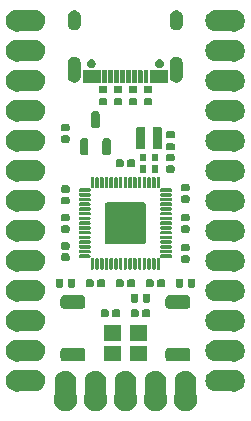
<source format=gbr>
%TF.GenerationSoftware,KiCad,Pcbnew,9.0.7*%
%TF.CreationDate,2026-01-28T18:20:07-05:00*%
%TF.ProjectId,DIPSTICKPRO_2354,44495053-5449-4434-9b50-524f5f323335,0*%
%TF.SameCoordinates,Original*%
%TF.FileFunction,Soldermask,Top*%
%TF.FilePolarity,Negative*%
%FSLAX46Y46*%
G04 Gerber Fmt 4.6, Leading zero omitted, Abs format (unit mm)*
G04 Created by KiCad (PCBNEW 9.0.7) date 2026-01-28 18:20:07*
%MOMM*%
%LPD*%
G01*
G04 APERTURE LIST*
G04 APERTURE END LIST*
G36*
X-70782757Y43693021D02*
G01*
X-70781470Y43692871D01*
X-70781461Y43692870D01*
X-70608695Y43672675D01*
X-70608689Y43672674D01*
X-70606348Y43672400D01*
X-70594913Y43669829D01*
X-70592674Y43669072D01*
X-70592670Y43669071D01*
X-70428331Y43613506D01*
X-70428326Y43613504D01*
X-70426094Y43612749D01*
X-70415444Y43607853D01*
X-70262205Y43516883D01*
X-70252808Y43509878D01*
X-70251079Y43508282D01*
X-70251075Y43508279D01*
X-70174543Y43437634D01*
X-70121861Y43389004D01*
X-70114128Y43380196D01*
X-70011209Y43234712D01*
X-70005478Y43224488D01*
X-69935097Y43060768D01*
X-69931621Y43049575D01*
X-69896876Y42874875D01*
X-69895800Y42863951D01*
X-69895800Y42861745D01*
X-69895800Y41728308D01*
X-69894288Y41720701D01*
X-69832103Y41570575D01*
X-69793820Y41378115D01*
X-69793820Y41181885D01*
X-69832103Y40989425D01*
X-69907197Y40808132D01*
X-70016217Y40644972D01*
X-70154972Y40506217D01*
X-70318132Y40397197D01*
X-70499425Y40322103D01*
X-70691885Y40283820D01*
X-70888115Y40283820D01*
X-71080575Y40322103D01*
X-71261868Y40397197D01*
X-71425028Y40506217D01*
X-71563783Y40644972D01*
X-71672803Y40808132D01*
X-71747897Y40989425D01*
X-71786180Y41181885D01*
X-71786180Y41378115D01*
X-71747897Y41570575D01*
X-71685713Y41720701D01*
X-71684200Y41728308D01*
X-71684200Y42861851D01*
X-71684200Y42863803D01*
X-71683363Y42873447D01*
X-71683029Y42875360D01*
X-71683028Y42875367D01*
X-71652918Y43047596D01*
X-71652916Y43047605D01*
X-71652496Y43050004D01*
X-71649117Y43061677D01*
X-71648185Y43063942D01*
X-71581712Y43225418D01*
X-71581709Y43225425D01*
X-71580780Y43227680D01*
X-71574962Y43238349D01*
X-71573572Y43240347D01*
X-71573563Y43240363D01*
X-71473828Y43383689D01*
X-71473821Y43383698D01*
X-71472425Y43385703D01*
X-71464443Y43394866D01*
X-71332531Y43516630D01*
X-71322760Y43523855D01*
X-71320652Y43525085D01*
X-71320643Y43525091D01*
X-71169805Y43613062D01*
X-71169796Y43613067D01*
X-71167687Y43614296D01*
X-71156587Y43619243D01*
X-71154262Y43619990D01*
X-71154251Y43619994D01*
X-70987994Y43673353D01*
X-70987980Y43673356D01*
X-70985655Y43674102D01*
X-70973749Y43676538D01*
X-70971312Y43676766D01*
X-70971310Y43676766D01*
X-70796840Y43693060D01*
X-70796836Y43693061D01*
X-70795799Y43693157D01*
X-70790592Y43693400D01*
X-70789259Y43693400D01*
X-70782757Y43693021D01*
G37*
G36*
X-68242757Y43693021D02*
G01*
X-68241470Y43692871D01*
X-68241461Y43692870D01*
X-68068695Y43672675D01*
X-68068689Y43672674D01*
X-68066348Y43672400D01*
X-68054913Y43669829D01*
X-68052674Y43669072D01*
X-68052670Y43669071D01*
X-67888331Y43613506D01*
X-67888326Y43613504D01*
X-67886094Y43612749D01*
X-67875444Y43607853D01*
X-67722205Y43516883D01*
X-67712808Y43509878D01*
X-67711079Y43508282D01*
X-67711075Y43508279D01*
X-67634543Y43437634D01*
X-67581861Y43389004D01*
X-67574128Y43380196D01*
X-67471209Y43234712D01*
X-67465478Y43224488D01*
X-67395097Y43060768D01*
X-67391621Y43049575D01*
X-67356876Y42874875D01*
X-67355800Y42863951D01*
X-67355800Y42861745D01*
X-67355800Y41728308D01*
X-67354288Y41720701D01*
X-67292103Y41570575D01*
X-67253820Y41378115D01*
X-67253820Y41181885D01*
X-67292103Y40989425D01*
X-67367197Y40808132D01*
X-67476217Y40644972D01*
X-67614972Y40506217D01*
X-67778132Y40397197D01*
X-67959425Y40322103D01*
X-68151885Y40283820D01*
X-68348115Y40283820D01*
X-68540575Y40322103D01*
X-68721868Y40397197D01*
X-68885028Y40506217D01*
X-69023783Y40644972D01*
X-69132803Y40808132D01*
X-69207897Y40989425D01*
X-69246180Y41181885D01*
X-69246180Y41378115D01*
X-69207897Y41570575D01*
X-69145713Y41720701D01*
X-69144200Y41728308D01*
X-69144200Y42861851D01*
X-69144200Y42863803D01*
X-69143363Y42873447D01*
X-69143029Y42875360D01*
X-69143028Y42875367D01*
X-69112918Y43047596D01*
X-69112916Y43047605D01*
X-69112496Y43050004D01*
X-69109117Y43061677D01*
X-69108185Y43063942D01*
X-69041712Y43225418D01*
X-69041709Y43225425D01*
X-69040780Y43227680D01*
X-69034962Y43238349D01*
X-69033572Y43240347D01*
X-69033563Y43240363D01*
X-68933828Y43383689D01*
X-68933821Y43383698D01*
X-68932425Y43385703D01*
X-68924443Y43394866D01*
X-68792531Y43516630D01*
X-68782760Y43523855D01*
X-68780652Y43525085D01*
X-68780643Y43525091D01*
X-68629805Y43613062D01*
X-68629796Y43613067D01*
X-68627687Y43614296D01*
X-68616587Y43619243D01*
X-68614262Y43619990D01*
X-68614251Y43619994D01*
X-68447994Y43673353D01*
X-68447980Y43673356D01*
X-68445655Y43674102D01*
X-68433749Y43676538D01*
X-68431312Y43676766D01*
X-68431310Y43676766D01*
X-68256840Y43693060D01*
X-68256836Y43693061D01*
X-68255799Y43693157D01*
X-68250592Y43693400D01*
X-68249259Y43693400D01*
X-68242757Y43693021D01*
G37*
G36*
X-65702757Y43693021D02*
G01*
X-65701470Y43692871D01*
X-65701461Y43692870D01*
X-65528695Y43672675D01*
X-65528689Y43672674D01*
X-65526348Y43672400D01*
X-65514913Y43669829D01*
X-65512674Y43669072D01*
X-65512670Y43669071D01*
X-65348331Y43613506D01*
X-65348326Y43613504D01*
X-65346094Y43612749D01*
X-65335444Y43607853D01*
X-65182205Y43516883D01*
X-65172808Y43509878D01*
X-65171079Y43508282D01*
X-65171075Y43508279D01*
X-65094543Y43437634D01*
X-65041861Y43389004D01*
X-65034128Y43380196D01*
X-64931209Y43234712D01*
X-64925478Y43224488D01*
X-64855097Y43060768D01*
X-64851621Y43049575D01*
X-64816876Y42874875D01*
X-64815800Y42863951D01*
X-64815800Y42861745D01*
X-64815800Y41728308D01*
X-64814288Y41720701D01*
X-64752103Y41570575D01*
X-64713820Y41378115D01*
X-64713820Y41181885D01*
X-64752103Y40989425D01*
X-64827197Y40808132D01*
X-64936217Y40644972D01*
X-65074972Y40506217D01*
X-65238132Y40397197D01*
X-65419425Y40322103D01*
X-65611885Y40283820D01*
X-65808115Y40283820D01*
X-66000575Y40322103D01*
X-66181868Y40397197D01*
X-66345028Y40506217D01*
X-66483783Y40644972D01*
X-66592803Y40808132D01*
X-66667897Y40989425D01*
X-66706180Y41181885D01*
X-66706180Y41378115D01*
X-66667897Y41570575D01*
X-66605713Y41720701D01*
X-66604200Y41728308D01*
X-66604200Y42861851D01*
X-66604200Y42863803D01*
X-66603363Y42873447D01*
X-66603029Y42875360D01*
X-66603028Y42875367D01*
X-66572918Y43047596D01*
X-66572916Y43047605D01*
X-66572496Y43050004D01*
X-66569117Y43061677D01*
X-66568185Y43063942D01*
X-66501712Y43225418D01*
X-66501709Y43225425D01*
X-66500780Y43227680D01*
X-66494962Y43238349D01*
X-66493572Y43240347D01*
X-66493563Y43240363D01*
X-66393828Y43383689D01*
X-66393821Y43383698D01*
X-66392425Y43385703D01*
X-66384443Y43394866D01*
X-66252531Y43516630D01*
X-66242760Y43523855D01*
X-66240652Y43525085D01*
X-66240643Y43525091D01*
X-66089805Y43613062D01*
X-66089796Y43613067D01*
X-66087687Y43614296D01*
X-66076587Y43619243D01*
X-66074262Y43619990D01*
X-66074251Y43619994D01*
X-65907994Y43673353D01*
X-65907980Y43673356D01*
X-65905655Y43674102D01*
X-65893749Y43676538D01*
X-65891312Y43676766D01*
X-65891310Y43676766D01*
X-65716840Y43693060D01*
X-65716836Y43693061D01*
X-65715799Y43693157D01*
X-65710592Y43693400D01*
X-65709259Y43693400D01*
X-65702757Y43693021D01*
G37*
G36*
X-63162757Y43693021D02*
G01*
X-63161470Y43692871D01*
X-63161461Y43692870D01*
X-62988695Y43672675D01*
X-62988689Y43672674D01*
X-62986348Y43672400D01*
X-62974913Y43669829D01*
X-62972674Y43669072D01*
X-62972670Y43669071D01*
X-62808331Y43613506D01*
X-62808326Y43613504D01*
X-62806094Y43612749D01*
X-62795444Y43607853D01*
X-62642205Y43516883D01*
X-62632808Y43509878D01*
X-62631079Y43508282D01*
X-62631075Y43508279D01*
X-62554543Y43437634D01*
X-62501861Y43389004D01*
X-62494128Y43380196D01*
X-62391209Y43234712D01*
X-62385478Y43224488D01*
X-62315097Y43060768D01*
X-62311621Y43049575D01*
X-62276876Y42874875D01*
X-62275800Y42863951D01*
X-62275800Y42861745D01*
X-62275800Y41728308D01*
X-62274288Y41720701D01*
X-62212103Y41570575D01*
X-62173820Y41378115D01*
X-62173820Y41181885D01*
X-62212103Y40989425D01*
X-62287197Y40808132D01*
X-62396217Y40644972D01*
X-62534972Y40506217D01*
X-62698132Y40397197D01*
X-62879425Y40322103D01*
X-63071885Y40283820D01*
X-63268115Y40283820D01*
X-63460575Y40322103D01*
X-63641868Y40397197D01*
X-63805028Y40506217D01*
X-63943783Y40644972D01*
X-64052803Y40808132D01*
X-64127897Y40989425D01*
X-64166180Y41181885D01*
X-64166180Y41378115D01*
X-64127897Y41570575D01*
X-64065713Y41720701D01*
X-64064200Y41728308D01*
X-64064200Y42861851D01*
X-64064200Y42863803D01*
X-64063363Y42873447D01*
X-64063029Y42875360D01*
X-64063028Y42875367D01*
X-64032918Y43047596D01*
X-64032916Y43047605D01*
X-64032496Y43050004D01*
X-64029117Y43061677D01*
X-64028185Y43063942D01*
X-63961712Y43225418D01*
X-63961709Y43225425D01*
X-63960780Y43227680D01*
X-63954962Y43238349D01*
X-63953572Y43240347D01*
X-63953563Y43240363D01*
X-63853828Y43383689D01*
X-63853821Y43383698D01*
X-63852425Y43385703D01*
X-63844443Y43394866D01*
X-63712531Y43516630D01*
X-63702760Y43523855D01*
X-63700652Y43525085D01*
X-63700643Y43525091D01*
X-63549805Y43613062D01*
X-63549796Y43613067D01*
X-63547687Y43614296D01*
X-63536587Y43619243D01*
X-63534262Y43619990D01*
X-63534251Y43619994D01*
X-63367994Y43673353D01*
X-63367980Y43673356D01*
X-63365655Y43674102D01*
X-63353749Y43676538D01*
X-63351312Y43676766D01*
X-63351310Y43676766D01*
X-63176840Y43693060D01*
X-63176836Y43693061D01*
X-63175799Y43693157D01*
X-63170592Y43693400D01*
X-63169259Y43693400D01*
X-63162757Y43693021D01*
G37*
G36*
X-60622757Y43693021D02*
G01*
X-60621470Y43692871D01*
X-60621461Y43692870D01*
X-60448695Y43672675D01*
X-60448689Y43672674D01*
X-60446348Y43672400D01*
X-60434913Y43669829D01*
X-60432674Y43669072D01*
X-60432670Y43669071D01*
X-60268331Y43613506D01*
X-60268326Y43613504D01*
X-60266094Y43612749D01*
X-60255444Y43607853D01*
X-60102205Y43516883D01*
X-60092808Y43509878D01*
X-60091079Y43508282D01*
X-60091075Y43508279D01*
X-60014543Y43437634D01*
X-59961861Y43389004D01*
X-59954128Y43380196D01*
X-59851209Y43234712D01*
X-59845478Y43224488D01*
X-59775097Y43060768D01*
X-59771621Y43049575D01*
X-59736876Y42874875D01*
X-59735800Y42863951D01*
X-59735800Y42861745D01*
X-59735800Y41728308D01*
X-59734288Y41720701D01*
X-59672103Y41570575D01*
X-59633820Y41378115D01*
X-59633820Y41181885D01*
X-59672103Y40989425D01*
X-59747197Y40808132D01*
X-59856217Y40644972D01*
X-59994972Y40506217D01*
X-60158132Y40397197D01*
X-60339425Y40322103D01*
X-60531885Y40283820D01*
X-60728115Y40283820D01*
X-60920575Y40322103D01*
X-61101868Y40397197D01*
X-61265028Y40506217D01*
X-61403783Y40644972D01*
X-61512803Y40808132D01*
X-61587897Y40989425D01*
X-61626180Y41181885D01*
X-61626180Y41378115D01*
X-61587897Y41570575D01*
X-61525713Y41720701D01*
X-61524200Y41728308D01*
X-61524200Y42861851D01*
X-61524200Y42863803D01*
X-61523363Y42873447D01*
X-61523029Y42875360D01*
X-61523028Y42875367D01*
X-61492918Y43047596D01*
X-61492916Y43047605D01*
X-61492496Y43050004D01*
X-61489117Y43061677D01*
X-61488185Y43063942D01*
X-61421712Y43225418D01*
X-61421709Y43225425D01*
X-61420780Y43227680D01*
X-61414962Y43238349D01*
X-61413572Y43240347D01*
X-61413563Y43240363D01*
X-61313828Y43383689D01*
X-61313821Y43383698D01*
X-61312425Y43385703D01*
X-61304443Y43394866D01*
X-61172531Y43516630D01*
X-61162760Y43523855D01*
X-61160652Y43525085D01*
X-61160643Y43525091D01*
X-61009805Y43613062D01*
X-61009796Y43613067D01*
X-61007687Y43614296D01*
X-60996587Y43619243D01*
X-60994262Y43619990D01*
X-60994251Y43619994D01*
X-60827994Y43673353D01*
X-60827980Y43673356D01*
X-60825655Y43674102D01*
X-60813749Y43676538D01*
X-60811312Y43676766D01*
X-60811310Y43676766D01*
X-60636840Y43693060D01*
X-60636836Y43693061D01*
X-60635799Y43693157D01*
X-60630592Y43693400D01*
X-60629259Y43693400D01*
X-60622757Y43693021D01*
G37*
G36*
X-74632900Y43736466D02*
G01*
X-74615048Y43740381D01*
X-74613508Y43741500D01*
X-74602192Y43743293D01*
X-74600000Y43744200D01*
X-73316197Y43744200D01*
X-73306553Y43743363D01*
X-73304640Y43743029D01*
X-73304634Y43743028D01*
X-73132405Y43712918D01*
X-73132398Y43712916D01*
X-73129996Y43712496D01*
X-73118323Y43709117D01*
X-73116060Y43708186D01*
X-73116059Y43708185D01*
X-72954583Y43641712D01*
X-72954580Y43641711D01*
X-72952320Y43640780D01*
X-72941651Y43634962D01*
X-72939650Y43633570D01*
X-72939638Y43633563D01*
X-72796312Y43533828D01*
X-72796308Y43533824D01*
X-72794297Y43532425D01*
X-72785134Y43524443D01*
X-72663370Y43392531D01*
X-72656145Y43382760D01*
X-72654912Y43380646D01*
X-72654910Y43380643D01*
X-72573097Y43240363D01*
X-72565704Y43227687D01*
X-72560757Y43216587D01*
X-72560009Y43214254D01*
X-72560007Y43214251D01*
X-72506648Y43047994D01*
X-72506647Y43047989D01*
X-72505898Y43045655D01*
X-72503462Y43033749D01*
X-72486843Y42855799D01*
X-72486600Y42850592D01*
X-72486600Y42849259D01*
X-72486979Y42842757D01*
X-72507600Y42666348D01*
X-72510171Y42654913D01*
X-72567251Y42486094D01*
X-72572147Y42475444D01*
X-72663117Y42322205D01*
X-72670122Y42312808D01*
X-72790996Y42181861D01*
X-72799804Y42174128D01*
X-72945288Y42071209D01*
X-72955512Y42065478D01*
X-73119232Y41995097D01*
X-73130425Y41991621D01*
X-73305125Y41956876D01*
X-73316049Y41955800D01*
X-73318255Y41955800D01*
X-74592873Y41955800D01*
X-74600000Y41955800D01*
X-74619683Y41963953D01*
X-74629113Y41964509D01*
X-74630167Y41964300D01*
X-74631196Y41963873D01*
X-74809236Y41928459D01*
X-74990764Y41928459D01*
X-75168804Y41963873D01*
X-75336513Y42033341D01*
X-75487448Y42134192D01*
X-75615808Y42262552D01*
X-75716659Y42413487D01*
X-75786127Y42581196D01*
X-75821541Y42759236D01*
X-75821541Y42940764D01*
X-75786127Y43118804D01*
X-75716659Y43286513D01*
X-75615808Y43437448D01*
X-75487448Y43565808D01*
X-75336513Y43666659D01*
X-75168804Y43736127D01*
X-74990764Y43771541D01*
X-74809236Y43771541D01*
X-74632900Y43736466D01*
G37*
G36*
X-56251196Y43736127D02*
G01*
X-56083487Y43666659D01*
X-55932552Y43565808D01*
X-55804192Y43437448D01*
X-55703341Y43286513D01*
X-55633873Y43118804D01*
X-55598459Y42940764D01*
X-55598459Y42759236D01*
X-55633873Y42581196D01*
X-55703341Y42413487D01*
X-55804192Y42262552D01*
X-55932552Y42134192D01*
X-56083487Y42033341D01*
X-56251196Y41963873D01*
X-56429236Y41928459D01*
X-56610764Y41928459D01*
X-56787109Y41963536D01*
X-56804967Y41959615D01*
X-56806504Y41958499D01*
X-56817807Y41956709D01*
X-56820000Y41955800D01*
X-56823541Y41955800D01*
X-58101745Y41955800D01*
X-58103951Y41955800D01*
X-58114875Y41956876D01*
X-58289575Y41991621D01*
X-58300768Y41995097D01*
X-58464488Y42065478D01*
X-58474712Y42071209D01*
X-58620196Y42174128D01*
X-58629004Y42181861D01*
X-58677634Y42234543D01*
X-58748279Y42311075D01*
X-58748282Y42311079D01*
X-58749878Y42312808D01*
X-58756883Y42322205D01*
X-58847853Y42475444D01*
X-58852749Y42486094D01*
X-58853504Y42488326D01*
X-58853506Y42488331D01*
X-58909071Y42652670D01*
X-58909072Y42652674D01*
X-58909829Y42654913D01*
X-58912400Y42666348D01*
X-58912674Y42668689D01*
X-58912675Y42668695D01*
X-58932870Y42841461D01*
X-58932871Y42841470D01*
X-58933021Y42842757D01*
X-58933400Y42849259D01*
X-58933400Y42850592D01*
X-58933157Y42855799D01*
X-58932409Y42863803D01*
X-58916766Y43031310D01*
X-58916766Y43031312D01*
X-58916538Y43033749D01*
X-58914102Y43045655D01*
X-58913356Y43047980D01*
X-58913353Y43047994D01*
X-58859994Y43214251D01*
X-58859990Y43214262D01*
X-58859243Y43216587D01*
X-58854296Y43227687D01*
X-58853067Y43229796D01*
X-58853062Y43229805D01*
X-58765091Y43380643D01*
X-58765085Y43380652D01*
X-58763855Y43382760D01*
X-58756630Y43392531D01*
X-58648311Y43509878D01*
X-58636525Y43522646D01*
X-58636524Y43522648D01*
X-58634866Y43524443D01*
X-58625703Y43532425D01*
X-58623698Y43533821D01*
X-58623689Y43533828D01*
X-58480363Y43633563D01*
X-58480347Y43633572D01*
X-58478349Y43634962D01*
X-58467680Y43640780D01*
X-58465425Y43641709D01*
X-58465418Y43641712D01*
X-58303942Y43708185D01*
X-58303939Y43708186D01*
X-58301677Y43709117D01*
X-58290004Y43712496D01*
X-58287605Y43712916D01*
X-58287596Y43712918D01*
X-58115367Y43743028D01*
X-58115360Y43743029D01*
X-58113447Y43743363D01*
X-58103803Y43744200D01*
X-56820000Y43744200D01*
X-56800321Y43736049D01*
X-56790887Y43735492D01*
X-56789829Y43735703D01*
X-56788804Y43736127D01*
X-56610764Y43771541D01*
X-56429236Y43771541D01*
X-56251196Y43736127D01*
G37*
G36*
X-74632900Y46276466D02*
G01*
X-74615048Y46280381D01*
X-74613508Y46281500D01*
X-74602192Y46283293D01*
X-74600000Y46284200D01*
X-73316197Y46284200D01*
X-73306553Y46283363D01*
X-73304640Y46283029D01*
X-73304634Y46283028D01*
X-73132405Y46252918D01*
X-73132398Y46252916D01*
X-73129996Y46252496D01*
X-73118323Y46249117D01*
X-73116060Y46248186D01*
X-73116059Y46248185D01*
X-72954583Y46181712D01*
X-72954580Y46181711D01*
X-72952320Y46180780D01*
X-72941651Y46174962D01*
X-72939650Y46173570D01*
X-72939638Y46173563D01*
X-72796312Y46073828D01*
X-72796308Y46073824D01*
X-72794297Y46072425D01*
X-72785134Y46064443D01*
X-72663370Y45932531D01*
X-72656145Y45922760D01*
X-72654912Y45920646D01*
X-72654910Y45920643D01*
X-72566939Y45769805D01*
X-72565704Y45767687D01*
X-72560757Y45756587D01*
X-72560009Y45754254D01*
X-72560007Y45754251D01*
X-72506648Y45587994D01*
X-72506647Y45587989D01*
X-72505898Y45585655D01*
X-72503462Y45573749D01*
X-72486843Y45395799D01*
X-72486600Y45390592D01*
X-72486600Y45389259D01*
X-72486979Y45382757D01*
X-72507600Y45206348D01*
X-72510171Y45194913D01*
X-72567251Y45026094D01*
X-72572147Y45015444D01*
X-72663117Y44862205D01*
X-72670122Y44852808D01*
X-72790996Y44721861D01*
X-72799804Y44714128D01*
X-72945288Y44611209D01*
X-72955512Y44605478D01*
X-73119232Y44535097D01*
X-73130425Y44531621D01*
X-73305125Y44496876D01*
X-73316049Y44495800D01*
X-73318255Y44495800D01*
X-74592873Y44495800D01*
X-74600000Y44495800D01*
X-74619683Y44503953D01*
X-74629113Y44504509D01*
X-74630167Y44504300D01*
X-74631196Y44503873D01*
X-74809236Y44468459D01*
X-74990764Y44468459D01*
X-75168804Y44503873D01*
X-75336513Y44573341D01*
X-75487448Y44674192D01*
X-75615808Y44802552D01*
X-75716659Y44953487D01*
X-75786127Y45121196D01*
X-75821541Y45299236D01*
X-75821541Y45480764D01*
X-75786127Y45658804D01*
X-75716659Y45826513D01*
X-75615808Y45977448D01*
X-75487448Y46105808D01*
X-75336513Y46206659D01*
X-75168804Y46276127D01*
X-74990764Y46311541D01*
X-74809236Y46311541D01*
X-74632900Y46276466D01*
G37*
G36*
X-56251196Y46276127D02*
G01*
X-56083487Y46206659D01*
X-55932552Y46105808D01*
X-55804192Y45977448D01*
X-55703341Y45826513D01*
X-55633873Y45658804D01*
X-55598459Y45480764D01*
X-55598459Y45299236D01*
X-55633873Y45121196D01*
X-55703341Y44953487D01*
X-55804192Y44802552D01*
X-55932552Y44674192D01*
X-56083487Y44573341D01*
X-56251196Y44503873D01*
X-56429236Y44468459D01*
X-56610764Y44468459D01*
X-56787109Y44503536D01*
X-56804967Y44499615D01*
X-56806504Y44498499D01*
X-56817807Y44496709D01*
X-56820000Y44495800D01*
X-56823541Y44495800D01*
X-58101745Y44495800D01*
X-58103951Y44495800D01*
X-58114875Y44496876D01*
X-58289575Y44531621D01*
X-58300768Y44535097D01*
X-58464488Y44605478D01*
X-58474712Y44611209D01*
X-58620196Y44714128D01*
X-58629004Y44721861D01*
X-58703616Y44802691D01*
X-58748279Y44851075D01*
X-58748282Y44851079D01*
X-58749878Y44852808D01*
X-58756883Y44862205D01*
X-58847853Y45015444D01*
X-58852749Y45026094D01*
X-58853504Y45028326D01*
X-58853506Y45028331D01*
X-58909071Y45192670D01*
X-58909072Y45192674D01*
X-58909829Y45194913D01*
X-58912400Y45206348D01*
X-58912674Y45208689D01*
X-58912675Y45208695D01*
X-58932870Y45381461D01*
X-58932871Y45381470D01*
X-58933021Y45382757D01*
X-58933400Y45389259D01*
X-58933400Y45390592D01*
X-58933157Y45395799D01*
X-58916538Y45573749D01*
X-58914102Y45585655D01*
X-58913356Y45587980D01*
X-58913353Y45587994D01*
X-58859994Y45754251D01*
X-58859990Y45754262D01*
X-58859243Y45756587D01*
X-58854296Y45767687D01*
X-58853067Y45769796D01*
X-58853062Y45769805D01*
X-58765091Y45920643D01*
X-58765085Y45920652D01*
X-58763855Y45922760D01*
X-58756630Y45932531D01*
X-58634866Y46064443D01*
X-58625703Y46072425D01*
X-58623698Y46073821D01*
X-58623689Y46073828D01*
X-58480363Y46173563D01*
X-58480347Y46173572D01*
X-58478349Y46174962D01*
X-58467680Y46180780D01*
X-58465425Y46181709D01*
X-58465418Y46181712D01*
X-58303942Y46248185D01*
X-58303939Y46248186D01*
X-58301677Y46249117D01*
X-58290004Y46252496D01*
X-58287605Y46252916D01*
X-58287596Y46252918D01*
X-58115367Y46283028D01*
X-58115360Y46283029D01*
X-58113447Y46283363D01*
X-58103803Y46284200D01*
X-56820000Y46284200D01*
X-56800321Y46276049D01*
X-56790887Y46275492D01*
X-56789829Y46275703D01*
X-56788804Y46276127D01*
X-56610764Y46311541D01*
X-56429236Y46311541D01*
X-56251196Y46276127D01*
G37*
G36*
X-69336086Y45638005D02*
G01*
X-69331355Y45635916D01*
X-69328189Y45635499D01*
X-69288558Y45617019D01*
X-69234894Y45593324D01*
X-69156676Y45515106D01*
X-69132972Y45461421D01*
X-69114502Y45421812D01*
X-69114086Y45418649D01*
X-69111995Y45413914D01*
X-69104000Y45345000D01*
X-69104000Y44795000D01*
X-69111995Y44726086D01*
X-69114086Y44721352D01*
X-69114502Y44718189D01*
X-69132964Y44678598D01*
X-69156676Y44624894D01*
X-69234894Y44546676D01*
X-69288598Y44522964D01*
X-69328189Y44504502D01*
X-69331352Y44504086D01*
X-69336086Y44501995D01*
X-69405000Y44494000D01*
X-70905000Y44494000D01*
X-70973914Y44501995D01*
X-70978649Y44504086D01*
X-70981812Y44504502D01*
X-71021421Y44522972D01*
X-71075106Y44546676D01*
X-71153324Y44624894D01*
X-71177019Y44678558D01*
X-71195499Y44718189D01*
X-71195916Y44721355D01*
X-71198005Y44726086D01*
X-71206000Y44795000D01*
X-71206000Y45345000D01*
X-71198005Y45413914D01*
X-71195916Y45418646D01*
X-71195499Y45421812D01*
X-71177011Y45461462D01*
X-71153324Y45515106D01*
X-71075106Y45593324D01*
X-71021462Y45617011D01*
X-70981812Y45635499D01*
X-70978646Y45635916D01*
X-70973914Y45638005D01*
X-70905000Y45646000D01*
X-69405000Y45646000D01*
X-69336086Y45638005D01*
G37*
G36*
X-60446086Y45638005D02*
G01*
X-60441355Y45635916D01*
X-60438189Y45635499D01*
X-60398558Y45617019D01*
X-60344894Y45593324D01*
X-60266676Y45515106D01*
X-60242972Y45461421D01*
X-60224502Y45421812D01*
X-60224086Y45418649D01*
X-60221995Y45413914D01*
X-60214000Y45345000D01*
X-60214000Y44795000D01*
X-60221995Y44726086D01*
X-60224086Y44721352D01*
X-60224502Y44718189D01*
X-60242964Y44678598D01*
X-60266676Y44624894D01*
X-60344894Y44546676D01*
X-60398598Y44522964D01*
X-60438189Y44504502D01*
X-60441352Y44504086D01*
X-60446086Y44501995D01*
X-60515000Y44494000D01*
X-62015000Y44494000D01*
X-62083914Y44501995D01*
X-62088649Y44504086D01*
X-62091812Y44504502D01*
X-62131421Y44522972D01*
X-62185106Y44546676D01*
X-62263324Y44624894D01*
X-62287019Y44678558D01*
X-62305499Y44718189D01*
X-62305916Y44721355D01*
X-62308005Y44726086D01*
X-62316000Y44795000D01*
X-62316000Y45345000D01*
X-62308005Y45413914D01*
X-62305916Y45418646D01*
X-62305499Y45421812D01*
X-62287011Y45461462D01*
X-62263324Y45515106D01*
X-62185106Y45593324D01*
X-62131462Y45617011D01*
X-62091812Y45635499D01*
X-62088646Y45635916D01*
X-62083914Y45638005D01*
X-62015000Y45646000D01*
X-60515000Y45646000D01*
X-60446086Y45638005D01*
G37*
G36*
X-66090483Y45822118D02*
G01*
X-66073938Y45811062D01*
X-66062882Y45794517D01*
X-66059000Y45775000D01*
X-66059000Y44575000D01*
X-66062882Y44555483D01*
X-66073938Y44538938D01*
X-66090483Y44527882D01*
X-66110000Y44524000D01*
X-67510000Y44524000D01*
X-67529517Y44527882D01*
X-67546062Y44538938D01*
X-67557118Y44555483D01*
X-67561000Y44575000D01*
X-67561000Y45775000D01*
X-67557118Y45794517D01*
X-67546062Y45811062D01*
X-67529517Y45822118D01*
X-67510000Y45826000D01*
X-66110000Y45826000D01*
X-66090483Y45822118D01*
G37*
G36*
X-63890483Y45822118D02*
G01*
X-63873938Y45811062D01*
X-63862882Y45794517D01*
X-63859000Y45775000D01*
X-63859000Y44575000D01*
X-63862882Y44555483D01*
X-63873938Y44538938D01*
X-63890483Y44527882D01*
X-63910000Y44524000D01*
X-65310000Y44524000D01*
X-65329517Y44527882D01*
X-65346062Y44538938D01*
X-65357118Y44555483D01*
X-65361000Y44575000D01*
X-65361000Y45775000D01*
X-65357118Y45794517D01*
X-65346062Y45811062D01*
X-65329517Y45822118D01*
X-65310000Y45826000D01*
X-63910000Y45826000D01*
X-63890483Y45822118D01*
G37*
G36*
X-66090483Y47522118D02*
G01*
X-66073938Y47511062D01*
X-66062882Y47494517D01*
X-66059000Y47475000D01*
X-66059000Y46275000D01*
X-66062882Y46255483D01*
X-66073938Y46238938D01*
X-66090483Y46227882D01*
X-66110000Y46224000D01*
X-67510000Y46224000D01*
X-67529517Y46227882D01*
X-67546062Y46238938D01*
X-67557118Y46255483D01*
X-67561000Y46275000D01*
X-67561000Y47475000D01*
X-67557118Y47494517D01*
X-67546062Y47511062D01*
X-67529517Y47522118D01*
X-67510000Y47526000D01*
X-66110000Y47526000D01*
X-66090483Y47522118D01*
G37*
G36*
X-63890483Y47522118D02*
G01*
X-63873938Y47511062D01*
X-63862882Y47494517D01*
X-63859000Y47475000D01*
X-63859000Y46275000D01*
X-63862882Y46255483D01*
X-63873938Y46238938D01*
X-63890483Y46227882D01*
X-63910000Y46224000D01*
X-65310000Y46224000D01*
X-65329517Y46227882D01*
X-65346062Y46238938D01*
X-65357118Y46255483D01*
X-65361000Y46275000D01*
X-65361000Y47475000D01*
X-65357118Y47494517D01*
X-65346062Y47511062D01*
X-65329517Y47522118D01*
X-65310000Y47526000D01*
X-63910000Y47526000D01*
X-63890483Y47522118D01*
G37*
G36*
X-74632900Y48816466D02*
G01*
X-74615048Y48820381D01*
X-74613508Y48821500D01*
X-74602192Y48823293D01*
X-74600000Y48824200D01*
X-73316197Y48824200D01*
X-73306553Y48823363D01*
X-73304640Y48823029D01*
X-73304634Y48823028D01*
X-73132405Y48792918D01*
X-73132398Y48792916D01*
X-73129996Y48792496D01*
X-73118323Y48789117D01*
X-73116060Y48788186D01*
X-73116059Y48788185D01*
X-72954583Y48721712D01*
X-72954580Y48721711D01*
X-72952320Y48720780D01*
X-72941651Y48714962D01*
X-72939650Y48713570D01*
X-72939638Y48713563D01*
X-72796312Y48613828D01*
X-72796308Y48613824D01*
X-72794297Y48612425D01*
X-72785134Y48604443D01*
X-72663370Y48472531D01*
X-72656145Y48462760D01*
X-72654912Y48460646D01*
X-72654910Y48460643D01*
X-72574194Y48322245D01*
X-72565704Y48307687D01*
X-72560757Y48296587D01*
X-72560009Y48294254D01*
X-72560007Y48294251D01*
X-72506648Y48127994D01*
X-72506647Y48127989D01*
X-72505898Y48125655D01*
X-72503462Y48113749D01*
X-72486843Y47935799D01*
X-72486600Y47930592D01*
X-72486600Y47929259D01*
X-72486979Y47922757D01*
X-72507600Y47746348D01*
X-72510171Y47734913D01*
X-72567251Y47566094D01*
X-72572147Y47555444D01*
X-72663117Y47402205D01*
X-72670122Y47392808D01*
X-72790996Y47261861D01*
X-72799804Y47254128D01*
X-72945288Y47151209D01*
X-72955512Y47145478D01*
X-73119232Y47075097D01*
X-73130425Y47071621D01*
X-73305125Y47036876D01*
X-73316049Y47035800D01*
X-73318255Y47035800D01*
X-74592873Y47035800D01*
X-74600000Y47035800D01*
X-74619683Y47043953D01*
X-74629113Y47044509D01*
X-74630167Y47044300D01*
X-74631196Y47043873D01*
X-74809236Y47008459D01*
X-74990764Y47008459D01*
X-75168804Y47043873D01*
X-75336513Y47113341D01*
X-75487448Y47214192D01*
X-75615808Y47342552D01*
X-75716659Y47493487D01*
X-75786127Y47661196D01*
X-75821541Y47839236D01*
X-75821541Y48020764D01*
X-75786127Y48198804D01*
X-75716659Y48366513D01*
X-75615808Y48517448D01*
X-75487448Y48645808D01*
X-75336513Y48746659D01*
X-75168804Y48816127D01*
X-74990764Y48851541D01*
X-74809236Y48851541D01*
X-74632900Y48816466D01*
G37*
G36*
X-56251196Y48816127D02*
G01*
X-56083487Y48746659D01*
X-55932552Y48645808D01*
X-55804192Y48517448D01*
X-55703341Y48366513D01*
X-55633873Y48198804D01*
X-55598459Y48020764D01*
X-55598459Y47839236D01*
X-55633873Y47661196D01*
X-55703341Y47493487D01*
X-55804192Y47342552D01*
X-55932552Y47214192D01*
X-56083487Y47113341D01*
X-56251196Y47043873D01*
X-56429236Y47008459D01*
X-56610764Y47008459D01*
X-56787109Y47043536D01*
X-56804967Y47039615D01*
X-56806504Y47038499D01*
X-56817807Y47036709D01*
X-56820000Y47035800D01*
X-56823541Y47035800D01*
X-58101745Y47035800D01*
X-58103951Y47035800D01*
X-58114875Y47036876D01*
X-58289575Y47071621D01*
X-58300768Y47075097D01*
X-58464488Y47145478D01*
X-58474712Y47151209D01*
X-58620196Y47254128D01*
X-58629004Y47261861D01*
X-58703616Y47342691D01*
X-58748279Y47391075D01*
X-58748282Y47391079D01*
X-58749878Y47392808D01*
X-58756883Y47402205D01*
X-58847853Y47555444D01*
X-58852749Y47566094D01*
X-58853504Y47568326D01*
X-58853506Y47568331D01*
X-58909071Y47732670D01*
X-58909072Y47732674D01*
X-58909829Y47734913D01*
X-58912400Y47746348D01*
X-58912674Y47748689D01*
X-58912675Y47748695D01*
X-58932870Y47921461D01*
X-58932871Y47921470D01*
X-58933021Y47922757D01*
X-58933400Y47929259D01*
X-58933400Y47930592D01*
X-58933157Y47935799D01*
X-58916538Y48113749D01*
X-58914102Y48125655D01*
X-58913356Y48127980D01*
X-58913353Y48127994D01*
X-58859994Y48294251D01*
X-58859990Y48294262D01*
X-58859243Y48296587D01*
X-58854296Y48307687D01*
X-58853067Y48309796D01*
X-58853062Y48309805D01*
X-58765091Y48460643D01*
X-58765085Y48460652D01*
X-58763855Y48462760D01*
X-58756630Y48472531D01*
X-58634866Y48604443D01*
X-58625703Y48612425D01*
X-58623698Y48613821D01*
X-58623689Y48613828D01*
X-58480363Y48713563D01*
X-58480347Y48713572D01*
X-58478349Y48714962D01*
X-58467680Y48720780D01*
X-58465425Y48721709D01*
X-58465418Y48721712D01*
X-58303942Y48788185D01*
X-58303939Y48788186D01*
X-58301677Y48789117D01*
X-58290004Y48792496D01*
X-58287605Y48792916D01*
X-58287596Y48792918D01*
X-58115367Y48823028D01*
X-58115360Y48823029D01*
X-58113447Y48823363D01*
X-58103803Y48824200D01*
X-56820000Y48824200D01*
X-56800321Y48816049D01*
X-56790887Y48815492D01*
X-56789829Y48815703D01*
X-56788804Y48816127D01*
X-56610764Y48851541D01*
X-56429236Y48851541D01*
X-56251196Y48816127D01*
G37*
G36*
X-67246907Y48911461D02*
G01*
X-67184943Y48870057D01*
X-67143539Y48808093D01*
X-67129000Y48735000D01*
X-67129000Y48395000D01*
X-67143539Y48321907D01*
X-67184943Y48259943D01*
X-67246907Y48218539D01*
X-67320000Y48204000D01*
X-67600000Y48204000D01*
X-67673093Y48218539D01*
X-67735057Y48259943D01*
X-67776461Y48321907D01*
X-67791000Y48395000D01*
X-67791000Y48735000D01*
X-67776461Y48808093D01*
X-67735057Y48870057D01*
X-67673093Y48911461D01*
X-67600000Y48926000D01*
X-67320000Y48926000D01*
X-67246907Y48911461D01*
G37*
G36*
X-66286907Y48911461D02*
G01*
X-66224943Y48870057D01*
X-66183539Y48808093D01*
X-66169000Y48735000D01*
X-66169000Y48395000D01*
X-66183539Y48321907D01*
X-66224943Y48259943D01*
X-66286907Y48218539D01*
X-66360000Y48204000D01*
X-66640000Y48204000D01*
X-66713093Y48218539D01*
X-66775057Y48259943D01*
X-66816461Y48321907D01*
X-66831000Y48395000D01*
X-66831000Y48735000D01*
X-66816461Y48808093D01*
X-66775057Y48870057D01*
X-66713093Y48911461D01*
X-66640000Y48926000D01*
X-66360000Y48926000D01*
X-66286907Y48911461D01*
G37*
G36*
X-64706907Y48911461D02*
G01*
X-64644943Y48870057D01*
X-64603539Y48808093D01*
X-64589000Y48735000D01*
X-64589000Y48395000D01*
X-64603539Y48321907D01*
X-64644943Y48259943D01*
X-64706907Y48218539D01*
X-64780000Y48204000D01*
X-65060000Y48204000D01*
X-65133093Y48218539D01*
X-65195057Y48259943D01*
X-65236461Y48321907D01*
X-65251000Y48395000D01*
X-65251000Y48735000D01*
X-65236461Y48808093D01*
X-65195057Y48870057D01*
X-65133093Y48911461D01*
X-65060000Y48926000D01*
X-64780000Y48926000D01*
X-64706907Y48911461D01*
G37*
G36*
X-63746907Y48911461D02*
G01*
X-63684943Y48870057D01*
X-63643539Y48808093D01*
X-63629000Y48735000D01*
X-63629000Y48395000D01*
X-63643539Y48321907D01*
X-63684943Y48259943D01*
X-63746907Y48218539D01*
X-63820000Y48204000D01*
X-64100000Y48204000D01*
X-64173093Y48218539D01*
X-64235057Y48259943D01*
X-64276461Y48321907D01*
X-64291000Y48395000D01*
X-64291000Y48735000D01*
X-64276461Y48808093D01*
X-64235057Y48870057D01*
X-64173093Y48911461D01*
X-64100000Y48926000D01*
X-63820000Y48926000D01*
X-63746907Y48911461D01*
G37*
G36*
X-69336086Y50088005D02*
G01*
X-69331355Y50085916D01*
X-69328189Y50085499D01*
X-69288558Y50067019D01*
X-69234894Y50043324D01*
X-69156676Y49965106D01*
X-69132972Y49911421D01*
X-69114502Y49871812D01*
X-69114086Y49868649D01*
X-69111995Y49863914D01*
X-69104000Y49795000D01*
X-69104000Y49245000D01*
X-69111995Y49176086D01*
X-69114086Y49171352D01*
X-69114502Y49168189D01*
X-69132964Y49128598D01*
X-69156676Y49074894D01*
X-69234894Y48996676D01*
X-69288598Y48972964D01*
X-69328189Y48954502D01*
X-69331352Y48954086D01*
X-69336086Y48951995D01*
X-69405000Y48944000D01*
X-70905000Y48944000D01*
X-70973914Y48951995D01*
X-70978649Y48954086D01*
X-70981812Y48954502D01*
X-71021421Y48972972D01*
X-71075106Y48996676D01*
X-71153324Y49074894D01*
X-71177019Y49128558D01*
X-71195499Y49168189D01*
X-71195916Y49171355D01*
X-71198005Y49176086D01*
X-71206000Y49245000D01*
X-71206000Y49795000D01*
X-71198005Y49863914D01*
X-71195916Y49868646D01*
X-71195499Y49871812D01*
X-71177011Y49911462D01*
X-71153324Y49965106D01*
X-71075106Y50043324D01*
X-71021462Y50067011D01*
X-70981812Y50085499D01*
X-70978646Y50085916D01*
X-70973914Y50088005D01*
X-70905000Y50096000D01*
X-69405000Y50096000D01*
X-69336086Y50088005D01*
G37*
G36*
X-60446086Y50088005D02*
G01*
X-60441355Y50085916D01*
X-60438189Y50085499D01*
X-60398558Y50067019D01*
X-60344894Y50043324D01*
X-60266676Y49965106D01*
X-60242972Y49911421D01*
X-60224502Y49871812D01*
X-60224086Y49868649D01*
X-60221995Y49863914D01*
X-60214000Y49795000D01*
X-60214000Y49245000D01*
X-60221995Y49176086D01*
X-60224086Y49171352D01*
X-60224502Y49168189D01*
X-60242964Y49128598D01*
X-60266676Y49074894D01*
X-60344894Y48996676D01*
X-60398598Y48972964D01*
X-60438189Y48954502D01*
X-60441352Y48954086D01*
X-60446086Y48951995D01*
X-60515000Y48944000D01*
X-62015000Y48944000D01*
X-62083914Y48951995D01*
X-62088649Y48954086D01*
X-62091812Y48954502D01*
X-62131421Y48972972D01*
X-62185106Y48996676D01*
X-62263324Y49074894D01*
X-62287019Y49128558D01*
X-62305499Y49168189D01*
X-62305916Y49171355D01*
X-62308005Y49176086D01*
X-62316000Y49245000D01*
X-62316000Y49795000D01*
X-62308005Y49863914D01*
X-62305916Y49868646D01*
X-62305499Y49871812D01*
X-62287011Y49911462D01*
X-62263324Y49965106D01*
X-62185106Y50043324D01*
X-62131462Y50067011D01*
X-62091812Y50085499D01*
X-62088646Y50085916D01*
X-62083914Y50088005D01*
X-62015000Y50096000D01*
X-60515000Y50096000D01*
X-60446086Y50088005D01*
G37*
G36*
X-64743821Y50191842D02*
G01*
X-64683478Y50151522D01*
X-64643158Y50091179D01*
X-64629000Y50020000D01*
X-64629000Y49650000D01*
X-64643158Y49578821D01*
X-64683478Y49518478D01*
X-64743821Y49478158D01*
X-64815000Y49464000D01*
X-65085000Y49464000D01*
X-65156179Y49478158D01*
X-65216522Y49518478D01*
X-65256842Y49578821D01*
X-65271000Y49650000D01*
X-65271000Y50020000D01*
X-65256842Y50091179D01*
X-65216522Y50151522D01*
X-65156179Y50191842D01*
X-65085000Y50206000D01*
X-64815000Y50206000D01*
X-64743821Y50191842D01*
G37*
G36*
X-63723821Y50191842D02*
G01*
X-63663478Y50151522D01*
X-63623158Y50091179D01*
X-63609000Y50020000D01*
X-63609000Y49650000D01*
X-63623158Y49578821D01*
X-63663478Y49518478D01*
X-63723821Y49478158D01*
X-63795000Y49464000D01*
X-64065000Y49464000D01*
X-64136179Y49478158D01*
X-64196522Y49518478D01*
X-64236842Y49578821D01*
X-64251000Y49650000D01*
X-64251000Y50020000D01*
X-64236842Y50091179D01*
X-64196522Y50151522D01*
X-64136179Y50191842D01*
X-64065000Y50206000D01*
X-63795000Y50206000D01*
X-63723821Y50191842D01*
G37*
G36*
X-74632900Y51356466D02*
G01*
X-74615048Y51360381D01*
X-74613508Y51361500D01*
X-74602192Y51363293D01*
X-74600000Y51364200D01*
X-73316197Y51364200D01*
X-73306553Y51363363D01*
X-73304640Y51363029D01*
X-73304634Y51363028D01*
X-73132405Y51332918D01*
X-73132398Y51332916D01*
X-73129996Y51332496D01*
X-73118323Y51329117D01*
X-73116060Y51328186D01*
X-73116059Y51328185D01*
X-72954583Y51261712D01*
X-72954580Y51261711D01*
X-72952320Y51260780D01*
X-72941651Y51254962D01*
X-72939650Y51253570D01*
X-72939638Y51253563D01*
X-72796312Y51153828D01*
X-72796308Y51153824D01*
X-72794297Y51152425D01*
X-72785134Y51144443D01*
X-72663370Y51012531D01*
X-72656145Y51002760D01*
X-72654912Y51000646D01*
X-72654910Y51000643D01*
X-72574194Y50862245D01*
X-72565704Y50847687D01*
X-72560757Y50836587D01*
X-72560009Y50834254D01*
X-72560007Y50834251D01*
X-72506648Y50667994D01*
X-72506647Y50667989D01*
X-72505898Y50665655D01*
X-72503462Y50653749D01*
X-72486843Y50475799D01*
X-72486600Y50470592D01*
X-72486600Y50469259D01*
X-72486979Y50462757D01*
X-72507600Y50286348D01*
X-72510171Y50274913D01*
X-72567251Y50106094D01*
X-72572147Y50095444D01*
X-72663117Y49942205D01*
X-72670122Y49932808D01*
X-72790996Y49801861D01*
X-72799804Y49794128D01*
X-72945288Y49691209D01*
X-72955512Y49685478D01*
X-73119232Y49615097D01*
X-73130425Y49611621D01*
X-73305125Y49576876D01*
X-73316049Y49575800D01*
X-73318255Y49575800D01*
X-74592873Y49575800D01*
X-74600000Y49575800D01*
X-74619683Y49583953D01*
X-74629113Y49584509D01*
X-74630167Y49584300D01*
X-74631196Y49583873D01*
X-74809236Y49548459D01*
X-74990764Y49548459D01*
X-75168804Y49583873D01*
X-75336513Y49653341D01*
X-75487448Y49754192D01*
X-75615808Y49882552D01*
X-75716659Y50033487D01*
X-75786127Y50201196D01*
X-75821541Y50379236D01*
X-75821541Y50560764D01*
X-75786127Y50738804D01*
X-75716659Y50906513D01*
X-75615808Y51057448D01*
X-75487448Y51185808D01*
X-75336513Y51286659D01*
X-75168804Y51356127D01*
X-74990764Y51391541D01*
X-74809236Y51391541D01*
X-74632900Y51356466D01*
G37*
G36*
X-56251196Y51356127D02*
G01*
X-56083487Y51286659D01*
X-55932552Y51185808D01*
X-55804192Y51057448D01*
X-55703341Y50906513D01*
X-55633873Y50738804D01*
X-55598459Y50560764D01*
X-55598459Y50379236D01*
X-55633873Y50201196D01*
X-55703341Y50033487D01*
X-55804192Y49882552D01*
X-55932552Y49754192D01*
X-56083487Y49653341D01*
X-56251196Y49583873D01*
X-56429236Y49548459D01*
X-56610764Y49548459D01*
X-56787109Y49583536D01*
X-56804967Y49579615D01*
X-56806504Y49578499D01*
X-56817807Y49576709D01*
X-56820000Y49575800D01*
X-56823541Y49575800D01*
X-58101745Y49575800D01*
X-58103951Y49575800D01*
X-58114875Y49576876D01*
X-58289575Y49611621D01*
X-58300768Y49615097D01*
X-58464488Y49685478D01*
X-58474712Y49691209D01*
X-58620196Y49794128D01*
X-58629004Y49801861D01*
X-58703616Y49882691D01*
X-58748279Y49931075D01*
X-58748282Y49931079D01*
X-58749878Y49932808D01*
X-58756883Y49942205D01*
X-58847853Y50095444D01*
X-58852749Y50106094D01*
X-58853504Y50108326D01*
X-58853506Y50108331D01*
X-58909071Y50272670D01*
X-58909072Y50272674D01*
X-58909829Y50274913D01*
X-58912400Y50286348D01*
X-58912674Y50288689D01*
X-58912675Y50288695D01*
X-58932870Y50461461D01*
X-58932871Y50461470D01*
X-58933021Y50462757D01*
X-58933400Y50469259D01*
X-58933400Y50470592D01*
X-58933157Y50475799D01*
X-58916538Y50653749D01*
X-58914102Y50665655D01*
X-58913356Y50667980D01*
X-58913353Y50667994D01*
X-58859994Y50834251D01*
X-58859990Y50834262D01*
X-58859243Y50836587D01*
X-58854296Y50847687D01*
X-58853067Y50849796D01*
X-58853062Y50849805D01*
X-58765091Y51000643D01*
X-58765085Y51000652D01*
X-58763855Y51002760D01*
X-58756630Y51012531D01*
X-58634866Y51144443D01*
X-58625703Y51152425D01*
X-58623698Y51153821D01*
X-58623689Y51153828D01*
X-58480363Y51253563D01*
X-58480347Y51253572D01*
X-58478349Y51254962D01*
X-58467680Y51260780D01*
X-58465425Y51261709D01*
X-58465418Y51261712D01*
X-58303942Y51328185D01*
X-58303939Y51328186D01*
X-58301677Y51329117D01*
X-58290004Y51332496D01*
X-58287605Y51332916D01*
X-58287596Y51332918D01*
X-58115367Y51363028D01*
X-58115360Y51363029D01*
X-58113447Y51363363D01*
X-58103803Y51364200D01*
X-56820000Y51364200D01*
X-56800321Y51356049D01*
X-56790887Y51355492D01*
X-56789829Y51355703D01*
X-56788804Y51356127D01*
X-56610764Y51391541D01*
X-56429236Y51391541D01*
X-56251196Y51356127D01*
G37*
G36*
X-71093821Y51461842D02*
G01*
X-71033478Y51421522D01*
X-70993158Y51361179D01*
X-70979000Y51290000D01*
X-70979000Y50920000D01*
X-70993158Y50848821D01*
X-71033478Y50788478D01*
X-71093821Y50748158D01*
X-71165000Y50734000D01*
X-71435000Y50734000D01*
X-71506179Y50748158D01*
X-71566522Y50788478D01*
X-71606842Y50848821D01*
X-71621000Y50920000D01*
X-71621000Y51290000D01*
X-71606842Y51361179D01*
X-71566522Y51421522D01*
X-71506179Y51461842D01*
X-71435000Y51476000D01*
X-71165000Y51476000D01*
X-71093821Y51461842D01*
G37*
G36*
X-70073821Y51461842D02*
G01*
X-70013478Y51421522D01*
X-69973158Y51361179D01*
X-69959000Y51290000D01*
X-69959000Y50920000D01*
X-69973158Y50848821D01*
X-70013478Y50788478D01*
X-70073821Y50748158D01*
X-70145000Y50734000D01*
X-70415000Y50734000D01*
X-70486179Y50748158D01*
X-70546522Y50788478D01*
X-70586842Y50848821D01*
X-70601000Y50920000D01*
X-70601000Y51290000D01*
X-70586842Y51361179D01*
X-70546522Y51421522D01*
X-70486179Y51461842D01*
X-70415000Y51476000D01*
X-70145000Y51476000D01*
X-70073821Y51461842D01*
G37*
G36*
X-60933821Y51461842D02*
G01*
X-60873478Y51421522D01*
X-60833158Y51361179D01*
X-60819000Y51290000D01*
X-60819000Y50920000D01*
X-60833158Y50848821D01*
X-60873478Y50788478D01*
X-60933821Y50748158D01*
X-61005000Y50734000D01*
X-61275000Y50734000D01*
X-61346179Y50748158D01*
X-61406522Y50788478D01*
X-61446842Y50848821D01*
X-61461000Y50920000D01*
X-61461000Y51290000D01*
X-61446842Y51361179D01*
X-61406522Y51421522D01*
X-61346179Y51461842D01*
X-61275000Y51476000D01*
X-61005000Y51476000D01*
X-60933821Y51461842D01*
G37*
G36*
X-59913821Y51461842D02*
G01*
X-59853478Y51421522D01*
X-59813158Y51361179D01*
X-59799000Y51290000D01*
X-59799000Y50920000D01*
X-59813158Y50848821D01*
X-59853478Y50788478D01*
X-59913821Y50748158D01*
X-59985000Y50734000D01*
X-60255000Y50734000D01*
X-60326179Y50748158D01*
X-60386522Y50788478D01*
X-60426842Y50848821D01*
X-60441000Y50920000D01*
X-60441000Y51290000D01*
X-60426842Y51361179D01*
X-60386522Y51421522D01*
X-60326179Y51461842D01*
X-60255000Y51476000D01*
X-59985000Y51476000D01*
X-59913821Y51461842D01*
G37*
G36*
X-68516907Y51451461D02*
G01*
X-68454943Y51410057D01*
X-68413539Y51348093D01*
X-68399000Y51275000D01*
X-68399000Y50935000D01*
X-68413539Y50861907D01*
X-68454943Y50799943D01*
X-68516907Y50758539D01*
X-68590000Y50744000D01*
X-68870000Y50744000D01*
X-68943093Y50758539D01*
X-69005057Y50799943D01*
X-69046461Y50861907D01*
X-69061000Y50935000D01*
X-69061000Y51275000D01*
X-69046461Y51348093D01*
X-69005057Y51410057D01*
X-68943093Y51451461D01*
X-68870000Y51466000D01*
X-68590000Y51466000D01*
X-68516907Y51451461D01*
G37*
G36*
X-67556907Y51451461D02*
G01*
X-67494943Y51410057D01*
X-67453539Y51348093D01*
X-67439000Y51275000D01*
X-67439000Y50935000D01*
X-67453539Y50861907D01*
X-67494943Y50799943D01*
X-67556907Y50758539D01*
X-67630000Y50744000D01*
X-67910000Y50744000D01*
X-67983093Y50758539D01*
X-68045057Y50799943D01*
X-68086461Y50861907D01*
X-68101000Y50935000D01*
X-68101000Y51275000D01*
X-68086461Y51348093D01*
X-68045057Y51410057D01*
X-67983093Y51451461D01*
X-67910000Y51466000D01*
X-67630000Y51466000D01*
X-67556907Y51451461D01*
G37*
G36*
X-65976907Y51451461D02*
G01*
X-65914943Y51410057D01*
X-65873539Y51348093D01*
X-65859000Y51275000D01*
X-65859000Y50935000D01*
X-65873539Y50861907D01*
X-65914943Y50799943D01*
X-65976907Y50758539D01*
X-66050000Y50744000D01*
X-66330000Y50744000D01*
X-66403093Y50758539D01*
X-66465057Y50799943D01*
X-66506461Y50861907D01*
X-66521000Y50935000D01*
X-66521000Y51275000D01*
X-66506461Y51348093D01*
X-66465057Y51410057D01*
X-66403093Y51451461D01*
X-66330000Y51466000D01*
X-66050000Y51466000D01*
X-65976907Y51451461D01*
G37*
G36*
X-65016907Y51451461D02*
G01*
X-64954943Y51410057D01*
X-64913539Y51348093D01*
X-64899000Y51275000D01*
X-64899000Y50935000D01*
X-64913539Y50861907D01*
X-64954943Y50799943D01*
X-65016907Y50758539D01*
X-65090000Y50744000D01*
X-65370000Y50744000D01*
X-65443093Y50758539D01*
X-65505057Y50799943D01*
X-65546461Y50861907D01*
X-65561000Y50935000D01*
X-65561000Y51275000D01*
X-65546461Y51348093D01*
X-65505057Y51410057D01*
X-65443093Y51451461D01*
X-65370000Y51466000D01*
X-65090000Y51466000D01*
X-65016907Y51451461D01*
G37*
G36*
X-63436907Y51451461D02*
G01*
X-63374943Y51410057D01*
X-63333539Y51348093D01*
X-63319000Y51275000D01*
X-63319000Y50935000D01*
X-63333539Y50861907D01*
X-63374943Y50799943D01*
X-63436907Y50758539D01*
X-63510000Y50744000D01*
X-63790000Y50744000D01*
X-63863093Y50758539D01*
X-63925057Y50799943D01*
X-63966461Y50861907D01*
X-63981000Y50935000D01*
X-63981000Y51275000D01*
X-63966461Y51348093D01*
X-63925057Y51410057D01*
X-63863093Y51451461D01*
X-63790000Y51466000D01*
X-63510000Y51466000D01*
X-63436907Y51451461D01*
G37*
G36*
X-62476907Y51451461D02*
G01*
X-62414943Y51410057D01*
X-62373539Y51348093D01*
X-62359000Y51275000D01*
X-62359000Y50935000D01*
X-62373539Y50861907D01*
X-62414943Y50799943D01*
X-62476907Y50758539D01*
X-62550000Y50744000D01*
X-62830000Y50744000D01*
X-62903093Y50758539D01*
X-62965057Y50799943D01*
X-63006461Y50861907D01*
X-63021000Y50935000D01*
X-63021000Y51275000D01*
X-63006461Y51348093D01*
X-62965057Y51410057D01*
X-62903093Y51451461D01*
X-62830000Y51466000D01*
X-62550000Y51466000D01*
X-62476907Y51451461D01*
G37*
G36*
X-74632900Y53896466D02*
G01*
X-74615048Y53900381D01*
X-74613508Y53901500D01*
X-74602192Y53903293D01*
X-74600000Y53904200D01*
X-73316197Y53904200D01*
X-73306553Y53903363D01*
X-73304640Y53903029D01*
X-73304634Y53903028D01*
X-73132405Y53872918D01*
X-73132398Y53872916D01*
X-73129996Y53872496D01*
X-73118323Y53869117D01*
X-73116060Y53868186D01*
X-73116059Y53868185D01*
X-72954583Y53801712D01*
X-72954580Y53801711D01*
X-72952320Y53800780D01*
X-72941651Y53794962D01*
X-72939650Y53793570D01*
X-72939638Y53793563D01*
X-72796312Y53693828D01*
X-72796308Y53693824D01*
X-72794297Y53692425D01*
X-72785134Y53684443D01*
X-72663370Y53552531D01*
X-72656145Y53542760D01*
X-72654912Y53540646D01*
X-72654910Y53540643D01*
X-72590714Y53430570D01*
X-72565704Y53387687D01*
X-72560757Y53376587D01*
X-72560009Y53374254D01*
X-72560007Y53374251D01*
X-72506648Y53207994D01*
X-72506647Y53207989D01*
X-72505898Y53205655D01*
X-72503462Y53193749D01*
X-72486843Y53015799D01*
X-72486600Y53010592D01*
X-72486600Y53009259D01*
X-72486979Y53002757D01*
X-72507600Y52826348D01*
X-72510171Y52814913D01*
X-72567251Y52646094D01*
X-72572147Y52635444D01*
X-72663117Y52482205D01*
X-72670122Y52472808D01*
X-72790996Y52341861D01*
X-72799804Y52334128D01*
X-72945288Y52231209D01*
X-72955512Y52225478D01*
X-73119232Y52155097D01*
X-73130425Y52151621D01*
X-73305125Y52116876D01*
X-73316049Y52115800D01*
X-73318255Y52115800D01*
X-74592873Y52115800D01*
X-74600000Y52115800D01*
X-74619683Y52123953D01*
X-74629113Y52124509D01*
X-74630167Y52124300D01*
X-74631196Y52123873D01*
X-74809236Y52088459D01*
X-74990764Y52088459D01*
X-75168804Y52123873D01*
X-75336513Y52193341D01*
X-75487448Y52294192D01*
X-75615808Y52422552D01*
X-75716659Y52573487D01*
X-75786127Y52741196D01*
X-75821541Y52919236D01*
X-75821541Y53100764D01*
X-75786127Y53278804D01*
X-75716659Y53446513D01*
X-75615808Y53597448D01*
X-75487448Y53725808D01*
X-75336513Y53826659D01*
X-75168804Y53896127D01*
X-74990764Y53931541D01*
X-74809236Y53931541D01*
X-74632900Y53896466D01*
G37*
G36*
X-56251196Y53896127D02*
G01*
X-56083487Y53826659D01*
X-55932552Y53725808D01*
X-55804192Y53597448D01*
X-55703341Y53446513D01*
X-55633873Y53278804D01*
X-55598459Y53100764D01*
X-55598459Y52919236D01*
X-55633873Y52741196D01*
X-55703341Y52573487D01*
X-55804192Y52422552D01*
X-55932552Y52294192D01*
X-56083487Y52193341D01*
X-56251196Y52123873D01*
X-56429236Y52088459D01*
X-56610764Y52088459D01*
X-56787109Y52123536D01*
X-56804967Y52119615D01*
X-56806504Y52118499D01*
X-56817807Y52116709D01*
X-56820000Y52115800D01*
X-56823541Y52115800D01*
X-58101745Y52115800D01*
X-58103951Y52115800D01*
X-58114875Y52116876D01*
X-58289575Y52151621D01*
X-58300768Y52155097D01*
X-58464488Y52225478D01*
X-58474712Y52231209D01*
X-58620196Y52334128D01*
X-58629004Y52341861D01*
X-58703616Y52422691D01*
X-58748279Y52471075D01*
X-58748282Y52471079D01*
X-58749878Y52472808D01*
X-58756883Y52482205D01*
X-58847853Y52635444D01*
X-58852749Y52646094D01*
X-58853504Y52648326D01*
X-58853506Y52648331D01*
X-58909071Y52812670D01*
X-58909072Y52812674D01*
X-58909829Y52814913D01*
X-58912400Y52826348D01*
X-58912674Y52828689D01*
X-58912675Y52828695D01*
X-58932870Y53001461D01*
X-58932871Y53001470D01*
X-58933021Y53002757D01*
X-58933400Y53009259D01*
X-58933400Y53010592D01*
X-58933157Y53015799D01*
X-58931883Y53029436D01*
X-58916766Y53191310D01*
X-58916766Y53191312D01*
X-58916538Y53193749D01*
X-58914102Y53205655D01*
X-58913356Y53207980D01*
X-58913353Y53207994D01*
X-58859994Y53374251D01*
X-58859990Y53374262D01*
X-58859243Y53376587D01*
X-58854296Y53387687D01*
X-58853067Y53389796D01*
X-58853062Y53389805D01*
X-58765091Y53540643D01*
X-58765085Y53540652D01*
X-58763855Y53542760D01*
X-58756630Y53552531D01*
X-58693003Y53621461D01*
X-58636525Y53682646D01*
X-58636524Y53682648D01*
X-58634866Y53684443D01*
X-58625703Y53692425D01*
X-58623698Y53693821D01*
X-58623689Y53693828D01*
X-58480363Y53793563D01*
X-58480347Y53793572D01*
X-58478349Y53794962D01*
X-58467680Y53800780D01*
X-58465425Y53801709D01*
X-58465418Y53801712D01*
X-58303942Y53868185D01*
X-58303939Y53868186D01*
X-58301677Y53869117D01*
X-58290004Y53872496D01*
X-58287605Y53872916D01*
X-58287596Y53872918D01*
X-58115367Y53903028D01*
X-58115360Y53903029D01*
X-58113447Y53903363D01*
X-58103803Y53904200D01*
X-56820000Y53904200D01*
X-56800321Y53896049D01*
X-56790887Y53895492D01*
X-56789829Y53895703D01*
X-56788804Y53896127D01*
X-56610764Y53931541D01*
X-56429236Y53931541D01*
X-56251196Y53896127D01*
G37*
G36*
X-68464426Y53236000D02*
G01*
X-68460000Y53236000D01*
X-68421349Y53228312D01*
X-68388582Y53206418D01*
X-68366688Y53173651D01*
X-68359000Y53135000D01*
X-68359000Y52360000D01*
X-68366688Y52321349D01*
X-68388582Y52288582D01*
X-68421349Y52266688D01*
X-68460000Y52259000D01*
X-68560000Y52259000D01*
X-68598651Y52266688D01*
X-68631418Y52288582D01*
X-68653312Y52321349D01*
X-68661000Y52360000D01*
X-68661000Y53135000D01*
X-68660020Y53144950D01*
X-68652405Y53163334D01*
X-68646062Y53171062D01*
X-68644507Y53172618D01*
X-68644497Y53172629D01*
X-68597629Y53219498D01*
X-68597613Y53219512D01*
X-68596062Y53221062D01*
X-68588334Y53227404D01*
X-68569949Y53235019D01*
X-68559998Y53236000D01*
X-68557803Y53236000D01*
X-68557793Y53236001D01*
X-68464431Y53236001D01*
X-68464426Y53236000D01*
G37*
G36*
X-68021349Y53228312D02*
G01*
X-67988582Y53206418D01*
X-67966688Y53173651D01*
X-67959000Y53135000D01*
X-67959000Y52360000D01*
X-67966688Y52321349D01*
X-67988582Y52288582D01*
X-68021349Y52266688D01*
X-68060000Y52259000D01*
X-68160000Y52259000D01*
X-68198651Y52266688D01*
X-68231418Y52288582D01*
X-68253312Y52321349D01*
X-68261000Y52360000D01*
X-68261000Y53135000D01*
X-68253312Y53173651D01*
X-68231418Y53206418D01*
X-68198651Y53228312D01*
X-68160000Y53236000D01*
X-68060000Y53236000D01*
X-68021349Y53228312D01*
G37*
G36*
X-67621349Y53228312D02*
G01*
X-67588582Y53206418D01*
X-67566688Y53173651D01*
X-67559000Y53135000D01*
X-67559000Y52360000D01*
X-67566688Y52321349D01*
X-67588582Y52288582D01*
X-67621349Y52266688D01*
X-67660000Y52259000D01*
X-67760000Y52259000D01*
X-67798651Y52266688D01*
X-67831418Y52288582D01*
X-67853312Y52321349D01*
X-67861000Y52360000D01*
X-67861000Y53135000D01*
X-67853312Y53173651D01*
X-67831418Y53206418D01*
X-67798651Y53228312D01*
X-67760000Y53236000D01*
X-67660000Y53236000D01*
X-67621349Y53228312D01*
G37*
G36*
X-67221349Y53228312D02*
G01*
X-67188582Y53206418D01*
X-67166688Y53173651D01*
X-67159000Y53135000D01*
X-67159000Y52360000D01*
X-67166688Y52321349D01*
X-67188582Y52288582D01*
X-67221349Y52266688D01*
X-67260000Y52259000D01*
X-67360000Y52259000D01*
X-67398651Y52266688D01*
X-67431418Y52288582D01*
X-67453312Y52321349D01*
X-67461000Y52360000D01*
X-67461000Y53135000D01*
X-67453312Y53173651D01*
X-67431418Y53206418D01*
X-67398651Y53228312D01*
X-67360000Y53236000D01*
X-67260000Y53236000D01*
X-67221349Y53228312D01*
G37*
G36*
X-66821349Y53228312D02*
G01*
X-66788582Y53206418D01*
X-66766688Y53173651D01*
X-66759000Y53135000D01*
X-66759000Y52360000D01*
X-66766688Y52321349D01*
X-66788582Y52288582D01*
X-66821349Y52266688D01*
X-66860000Y52259000D01*
X-66960000Y52259000D01*
X-66998651Y52266688D01*
X-67031418Y52288582D01*
X-67053312Y52321349D01*
X-67061000Y52360000D01*
X-67061000Y53135000D01*
X-67053312Y53173651D01*
X-67031418Y53206418D01*
X-66998651Y53228312D01*
X-66960000Y53236000D01*
X-66860000Y53236000D01*
X-66821349Y53228312D01*
G37*
G36*
X-66421349Y53228312D02*
G01*
X-66388582Y53206418D01*
X-66366688Y53173651D01*
X-66359000Y53135000D01*
X-66359000Y52360000D01*
X-66366688Y52321349D01*
X-66388582Y52288582D01*
X-66421349Y52266688D01*
X-66460000Y52259000D01*
X-66560000Y52259000D01*
X-66598651Y52266688D01*
X-66631418Y52288582D01*
X-66653312Y52321349D01*
X-66661000Y52360000D01*
X-66661000Y53135000D01*
X-66653312Y53173651D01*
X-66631418Y53206418D01*
X-66598651Y53228312D01*
X-66560000Y53236000D01*
X-66460000Y53236000D01*
X-66421349Y53228312D01*
G37*
G36*
X-66021349Y53228312D02*
G01*
X-65988582Y53206418D01*
X-65966688Y53173651D01*
X-65959000Y53135000D01*
X-65959000Y52360000D01*
X-65966688Y52321349D01*
X-65988582Y52288582D01*
X-66021349Y52266688D01*
X-66060000Y52259000D01*
X-66160000Y52259000D01*
X-66198651Y52266688D01*
X-66231418Y52288582D01*
X-66253312Y52321349D01*
X-66261000Y52360000D01*
X-66261000Y53135000D01*
X-66253312Y53173651D01*
X-66231418Y53206418D01*
X-66198651Y53228312D01*
X-66160000Y53236000D01*
X-66060000Y53236000D01*
X-66021349Y53228312D01*
G37*
G36*
X-65621349Y53228312D02*
G01*
X-65588582Y53206418D01*
X-65566688Y53173651D01*
X-65559000Y53135000D01*
X-65559000Y52360000D01*
X-65566688Y52321349D01*
X-65588582Y52288582D01*
X-65621349Y52266688D01*
X-65660000Y52259000D01*
X-65760000Y52259000D01*
X-65798651Y52266688D01*
X-65831418Y52288582D01*
X-65853312Y52321349D01*
X-65861000Y52360000D01*
X-65861000Y53135000D01*
X-65853312Y53173651D01*
X-65831418Y53206418D01*
X-65798651Y53228312D01*
X-65760000Y53236000D01*
X-65660000Y53236000D01*
X-65621349Y53228312D01*
G37*
G36*
X-65221349Y53228312D02*
G01*
X-65188582Y53206418D01*
X-65166688Y53173651D01*
X-65159000Y53135000D01*
X-65159000Y52360000D01*
X-65166688Y52321349D01*
X-65188582Y52288582D01*
X-65221349Y52266688D01*
X-65260000Y52259000D01*
X-65360000Y52259000D01*
X-65398651Y52266688D01*
X-65431418Y52288582D01*
X-65453312Y52321349D01*
X-65461000Y52360000D01*
X-65461000Y53135000D01*
X-65453312Y53173651D01*
X-65431418Y53206418D01*
X-65398651Y53228312D01*
X-65360000Y53236000D01*
X-65260000Y53236000D01*
X-65221349Y53228312D01*
G37*
G36*
X-64821349Y53228312D02*
G01*
X-64788582Y53206418D01*
X-64766688Y53173651D01*
X-64759000Y53135000D01*
X-64759000Y52360000D01*
X-64766688Y52321349D01*
X-64788582Y52288582D01*
X-64821349Y52266688D01*
X-64860000Y52259000D01*
X-64960000Y52259000D01*
X-64998651Y52266688D01*
X-65031418Y52288582D01*
X-65053312Y52321349D01*
X-65061000Y52360000D01*
X-65061000Y53135000D01*
X-65053312Y53173651D01*
X-65031418Y53206418D01*
X-64998651Y53228312D01*
X-64960000Y53236000D01*
X-64860000Y53236000D01*
X-64821349Y53228312D01*
G37*
G36*
X-64421349Y53228312D02*
G01*
X-64388582Y53206418D01*
X-64366688Y53173651D01*
X-64359000Y53135000D01*
X-64359000Y52360000D01*
X-64366688Y52321349D01*
X-64388582Y52288582D01*
X-64421349Y52266688D01*
X-64460000Y52259000D01*
X-64560000Y52259000D01*
X-64598651Y52266688D01*
X-64631418Y52288582D01*
X-64653312Y52321349D01*
X-64661000Y52360000D01*
X-64661000Y53135000D01*
X-64653312Y53173651D01*
X-64631418Y53206418D01*
X-64598651Y53228312D01*
X-64560000Y53236000D01*
X-64460000Y53236000D01*
X-64421349Y53228312D01*
G37*
G36*
X-64021349Y53228312D02*
G01*
X-63988582Y53206418D01*
X-63966688Y53173651D01*
X-63959000Y53135000D01*
X-63959000Y52360000D01*
X-63966688Y52321349D01*
X-63988582Y52288582D01*
X-64021349Y52266688D01*
X-64060000Y52259000D01*
X-64160000Y52259000D01*
X-64198651Y52266688D01*
X-64231418Y52288582D01*
X-64253312Y52321349D01*
X-64261000Y52360000D01*
X-64261000Y53135000D01*
X-64253312Y53173651D01*
X-64231418Y53206418D01*
X-64198651Y53228312D01*
X-64160000Y53236000D01*
X-64060000Y53236000D01*
X-64021349Y53228312D01*
G37*
G36*
X-63621349Y53228312D02*
G01*
X-63588582Y53206418D01*
X-63566688Y53173651D01*
X-63559000Y53135000D01*
X-63559000Y52360000D01*
X-63566688Y52321349D01*
X-63588582Y52288582D01*
X-63621349Y52266688D01*
X-63660000Y52259000D01*
X-63760000Y52259000D01*
X-63798651Y52266688D01*
X-63831418Y52288582D01*
X-63853312Y52321349D01*
X-63861000Y52360000D01*
X-63861000Y53135000D01*
X-63853312Y53173651D01*
X-63831418Y53206418D01*
X-63798651Y53228312D01*
X-63760000Y53236000D01*
X-63660000Y53236000D01*
X-63621349Y53228312D01*
G37*
G36*
X-63221349Y53228312D02*
G01*
X-63188582Y53206418D01*
X-63166688Y53173651D01*
X-63159000Y53135000D01*
X-63159000Y52360000D01*
X-63166688Y52321349D01*
X-63188582Y52288582D01*
X-63221349Y52266688D01*
X-63260000Y52259000D01*
X-63360000Y52259000D01*
X-63398651Y52266688D01*
X-63431418Y52288582D01*
X-63453312Y52321349D01*
X-63461000Y52360000D01*
X-63461000Y53135000D01*
X-63453312Y53173651D01*
X-63431418Y53206418D01*
X-63398651Y53228312D01*
X-63360000Y53236000D01*
X-63260000Y53236000D01*
X-63221349Y53228312D01*
G37*
G36*
X-62850050Y53235020D02*
G01*
X-62831666Y53227405D01*
X-62823938Y53221062D01*
X-62822378Y53219502D01*
X-62822372Y53219497D01*
X-62775503Y53172629D01*
X-62775494Y53172618D01*
X-62773938Y53171062D01*
X-62767596Y53163334D01*
X-62759981Y53144949D01*
X-62759000Y53134998D01*
X-62759000Y52360000D01*
X-62766688Y52321349D01*
X-62788582Y52288582D01*
X-62821349Y52266688D01*
X-62860000Y52259000D01*
X-62960000Y52259000D01*
X-62998651Y52266688D01*
X-63031418Y52288582D01*
X-63053312Y52321349D01*
X-63061000Y52360000D01*
X-63061000Y53135000D01*
X-63053312Y53173651D01*
X-63031418Y53206418D01*
X-62998651Y53228312D01*
X-62960000Y53236000D01*
X-62860000Y53236000D01*
X-62850050Y53235020D01*
G37*
G36*
X-60386907Y53481461D02*
G01*
X-60324943Y53440057D01*
X-60283539Y53378093D01*
X-60269000Y53305000D01*
X-60269000Y53025000D01*
X-60283539Y52951907D01*
X-60324943Y52889943D01*
X-60386907Y52848539D01*
X-60460000Y52834000D01*
X-60800000Y52834000D01*
X-60873093Y52848539D01*
X-60935057Y52889943D01*
X-60976461Y52951907D01*
X-60991000Y53025000D01*
X-60991000Y53305000D01*
X-60976461Y53378093D01*
X-60935057Y53440057D01*
X-60873093Y53481461D01*
X-60800000Y53496000D01*
X-60460000Y53496000D01*
X-60386907Y53481461D01*
G37*
G36*
X-70551907Y53621461D02*
G01*
X-70489943Y53580057D01*
X-70448539Y53518093D01*
X-70434000Y53445000D01*
X-70434000Y53165000D01*
X-70448539Y53091907D01*
X-70489943Y53029943D01*
X-70551907Y52988539D01*
X-70625000Y52974000D01*
X-70965000Y52974000D01*
X-71038093Y52988539D01*
X-71100057Y53029943D01*
X-71141461Y53091907D01*
X-71156000Y53165000D01*
X-71156000Y53445000D01*
X-71141461Y53518093D01*
X-71100057Y53580057D01*
X-71038093Y53621461D01*
X-70965000Y53636000D01*
X-70625000Y53636000D01*
X-70551907Y53621461D01*
G37*
G36*
X-68721349Y53528312D02*
G01*
X-68688582Y53506418D01*
X-68666688Y53473651D01*
X-68659000Y53435000D01*
X-68659000Y53335000D01*
X-68659980Y53325050D01*
X-68667595Y53306666D01*
X-68673938Y53298938D01*
X-68675504Y53297372D01*
X-68722372Y53250503D01*
X-68722378Y53250499D01*
X-68723938Y53248938D01*
X-68731666Y53242596D01*
X-68750051Y53234981D01*
X-68760002Y53234000D01*
X-68762208Y53234000D01*
X-69530570Y53234000D01*
X-69535000Y53234000D01*
X-69573651Y53241688D01*
X-69606418Y53263582D01*
X-69628312Y53296349D01*
X-69636000Y53335000D01*
X-69636000Y53435000D01*
X-69628312Y53473651D01*
X-69606418Y53506418D01*
X-69573651Y53528312D01*
X-69535000Y53536000D01*
X-68760000Y53536000D01*
X-68721349Y53528312D01*
G37*
G36*
X-61846349Y53528312D02*
G01*
X-61813582Y53506418D01*
X-61791688Y53473651D01*
X-61784000Y53435000D01*
X-61784000Y53335000D01*
X-61791688Y53296349D01*
X-61813582Y53263582D01*
X-61846349Y53241688D01*
X-61885000Y53234000D01*
X-62660000Y53234000D01*
X-62669950Y53234980D01*
X-62688334Y53242595D01*
X-62696062Y53248938D01*
X-62697624Y53250500D01*
X-62697629Y53250504D01*
X-62744498Y53297372D01*
X-62744508Y53297384D01*
X-62746062Y53298938D01*
X-62752404Y53306666D01*
X-62760019Y53325051D01*
X-62761000Y53335002D01*
X-62761000Y53337198D01*
X-62761001Y53337208D01*
X-62761001Y53430570D01*
X-62761000Y53430576D01*
X-62761000Y53435000D01*
X-62753312Y53473651D01*
X-62731418Y53506418D01*
X-62698651Y53528312D01*
X-62660000Y53536000D01*
X-61885000Y53536000D01*
X-61846349Y53528312D01*
G37*
G36*
X-68721349Y53928312D02*
G01*
X-68688582Y53906418D01*
X-68666688Y53873651D01*
X-68659000Y53835000D01*
X-68659000Y53735000D01*
X-68666688Y53696349D01*
X-68688582Y53663582D01*
X-68721349Y53641688D01*
X-68760000Y53634000D01*
X-69535000Y53634000D01*
X-69573651Y53641688D01*
X-69606418Y53663582D01*
X-69628312Y53696349D01*
X-69636000Y53735000D01*
X-69636000Y53835000D01*
X-69628312Y53873651D01*
X-69606418Y53906418D01*
X-69573651Y53928312D01*
X-69535000Y53936000D01*
X-68760000Y53936000D01*
X-68721349Y53928312D01*
G37*
G36*
X-61846349Y53928312D02*
G01*
X-61813582Y53906418D01*
X-61791688Y53873651D01*
X-61784000Y53835000D01*
X-61784000Y53735000D01*
X-61791688Y53696349D01*
X-61813582Y53663582D01*
X-61846349Y53641688D01*
X-61885000Y53634000D01*
X-62660000Y53634000D01*
X-62698651Y53641688D01*
X-62731418Y53663582D01*
X-62753312Y53696349D01*
X-62761000Y53735000D01*
X-62761000Y53835000D01*
X-62753312Y53873651D01*
X-62731418Y53906418D01*
X-62698651Y53928312D01*
X-62660000Y53936000D01*
X-61885000Y53936000D01*
X-61846349Y53928312D01*
G37*
G36*
X-60386907Y54441461D02*
G01*
X-60324943Y54400057D01*
X-60283539Y54338093D01*
X-60269000Y54265000D01*
X-60269000Y53985000D01*
X-60283539Y53911907D01*
X-60324943Y53849943D01*
X-60386907Y53808539D01*
X-60460000Y53794000D01*
X-60800000Y53794000D01*
X-60873093Y53808539D01*
X-60935057Y53849943D01*
X-60976461Y53911907D01*
X-60991000Y53985000D01*
X-60991000Y54265000D01*
X-60976461Y54338093D01*
X-60935057Y54400057D01*
X-60873093Y54441461D01*
X-60800000Y54456000D01*
X-60460000Y54456000D01*
X-60386907Y54441461D01*
G37*
G36*
X-70551907Y54581461D02*
G01*
X-70489943Y54540057D01*
X-70448539Y54478093D01*
X-70434000Y54405000D01*
X-70434000Y54125000D01*
X-70448539Y54051907D01*
X-70489943Y53989943D01*
X-70551907Y53948539D01*
X-70625000Y53934000D01*
X-70965000Y53934000D01*
X-71038093Y53948539D01*
X-71100057Y53989943D01*
X-71141461Y54051907D01*
X-71156000Y54125000D01*
X-71156000Y54405000D01*
X-71141461Y54478093D01*
X-71100057Y54540057D01*
X-71038093Y54581461D01*
X-70965000Y54596000D01*
X-70625000Y54596000D01*
X-70551907Y54581461D01*
G37*
G36*
X-68721349Y54328312D02*
G01*
X-68688582Y54306418D01*
X-68666688Y54273651D01*
X-68659000Y54235000D01*
X-68659000Y54135000D01*
X-68666688Y54096349D01*
X-68688582Y54063582D01*
X-68721349Y54041688D01*
X-68760000Y54034000D01*
X-69535000Y54034000D01*
X-69573651Y54041688D01*
X-69606418Y54063582D01*
X-69628312Y54096349D01*
X-69636000Y54135000D01*
X-69636000Y54235000D01*
X-69628312Y54273651D01*
X-69606418Y54306418D01*
X-69573651Y54328312D01*
X-69535000Y54336000D01*
X-68760000Y54336000D01*
X-68721349Y54328312D01*
G37*
G36*
X-61846349Y54328312D02*
G01*
X-61813582Y54306418D01*
X-61791688Y54273651D01*
X-61784000Y54235000D01*
X-61784000Y54135000D01*
X-61791688Y54096349D01*
X-61813582Y54063582D01*
X-61846349Y54041688D01*
X-61885000Y54034000D01*
X-62660000Y54034000D01*
X-62698651Y54041688D01*
X-62731418Y54063582D01*
X-62753312Y54096349D01*
X-62761000Y54135000D01*
X-62761000Y54235000D01*
X-62753312Y54273651D01*
X-62731418Y54306418D01*
X-62698651Y54328312D01*
X-62660000Y54336000D01*
X-61885000Y54336000D01*
X-61846349Y54328312D01*
G37*
G36*
X-68721349Y54728312D02*
G01*
X-68688582Y54706418D01*
X-68666688Y54673651D01*
X-68659000Y54635000D01*
X-68659000Y54535000D01*
X-68666688Y54496349D01*
X-68688582Y54463582D01*
X-68721349Y54441688D01*
X-68760000Y54434000D01*
X-69535000Y54434000D01*
X-69573651Y54441688D01*
X-69606418Y54463582D01*
X-69628312Y54496349D01*
X-69636000Y54535000D01*
X-69636000Y54635000D01*
X-69628312Y54673651D01*
X-69606418Y54706418D01*
X-69573651Y54728312D01*
X-69535000Y54736000D01*
X-68760000Y54736000D01*
X-68721349Y54728312D01*
G37*
G36*
X-64084933Y57920471D02*
G01*
X-64018750Y57876250D01*
X-63974529Y57810067D01*
X-63959000Y57732000D01*
X-63959000Y54638000D01*
X-63974529Y54559933D01*
X-64018750Y54493750D01*
X-64084933Y54449529D01*
X-64163000Y54434000D01*
X-67257000Y54434000D01*
X-67335067Y54449529D01*
X-67401250Y54493750D01*
X-67445471Y54559933D01*
X-67461000Y54638000D01*
X-67461000Y57732000D01*
X-67445471Y57810067D01*
X-67401250Y57876250D01*
X-67335067Y57920471D01*
X-67257000Y57936000D01*
X-64163000Y57936000D01*
X-64084933Y57920471D01*
G37*
G36*
X-61846349Y54728312D02*
G01*
X-61813582Y54706418D01*
X-61791688Y54673651D01*
X-61784000Y54635000D01*
X-61784000Y54535000D01*
X-61791688Y54496349D01*
X-61813582Y54463582D01*
X-61846349Y54441688D01*
X-61885000Y54434000D01*
X-62660000Y54434000D01*
X-62698651Y54441688D01*
X-62731418Y54463582D01*
X-62753312Y54496349D01*
X-62761000Y54535000D01*
X-62761000Y54635000D01*
X-62753312Y54673651D01*
X-62731418Y54706418D01*
X-62698651Y54728312D01*
X-62660000Y54736000D01*
X-61885000Y54736000D01*
X-61846349Y54728312D01*
G37*
G36*
X-74632900Y56436466D02*
G01*
X-74615048Y56440381D01*
X-74613508Y56441500D01*
X-74602192Y56443293D01*
X-74600000Y56444200D01*
X-73316197Y56444200D01*
X-73306553Y56443363D01*
X-73304640Y56443029D01*
X-73304634Y56443028D01*
X-73132405Y56412918D01*
X-73132398Y56412916D01*
X-73129996Y56412496D01*
X-73118323Y56409117D01*
X-73116060Y56408186D01*
X-73116059Y56408185D01*
X-72954583Y56341712D01*
X-72954580Y56341711D01*
X-72952320Y56340780D01*
X-72941651Y56334962D01*
X-72939650Y56333570D01*
X-72939638Y56333563D01*
X-72796312Y56233828D01*
X-72796308Y56233824D01*
X-72794297Y56232425D01*
X-72785134Y56224443D01*
X-72663370Y56092531D01*
X-72656145Y56082760D01*
X-72654912Y56080646D01*
X-72654910Y56080643D01*
X-72570552Y55936000D01*
X-72565704Y55927687D01*
X-72560757Y55916587D01*
X-72560009Y55914254D01*
X-72560007Y55914251D01*
X-72506648Y55747994D01*
X-72506647Y55747989D01*
X-72505898Y55745655D01*
X-72503462Y55733749D01*
X-72486843Y55555799D01*
X-72486600Y55550592D01*
X-72486600Y55549259D01*
X-72486979Y55542757D01*
X-72507600Y55366348D01*
X-72510171Y55354913D01*
X-72567251Y55186094D01*
X-72572147Y55175444D01*
X-72663117Y55022205D01*
X-72670122Y55012808D01*
X-72790996Y54881861D01*
X-72799804Y54874128D01*
X-72945288Y54771209D01*
X-72955512Y54765478D01*
X-73119232Y54695097D01*
X-73130425Y54691621D01*
X-73305125Y54656876D01*
X-73316049Y54655800D01*
X-73318255Y54655800D01*
X-74592873Y54655800D01*
X-74600000Y54655800D01*
X-74619683Y54663953D01*
X-74629113Y54664509D01*
X-74630167Y54664300D01*
X-74631196Y54663873D01*
X-74809236Y54628459D01*
X-74990764Y54628459D01*
X-75168804Y54663873D01*
X-75336513Y54733341D01*
X-75487448Y54834192D01*
X-75615808Y54962552D01*
X-75716659Y55113487D01*
X-75786127Y55281196D01*
X-75821541Y55459236D01*
X-75821541Y55640764D01*
X-75786127Y55818804D01*
X-75716659Y55986513D01*
X-75615808Y56137448D01*
X-75487448Y56265808D01*
X-75336513Y56366659D01*
X-75168804Y56436127D01*
X-74990764Y56471541D01*
X-74809236Y56471541D01*
X-74632900Y56436466D01*
G37*
G36*
X-56251196Y56436127D02*
G01*
X-56083487Y56366659D01*
X-55932552Y56265808D01*
X-55804192Y56137448D01*
X-55703341Y55986513D01*
X-55633873Y55818804D01*
X-55598459Y55640764D01*
X-55598459Y55459236D01*
X-55633873Y55281196D01*
X-55703341Y55113487D01*
X-55804192Y54962552D01*
X-55932552Y54834192D01*
X-56083487Y54733341D01*
X-56251196Y54663873D01*
X-56429236Y54628459D01*
X-56610764Y54628459D01*
X-56787109Y54663536D01*
X-56804967Y54659615D01*
X-56806504Y54658499D01*
X-56817807Y54656709D01*
X-56820000Y54655800D01*
X-56823541Y54655800D01*
X-58101745Y54655800D01*
X-58103951Y54655800D01*
X-58114875Y54656876D01*
X-58289575Y54691621D01*
X-58300768Y54695097D01*
X-58464488Y54765478D01*
X-58474712Y54771209D01*
X-58575492Y54842503D01*
X-58618271Y54872766D01*
X-58618273Y54872768D01*
X-58620196Y54874128D01*
X-58629004Y54881861D01*
X-58678055Y54935000D01*
X-58748279Y55011075D01*
X-58748282Y55011079D01*
X-58749878Y55012808D01*
X-58756883Y55022205D01*
X-58847853Y55175444D01*
X-58852749Y55186094D01*
X-58853504Y55188326D01*
X-58853506Y55188331D01*
X-58909071Y55352670D01*
X-58909072Y55352674D01*
X-58909829Y55354913D01*
X-58912400Y55366348D01*
X-58912674Y55368689D01*
X-58912675Y55368695D01*
X-58932870Y55541461D01*
X-58932871Y55541470D01*
X-58933021Y55542757D01*
X-58933400Y55549259D01*
X-58933400Y55550592D01*
X-58933157Y55555799D01*
X-58931883Y55569436D01*
X-58916766Y55731310D01*
X-58916766Y55731312D01*
X-58916538Y55733749D01*
X-58914102Y55745655D01*
X-58913356Y55747980D01*
X-58913353Y55747994D01*
X-58859994Y55914251D01*
X-58859990Y55914262D01*
X-58859243Y55916587D01*
X-58854296Y55927687D01*
X-58853067Y55929796D01*
X-58853062Y55929805D01*
X-58765091Y56080643D01*
X-58765085Y56080652D01*
X-58763855Y56082760D01*
X-58756630Y56092531D01*
X-58634866Y56224443D01*
X-58625703Y56232425D01*
X-58623698Y56233821D01*
X-58623689Y56233828D01*
X-58480363Y56333563D01*
X-58480347Y56333572D01*
X-58478349Y56334962D01*
X-58467680Y56340780D01*
X-58465425Y56341709D01*
X-58465418Y56341712D01*
X-58303942Y56408185D01*
X-58303939Y56408186D01*
X-58301677Y56409117D01*
X-58290004Y56412496D01*
X-58287605Y56412916D01*
X-58287596Y56412918D01*
X-58115367Y56443028D01*
X-58115360Y56443029D01*
X-58113447Y56443363D01*
X-58103803Y56444200D01*
X-56820000Y56444200D01*
X-56800321Y56436049D01*
X-56790887Y56435492D01*
X-56789829Y56435703D01*
X-56788804Y56436127D01*
X-56610764Y56471541D01*
X-56429236Y56471541D01*
X-56251196Y56436127D01*
G37*
G36*
X-68721349Y55128312D02*
G01*
X-68688582Y55106418D01*
X-68666688Y55073651D01*
X-68659000Y55035000D01*
X-68659000Y54935000D01*
X-68666688Y54896349D01*
X-68688582Y54863582D01*
X-68721349Y54841688D01*
X-68760000Y54834000D01*
X-69535000Y54834000D01*
X-69573651Y54841688D01*
X-69606418Y54863582D01*
X-69628312Y54896349D01*
X-69636000Y54935000D01*
X-69636000Y55035000D01*
X-69628312Y55073651D01*
X-69606418Y55106418D01*
X-69573651Y55128312D01*
X-69535000Y55136000D01*
X-68760000Y55136000D01*
X-68721349Y55128312D01*
G37*
G36*
X-61846349Y55128312D02*
G01*
X-61813582Y55106418D01*
X-61791688Y55073651D01*
X-61784000Y55035000D01*
X-61784000Y54935000D01*
X-61791688Y54896349D01*
X-61813582Y54863582D01*
X-61846349Y54841688D01*
X-61885000Y54834000D01*
X-62660000Y54834000D01*
X-62698651Y54841688D01*
X-62731418Y54863582D01*
X-62753312Y54896349D01*
X-62761000Y54935000D01*
X-62761000Y55035000D01*
X-62753312Y55073651D01*
X-62731418Y55106418D01*
X-62698651Y55128312D01*
X-62660000Y55136000D01*
X-61885000Y55136000D01*
X-61846349Y55128312D01*
G37*
G36*
X-68721349Y55528312D02*
G01*
X-68688582Y55506418D01*
X-68666688Y55473651D01*
X-68659000Y55435000D01*
X-68659000Y55335000D01*
X-68666688Y55296349D01*
X-68688582Y55263582D01*
X-68721349Y55241688D01*
X-68760000Y55234000D01*
X-69535000Y55234000D01*
X-69573651Y55241688D01*
X-69606418Y55263582D01*
X-69628312Y55296349D01*
X-69636000Y55335000D01*
X-69636000Y55435000D01*
X-69628312Y55473651D01*
X-69606418Y55506418D01*
X-69573651Y55528312D01*
X-69535000Y55536000D01*
X-68760000Y55536000D01*
X-68721349Y55528312D01*
G37*
G36*
X-61846349Y55528312D02*
G01*
X-61813582Y55506418D01*
X-61791688Y55473651D01*
X-61784000Y55435000D01*
X-61784000Y55335000D01*
X-61791688Y55296349D01*
X-61813582Y55263582D01*
X-61846349Y55241688D01*
X-61885000Y55234000D01*
X-62660000Y55234000D01*
X-62698651Y55241688D01*
X-62731418Y55263582D01*
X-62753312Y55296349D01*
X-62761000Y55335000D01*
X-62761000Y55435000D01*
X-62753312Y55473651D01*
X-62731418Y55506418D01*
X-62698651Y55528312D01*
X-62660000Y55536000D01*
X-61885000Y55536000D01*
X-61846349Y55528312D01*
G37*
G36*
X-70546907Y56021461D02*
G01*
X-70484943Y55980057D01*
X-70443539Y55918093D01*
X-70429000Y55845000D01*
X-70429000Y55565000D01*
X-70443539Y55491907D01*
X-70484943Y55429943D01*
X-70546907Y55388539D01*
X-70620000Y55374000D01*
X-70960000Y55374000D01*
X-71033093Y55388539D01*
X-71095057Y55429943D01*
X-71136461Y55491907D01*
X-71151000Y55565000D01*
X-71151000Y55845000D01*
X-71136461Y55918093D01*
X-71095057Y55980057D01*
X-71033093Y56021461D01*
X-70960000Y56036000D01*
X-70620000Y56036000D01*
X-70546907Y56021461D01*
G37*
G36*
X-60386907Y56021461D02*
G01*
X-60324943Y55980057D01*
X-60283539Y55918093D01*
X-60269000Y55845000D01*
X-60269000Y55565000D01*
X-60283539Y55491907D01*
X-60324943Y55429943D01*
X-60386907Y55388539D01*
X-60460000Y55374000D01*
X-60800000Y55374000D01*
X-60873093Y55388539D01*
X-60935057Y55429943D01*
X-60976461Y55491907D01*
X-60991000Y55565000D01*
X-60991000Y55845000D01*
X-60976461Y55918093D01*
X-60935057Y55980057D01*
X-60873093Y56021461D01*
X-60800000Y56036000D01*
X-60460000Y56036000D01*
X-60386907Y56021461D01*
G37*
G36*
X-68721349Y55928312D02*
G01*
X-68688582Y55906418D01*
X-68666688Y55873651D01*
X-68659000Y55835000D01*
X-68659000Y55735000D01*
X-68666688Y55696349D01*
X-68688582Y55663582D01*
X-68721349Y55641688D01*
X-68760000Y55634000D01*
X-69535000Y55634000D01*
X-69573651Y55641688D01*
X-69606418Y55663582D01*
X-69628312Y55696349D01*
X-69636000Y55735000D01*
X-69636000Y55835000D01*
X-69628312Y55873651D01*
X-69606418Y55906418D01*
X-69573651Y55928312D01*
X-69535000Y55936000D01*
X-68760000Y55936000D01*
X-68721349Y55928312D01*
G37*
G36*
X-61846349Y55928312D02*
G01*
X-61813582Y55906418D01*
X-61791688Y55873651D01*
X-61784000Y55835000D01*
X-61784000Y55735000D01*
X-61791688Y55696349D01*
X-61813582Y55663582D01*
X-61846349Y55641688D01*
X-61885000Y55634000D01*
X-62660000Y55634000D01*
X-62698651Y55641688D01*
X-62731418Y55663582D01*
X-62753312Y55696349D01*
X-62761000Y55735000D01*
X-62761000Y55835000D01*
X-62753312Y55873651D01*
X-62731418Y55906418D01*
X-62698651Y55928312D01*
X-62660000Y55936000D01*
X-61885000Y55936000D01*
X-61846349Y55928312D01*
G37*
G36*
X-68721349Y56328312D02*
G01*
X-68688582Y56306418D01*
X-68666688Y56273651D01*
X-68659000Y56235000D01*
X-68659000Y56135000D01*
X-68666688Y56096349D01*
X-68688582Y56063582D01*
X-68721349Y56041688D01*
X-68760000Y56034000D01*
X-69535000Y56034000D01*
X-69573651Y56041688D01*
X-69606418Y56063582D01*
X-69628312Y56096349D01*
X-69636000Y56135000D01*
X-69636000Y56235000D01*
X-69628312Y56273651D01*
X-69606418Y56306418D01*
X-69573651Y56328312D01*
X-69535000Y56336000D01*
X-68760000Y56336000D01*
X-68721349Y56328312D01*
G37*
G36*
X-61846349Y56328312D02*
G01*
X-61813582Y56306418D01*
X-61791688Y56273651D01*
X-61784000Y56235000D01*
X-61784000Y56135000D01*
X-61791688Y56096349D01*
X-61813582Y56063582D01*
X-61846349Y56041688D01*
X-61885000Y56034000D01*
X-62660000Y56034000D01*
X-62698651Y56041688D01*
X-62731418Y56063582D01*
X-62753312Y56096349D01*
X-62761000Y56135000D01*
X-62761000Y56235000D01*
X-62753312Y56273651D01*
X-62731418Y56306418D01*
X-62698651Y56328312D01*
X-62660000Y56336000D01*
X-61885000Y56336000D01*
X-61846349Y56328312D01*
G37*
G36*
X-70546907Y56981461D02*
G01*
X-70484943Y56940057D01*
X-70443539Y56878093D01*
X-70429000Y56805000D01*
X-70429000Y56525000D01*
X-70443539Y56451907D01*
X-70484943Y56389943D01*
X-70546907Y56348539D01*
X-70620000Y56334000D01*
X-70960000Y56334000D01*
X-71033093Y56348539D01*
X-71095057Y56389943D01*
X-71136461Y56451907D01*
X-71151000Y56525000D01*
X-71151000Y56805000D01*
X-71136461Y56878093D01*
X-71095057Y56940057D01*
X-71033093Y56981461D01*
X-70960000Y56996000D01*
X-70620000Y56996000D01*
X-70546907Y56981461D01*
G37*
G36*
X-60386907Y56981461D02*
G01*
X-60324943Y56940057D01*
X-60283539Y56878093D01*
X-60269000Y56805000D01*
X-60269000Y56525000D01*
X-60283539Y56451907D01*
X-60324943Y56389943D01*
X-60386907Y56348539D01*
X-60460000Y56334000D01*
X-60800000Y56334000D01*
X-60873093Y56348539D01*
X-60935057Y56389943D01*
X-60976461Y56451907D01*
X-60991000Y56525000D01*
X-60991000Y56805000D01*
X-60976461Y56878093D01*
X-60935057Y56940057D01*
X-60873093Y56981461D01*
X-60800000Y56996000D01*
X-60460000Y56996000D01*
X-60386907Y56981461D01*
G37*
G36*
X-68721349Y56728312D02*
G01*
X-68688582Y56706418D01*
X-68666688Y56673651D01*
X-68659000Y56635000D01*
X-68659000Y56535000D01*
X-68666688Y56496349D01*
X-68688582Y56463582D01*
X-68721349Y56441688D01*
X-68760000Y56434000D01*
X-69535000Y56434000D01*
X-69573651Y56441688D01*
X-69606418Y56463582D01*
X-69628312Y56496349D01*
X-69636000Y56535000D01*
X-69636000Y56635000D01*
X-69628312Y56673651D01*
X-69606418Y56706418D01*
X-69573651Y56728312D01*
X-69535000Y56736000D01*
X-68760000Y56736000D01*
X-68721349Y56728312D01*
G37*
G36*
X-61846349Y56728312D02*
G01*
X-61813582Y56706418D01*
X-61791688Y56673651D01*
X-61784000Y56635000D01*
X-61784000Y56535000D01*
X-61791688Y56496349D01*
X-61813582Y56463582D01*
X-61846349Y56441688D01*
X-61885000Y56434000D01*
X-62660000Y56434000D01*
X-62698651Y56441688D01*
X-62731418Y56463582D01*
X-62753312Y56496349D01*
X-62761000Y56535000D01*
X-62761000Y56635000D01*
X-62753312Y56673651D01*
X-62731418Y56706418D01*
X-62698651Y56728312D01*
X-62660000Y56736000D01*
X-61885000Y56736000D01*
X-61846349Y56728312D01*
G37*
G36*
X-68721349Y57128312D02*
G01*
X-68688582Y57106418D01*
X-68666688Y57073651D01*
X-68659000Y57035000D01*
X-68659000Y56935000D01*
X-68666688Y56896349D01*
X-68688582Y56863582D01*
X-68721349Y56841688D01*
X-68760000Y56834000D01*
X-69535000Y56834000D01*
X-69573651Y56841688D01*
X-69606418Y56863582D01*
X-69628312Y56896349D01*
X-69636000Y56935000D01*
X-69636000Y57035000D01*
X-69628312Y57073651D01*
X-69606418Y57106418D01*
X-69573651Y57128312D01*
X-69535000Y57136000D01*
X-68760000Y57136000D01*
X-68721349Y57128312D01*
G37*
G36*
X-61846349Y57128312D02*
G01*
X-61813582Y57106418D01*
X-61791688Y57073651D01*
X-61784000Y57035000D01*
X-61784000Y56935000D01*
X-61791688Y56896349D01*
X-61813582Y56863582D01*
X-61846349Y56841688D01*
X-61885000Y56834000D01*
X-62660000Y56834000D01*
X-62698651Y56841688D01*
X-62731418Y56863582D01*
X-62753312Y56896349D01*
X-62761000Y56935000D01*
X-62761000Y57035000D01*
X-62753312Y57073651D01*
X-62731418Y57106418D01*
X-62698651Y57128312D01*
X-62660000Y57136000D01*
X-61885000Y57136000D01*
X-61846349Y57128312D01*
G37*
G36*
X-74632900Y58976466D02*
G01*
X-74615048Y58980381D01*
X-74613508Y58981500D01*
X-74602192Y58983293D01*
X-74600000Y58984200D01*
X-73316197Y58984200D01*
X-73306553Y58983363D01*
X-73304640Y58983029D01*
X-73304634Y58983028D01*
X-73132405Y58952918D01*
X-73132398Y58952916D01*
X-73129996Y58952496D01*
X-73118323Y58949117D01*
X-73116060Y58948186D01*
X-73116059Y58948185D01*
X-72954583Y58881712D01*
X-72954580Y58881711D01*
X-72952320Y58880780D01*
X-72941651Y58874962D01*
X-72939650Y58873570D01*
X-72939638Y58873563D01*
X-72796312Y58773828D01*
X-72796308Y58773824D01*
X-72794297Y58772425D01*
X-72785134Y58764443D01*
X-72663370Y58632531D01*
X-72656145Y58622760D01*
X-72654912Y58620646D01*
X-72654910Y58620643D01*
X-72582618Y58496689D01*
X-72565704Y58467687D01*
X-72560757Y58456587D01*
X-72560009Y58454254D01*
X-72560007Y58454251D01*
X-72506648Y58287994D01*
X-72506647Y58287989D01*
X-72505898Y58285655D01*
X-72503462Y58273749D01*
X-72486843Y58095799D01*
X-72486600Y58090592D01*
X-72486600Y58089259D01*
X-72486979Y58082757D01*
X-72507600Y57906348D01*
X-72510171Y57894913D01*
X-72567251Y57726094D01*
X-72572147Y57715444D01*
X-72663117Y57562205D01*
X-72670122Y57552808D01*
X-72790996Y57421861D01*
X-72799804Y57414128D01*
X-72945288Y57311209D01*
X-72955512Y57305478D01*
X-73119232Y57235097D01*
X-73130425Y57231621D01*
X-73305125Y57196876D01*
X-73316049Y57195800D01*
X-73318255Y57195800D01*
X-74592873Y57195800D01*
X-74600000Y57195800D01*
X-74619683Y57203953D01*
X-74629113Y57204509D01*
X-74630167Y57204300D01*
X-74631196Y57203873D01*
X-74809236Y57168459D01*
X-74990764Y57168459D01*
X-75168804Y57203873D01*
X-75336513Y57273341D01*
X-75487448Y57374192D01*
X-75615808Y57502552D01*
X-75716659Y57653487D01*
X-75786127Y57821196D01*
X-75821541Y57999236D01*
X-75821541Y58180764D01*
X-75786127Y58358804D01*
X-75716659Y58526513D01*
X-75615808Y58677448D01*
X-75487448Y58805808D01*
X-75336513Y58906659D01*
X-75168804Y58976127D01*
X-74990764Y59011541D01*
X-74809236Y59011541D01*
X-74632900Y58976466D01*
G37*
G36*
X-56251196Y58976127D02*
G01*
X-56083487Y58906659D01*
X-55932552Y58805808D01*
X-55804192Y58677448D01*
X-55703341Y58526513D01*
X-55633873Y58358804D01*
X-55598459Y58180764D01*
X-55598459Y57999236D01*
X-55633873Y57821196D01*
X-55703341Y57653487D01*
X-55804192Y57502552D01*
X-55932552Y57374192D01*
X-56083487Y57273341D01*
X-56251196Y57203873D01*
X-56429236Y57168459D01*
X-56610764Y57168459D01*
X-56787109Y57203536D01*
X-56804967Y57199615D01*
X-56806504Y57198499D01*
X-56817807Y57196709D01*
X-56820000Y57195800D01*
X-56823541Y57195800D01*
X-58101745Y57195800D01*
X-58103951Y57195800D01*
X-58114875Y57196876D01*
X-58289575Y57231621D01*
X-58300768Y57235097D01*
X-58464488Y57305478D01*
X-58474712Y57311209D01*
X-58620196Y57414128D01*
X-58629004Y57421861D01*
X-58703616Y57502691D01*
X-58748279Y57551075D01*
X-58748282Y57551079D01*
X-58749878Y57552808D01*
X-58756883Y57562205D01*
X-58847853Y57715444D01*
X-58852749Y57726094D01*
X-58853504Y57728326D01*
X-58853506Y57728331D01*
X-58909071Y57892670D01*
X-58909072Y57892674D01*
X-58909829Y57894913D01*
X-58912400Y57906348D01*
X-58912674Y57908689D01*
X-58912675Y57908695D01*
X-58932870Y58081461D01*
X-58932871Y58081470D01*
X-58933021Y58082757D01*
X-58933400Y58089259D01*
X-58933400Y58090592D01*
X-58933157Y58095799D01*
X-58931883Y58109436D01*
X-58916766Y58271310D01*
X-58916766Y58271312D01*
X-58916538Y58273749D01*
X-58914102Y58285655D01*
X-58913356Y58287980D01*
X-58913353Y58287994D01*
X-58859994Y58454251D01*
X-58859990Y58454262D01*
X-58859243Y58456587D01*
X-58854296Y58467687D01*
X-58853067Y58469796D01*
X-58853062Y58469805D01*
X-58765091Y58620643D01*
X-58765085Y58620652D01*
X-58763855Y58622760D01*
X-58756630Y58632531D01*
X-58668969Y58727498D01*
X-58636525Y58762646D01*
X-58636524Y58762648D01*
X-58634866Y58764443D01*
X-58625703Y58772425D01*
X-58623698Y58773821D01*
X-58623689Y58773828D01*
X-58480363Y58873563D01*
X-58480347Y58873572D01*
X-58478349Y58874962D01*
X-58467680Y58880780D01*
X-58465425Y58881709D01*
X-58465418Y58881712D01*
X-58303942Y58948185D01*
X-58303939Y58948186D01*
X-58301677Y58949117D01*
X-58290004Y58952496D01*
X-58287605Y58952916D01*
X-58287596Y58952918D01*
X-58115367Y58983028D01*
X-58115360Y58983029D01*
X-58113447Y58983363D01*
X-58103803Y58984200D01*
X-56820000Y58984200D01*
X-56800321Y58976049D01*
X-56790887Y58975492D01*
X-56789829Y58975703D01*
X-56788804Y58976127D01*
X-56610764Y59011541D01*
X-56429236Y59011541D01*
X-56251196Y58976127D01*
G37*
G36*
X-68721349Y57528312D02*
G01*
X-68688582Y57506418D01*
X-68666688Y57473651D01*
X-68659000Y57435000D01*
X-68659000Y57335000D01*
X-68666688Y57296349D01*
X-68688582Y57263582D01*
X-68721349Y57241688D01*
X-68760000Y57234000D01*
X-69535000Y57234000D01*
X-69573651Y57241688D01*
X-69606418Y57263582D01*
X-69628312Y57296349D01*
X-69636000Y57335000D01*
X-69636000Y57435000D01*
X-69628312Y57473651D01*
X-69606418Y57506418D01*
X-69573651Y57528312D01*
X-69535000Y57536000D01*
X-68760000Y57536000D01*
X-68721349Y57528312D01*
G37*
G36*
X-61846349Y57528312D02*
G01*
X-61813582Y57506418D01*
X-61791688Y57473651D01*
X-61784000Y57435000D01*
X-61784000Y57335000D01*
X-61791688Y57296349D01*
X-61813582Y57263582D01*
X-61846349Y57241688D01*
X-61885000Y57234000D01*
X-62660000Y57234000D01*
X-62698651Y57241688D01*
X-62731418Y57263582D01*
X-62753312Y57296349D01*
X-62761000Y57335000D01*
X-62761000Y57435000D01*
X-62753312Y57473651D01*
X-62731418Y57506418D01*
X-62698651Y57528312D01*
X-62660000Y57536000D01*
X-61885000Y57536000D01*
X-61846349Y57528312D01*
G37*
G36*
X-68721349Y57928312D02*
G01*
X-68688582Y57906418D01*
X-68666688Y57873651D01*
X-68659000Y57835000D01*
X-68659000Y57735000D01*
X-68666688Y57696349D01*
X-68688582Y57663582D01*
X-68721349Y57641688D01*
X-68760000Y57634000D01*
X-69535000Y57634000D01*
X-69573651Y57641688D01*
X-69606418Y57663582D01*
X-69628312Y57696349D01*
X-69636000Y57735000D01*
X-69636000Y57835000D01*
X-69628312Y57873651D01*
X-69606418Y57906418D01*
X-69573651Y57928312D01*
X-69535000Y57936000D01*
X-68760000Y57936000D01*
X-68721349Y57928312D01*
G37*
G36*
X-61846349Y57928312D02*
G01*
X-61813582Y57906418D01*
X-61791688Y57873651D01*
X-61784000Y57835000D01*
X-61784000Y57735000D01*
X-61791688Y57696349D01*
X-61813582Y57663582D01*
X-61846349Y57641688D01*
X-61885000Y57634000D01*
X-62660000Y57634000D01*
X-62698651Y57641688D01*
X-62731418Y57663582D01*
X-62753312Y57696349D01*
X-62761000Y57735000D01*
X-62761000Y57835000D01*
X-62753312Y57873651D01*
X-62731418Y57906418D01*
X-62698651Y57928312D01*
X-62660000Y57936000D01*
X-61885000Y57936000D01*
X-61846349Y57928312D01*
G37*
G36*
X-70551907Y58421461D02*
G01*
X-70489943Y58380057D01*
X-70448539Y58318093D01*
X-70434000Y58245000D01*
X-70434000Y57965000D01*
X-70448539Y57891907D01*
X-70489943Y57829943D01*
X-70551907Y57788539D01*
X-70625000Y57774000D01*
X-70965000Y57774000D01*
X-71038093Y57788539D01*
X-71100057Y57829943D01*
X-71141461Y57891907D01*
X-71156000Y57965000D01*
X-71156000Y58245000D01*
X-71141461Y58318093D01*
X-71100057Y58380057D01*
X-71038093Y58421461D01*
X-70965000Y58436000D01*
X-70625000Y58436000D01*
X-70551907Y58421461D01*
G37*
G36*
X-60386907Y58561461D02*
G01*
X-60324943Y58520057D01*
X-60283539Y58458093D01*
X-60269000Y58385000D01*
X-60269000Y58105000D01*
X-60283539Y58031907D01*
X-60324943Y57969943D01*
X-60386907Y57928539D01*
X-60460000Y57914000D01*
X-60800000Y57914000D01*
X-60873093Y57928539D01*
X-60935057Y57969943D01*
X-60976461Y58031907D01*
X-60991000Y58105000D01*
X-60991000Y58385000D01*
X-60976461Y58458093D01*
X-60935057Y58520057D01*
X-60873093Y58561461D01*
X-60800000Y58576000D01*
X-60460000Y58576000D01*
X-60386907Y58561461D01*
G37*
G36*
X-68721349Y58328312D02*
G01*
X-68688582Y58306418D01*
X-68666688Y58273651D01*
X-68659000Y58235000D01*
X-68659000Y58135000D01*
X-68666688Y58096349D01*
X-68688582Y58063582D01*
X-68721349Y58041688D01*
X-68760000Y58034000D01*
X-69535000Y58034000D01*
X-69573651Y58041688D01*
X-69606418Y58063582D01*
X-69628312Y58096349D01*
X-69636000Y58135000D01*
X-69636000Y58235000D01*
X-69628312Y58273651D01*
X-69606418Y58306418D01*
X-69573651Y58328312D01*
X-69535000Y58336000D01*
X-68760000Y58336000D01*
X-68721349Y58328312D01*
G37*
G36*
X-61846349Y58328312D02*
G01*
X-61813582Y58306418D01*
X-61791688Y58273651D01*
X-61784000Y58235000D01*
X-61784000Y58135000D01*
X-61791688Y58096349D01*
X-61813582Y58063582D01*
X-61846349Y58041688D01*
X-61885000Y58034000D01*
X-62660000Y58034000D01*
X-62698651Y58041688D01*
X-62731418Y58063582D01*
X-62753312Y58096349D01*
X-62761000Y58135000D01*
X-62761000Y58235000D01*
X-62753312Y58273651D01*
X-62731418Y58306418D01*
X-62698651Y58328312D01*
X-62660000Y58336000D01*
X-61885000Y58336000D01*
X-61846349Y58328312D01*
G37*
G36*
X-68721349Y58728312D02*
G01*
X-68688582Y58706418D01*
X-68666688Y58673651D01*
X-68659000Y58635000D01*
X-68659000Y58535000D01*
X-68666688Y58496349D01*
X-68688582Y58463582D01*
X-68721349Y58441688D01*
X-68760000Y58434000D01*
X-69535000Y58434000D01*
X-69573651Y58441688D01*
X-69606418Y58463582D01*
X-69628312Y58496349D01*
X-69636000Y58535000D01*
X-69636000Y58635000D01*
X-69628312Y58673651D01*
X-69606418Y58706418D01*
X-69573651Y58728312D01*
X-69535000Y58736000D01*
X-68760000Y58736000D01*
X-68721349Y58728312D01*
G37*
G36*
X-61846349Y58728312D02*
G01*
X-61813582Y58706418D01*
X-61791688Y58673651D01*
X-61784000Y58635000D01*
X-61784000Y58535000D01*
X-61791688Y58496349D01*
X-61813582Y58463582D01*
X-61846349Y58441688D01*
X-61885000Y58434000D01*
X-62660000Y58434000D01*
X-62698651Y58441688D01*
X-62731418Y58463582D01*
X-62753312Y58496349D01*
X-62761000Y58535000D01*
X-62761000Y58635000D01*
X-62753312Y58673651D01*
X-62731418Y58706418D01*
X-62698651Y58728312D01*
X-62660000Y58736000D01*
X-61885000Y58736000D01*
X-61846349Y58728312D01*
G37*
G36*
X-70551907Y59381461D02*
G01*
X-70489943Y59340057D01*
X-70448539Y59278093D01*
X-70434000Y59205000D01*
X-70434000Y58925000D01*
X-70448539Y58851907D01*
X-70489943Y58789943D01*
X-70551907Y58748539D01*
X-70625000Y58734000D01*
X-70965000Y58734000D01*
X-71038093Y58748539D01*
X-71100057Y58789943D01*
X-71141461Y58851907D01*
X-71156000Y58925000D01*
X-71156000Y59205000D01*
X-71141461Y59278093D01*
X-71100057Y59340057D01*
X-71038093Y59381461D01*
X-70965000Y59396000D01*
X-70625000Y59396000D01*
X-70551907Y59381461D01*
G37*
G36*
X-68750050Y59135020D02*
G01*
X-68731666Y59127405D01*
X-68723938Y59121062D01*
X-68722378Y59119502D01*
X-68722372Y59119497D01*
X-68675503Y59072629D01*
X-68675494Y59072618D01*
X-68673938Y59071062D01*
X-68667596Y59063334D01*
X-68659981Y59044949D01*
X-68659000Y59034998D01*
X-68659000Y58935000D01*
X-68666688Y58896349D01*
X-68688582Y58863582D01*
X-68721349Y58841688D01*
X-68760000Y58834000D01*
X-69535000Y58834000D01*
X-69573651Y58841688D01*
X-69606418Y58863582D01*
X-69628312Y58896349D01*
X-69636000Y58935000D01*
X-69636000Y59035000D01*
X-69628312Y59073651D01*
X-69606418Y59106418D01*
X-69573651Y59128312D01*
X-69535000Y59136000D01*
X-68760000Y59136000D01*
X-68750050Y59135020D01*
G37*
G36*
X-61889426Y59136000D02*
G01*
X-61885000Y59136000D01*
X-61846349Y59128312D01*
X-61813582Y59106418D01*
X-61791688Y59073651D01*
X-61784000Y59035000D01*
X-61784000Y58935000D01*
X-61791688Y58896349D01*
X-61813582Y58863582D01*
X-61846349Y58841688D01*
X-61885000Y58834000D01*
X-62660000Y58834000D01*
X-62698651Y58841688D01*
X-62731418Y58863582D01*
X-62753312Y58896349D01*
X-62761000Y58935000D01*
X-62761000Y59035000D01*
X-62760020Y59044950D01*
X-62752405Y59063334D01*
X-62746062Y59071062D01*
X-62744507Y59072618D01*
X-62744497Y59072629D01*
X-62697629Y59119498D01*
X-62697613Y59119512D01*
X-62696062Y59121062D01*
X-62688334Y59127404D01*
X-62669949Y59135019D01*
X-62659998Y59136000D01*
X-62657803Y59136000D01*
X-62657793Y59136001D01*
X-61889431Y59136001D01*
X-61889426Y59136000D01*
G37*
G36*
X-60386907Y59521461D02*
G01*
X-60324943Y59480057D01*
X-60283539Y59418093D01*
X-60269000Y59345000D01*
X-60269000Y59065000D01*
X-60283539Y58991907D01*
X-60324943Y58929943D01*
X-60386907Y58888539D01*
X-60460000Y58874000D01*
X-60800000Y58874000D01*
X-60873093Y58888539D01*
X-60935057Y58929943D01*
X-60976461Y58991907D01*
X-60991000Y59065000D01*
X-60991000Y59345000D01*
X-60976461Y59418093D01*
X-60935057Y59480057D01*
X-60873093Y59521461D01*
X-60800000Y59536000D01*
X-60460000Y59536000D01*
X-60386907Y59521461D01*
G37*
G36*
X-68421349Y60103312D02*
G01*
X-68388582Y60081418D01*
X-68366688Y60048651D01*
X-68359000Y60010000D01*
X-68359000Y59235000D01*
X-68366688Y59196349D01*
X-68388582Y59163582D01*
X-68421349Y59141688D01*
X-68460000Y59134000D01*
X-68560000Y59134000D01*
X-68569950Y59134980D01*
X-68588334Y59142595D01*
X-68596062Y59148938D01*
X-68597624Y59150500D01*
X-68597629Y59150504D01*
X-68644498Y59197372D01*
X-68644508Y59197384D01*
X-68646062Y59198938D01*
X-68652404Y59206666D01*
X-68660019Y59225051D01*
X-68661000Y59235002D01*
X-68661000Y59237198D01*
X-68661001Y59237208D01*
X-68661001Y60005570D01*
X-68661000Y60005576D01*
X-68661000Y60010000D01*
X-68653312Y60048651D01*
X-68631418Y60081418D01*
X-68598651Y60103312D01*
X-68560000Y60111000D01*
X-68460000Y60111000D01*
X-68421349Y60103312D01*
G37*
G36*
X-68021349Y60103312D02*
G01*
X-67988582Y60081418D01*
X-67966688Y60048651D01*
X-67959000Y60010000D01*
X-67959000Y59235000D01*
X-67966688Y59196349D01*
X-67988582Y59163582D01*
X-68021349Y59141688D01*
X-68060000Y59134000D01*
X-68160000Y59134000D01*
X-68198651Y59141688D01*
X-68231418Y59163582D01*
X-68253312Y59196349D01*
X-68261000Y59235000D01*
X-68261000Y60010000D01*
X-68253312Y60048651D01*
X-68231418Y60081418D01*
X-68198651Y60103312D01*
X-68160000Y60111000D01*
X-68060000Y60111000D01*
X-68021349Y60103312D01*
G37*
G36*
X-67621349Y60103312D02*
G01*
X-67588582Y60081418D01*
X-67566688Y60048651D01*
X-67559000Y60010000D01*
X-67559000Y59235000D01*
X-67566688Y59196349D01*
X-67588582Y59163582D01*
X-67621349Y59141688D01*
X-67660000Y59134000D01*
X-67760000Y59134000D01*
X-67798651Y59141688D01*
X-67831418Y59163582D01*
X-67853312Y59196349D01*
X-67861000Y59235000D01*
X-67861000Y60010000D01*
X-67853312Y60048651D01*
X-67831418Y60081418D01*
X-67798651Y60103312D01*
X-67760000Y60111000D01*
X-67660000Y60111000D01*
X-67621349Y60103312D01*
G37*
G36*
X-67221349Y60103312D02*
G01*
X-67188582Y60081418D01*
X-67166688Y60048651D01*
X-67159000Y60010000D01*
X-67159000Y59235000D01*
X-67166688Y59196349D01*
X-67188582Y59163582D01*
X-67221349Y59141688D01*
X-67260000Y59134000D01*
X-67360000Y59134000D01*
X-67398651Y59141688D01*
X-67431418Y59163582D01*
X-67453312Y59196349D01*
X-67461000Y59235000D01*
X-67461000Y60010000D01*
X-67453312Y60048651D01*
X-67431418Y60081418D01*
X-67398651Y60103312D01*
X-67360000Y60111000D01*
X-67260000Y60111000D01*
X-67221349Y60103312D01*
G37*
G36*
X-66821349Y60103312D02*
G01*
X-66788582Y60081418D01*
X-66766688Y60048651D01*
X-66759000Y60010000D01*
X-66759000Y59235000D01*
X-66766688Y59196349D01*
X-66788582Y59163582D01*
X-66821349Y59141688D01*
X-66860000Y59134000D01*
X-66960000Y59134000D01*
X-66998651Y59141688D01*
X-67031418Y59163582D01*
X-67053312Y59196349D01*
X-67061000Y59235000D01*
X-67061000Y60010000D01*
X-67053312Y60048651D01*
X-67031418Y60081418D01*
X-66998651Y60103312D01*
X-66960000Y60111000D01*
X-66860000Y60111000D01*
X-66821349Y60103312D01*
G37*
G36*
X-66421349Y60103312D02*
G01*
X-66388582Y60081418D01*
X-66366688Y60048651D01*
X-66359000Y60010000D01*
X-66359000Y59235000D01*
X-66366688Y59196349D01*
X-66388582Y59163582D01*
X-66421349Y59141688D01*
X-66460000Y59134000D01*
X-66560000Y59134000D01*
X-66598651Y59141688D01*
X-66631418Y59163582D01*
X-66653312Y59196349D01*
X-66661000Y59235000D01*
X-66661000Y60010000D01*
X-66653312Y60048651D01*
X-66631418Y60081418D01*
X-66598651Y60103312D01*
X-66560000Y60111000D01*
X-66460000Y60111000D01*
X-66421349Y60103312D01*
G37*
G36*
X-66021349Y60103312D02*
G01*
X-65988582Y60081418D01*
X-65966688Y60048651D01*
X-65959000Y60010000D01*
X-65959000Y59235000D01*
X-65966688Y59196349D01*
X-65988582Y59163582D01*
X-66021349Y59141688D01*
X-66060000Y59134000D01*
X-66160000Y59134000D01*
X-66198651Y59141688D01*
X-66231418Y59163582D01*
X-66253312Y59196349D01*
X-66261000Y59235000D01*
X-66261000Y60010000D01*
X-66253312Y60048651D01*
X-66231418Y60081418D01*
X-66198651Y60103312D01*
X-66160000Y60111000D01*
X-66060000Y60111000D01*
X-66021349Y60103312D01*
G37*
G36*
X-65621349Y60103312D02*
G01*
X-65588582Y60081418D01*
X-65566688Y60048651D01*
X-65559000Y60010000D01*
X-65559000Y59235000D01*
X-65566688Y59196349D01*
X-65588582Y59163582D01*
X-65621349Y59141688D01*
X-65660000Y59134000D01*
X-65760000Y59134000D01*
X-65798651Y59141688D01*
X-65831418Y59163582D01*
X-65853312Y59196349D01*
X-65861000Y59235000D01*
X-65861000Y60010000D01*
X-65853312Y60048651D01*
X-65831418Y60081418D01*
X-65798651Y60103312D01*
X-65760000Y60111000D01*
X-65660000Y60111000D01*
X-65621349Y60103312D01*
G37*
G36*
X-65221349Y60103312D02*
G01*
X-65188582Y60081418D01*
X-65166688Y60048651D01*
X-65159000Y60010000D01*
X-65159000Y59235000D01*
X-65166688Y59196349D01*
X-65188582Y59163582D01*
X-65221349Y59141688D01*
X-65260000Y59134000D01*
X-65360000Y59134000D01*
X-65398651Y59141688D01*
X-65431418Y59163582D01*
X-65453312Y59196349D01*
X-65461000Y59235000D01*
X-65461000Y60010000D01*
X-65453312Y60048651D01*
X-65431418Y60081418D01*
X-65398651Y60103312D01*
X-65360000Y60111000D01*
X-65260000Y60111000D01*
X-65221349Y60103312D01*
G37*
G36*
X-64821349Y60103312D02*
G01*
X-64788582Y60081418D01*
X-64766688Y60048651D01*
X-64759000Y60010000D01*
X-64759000Y59235000D01*
X-64766688Y59196349D01*
X-64788582Y59163582D01*
X-64821349Y59141688D01*
X-64860000Y59134000D01*
X-64960000Y59134000D01*
X-64998651Y59141688D01*
X-65031418Y59163582D01*
X-65053312Y59196349D01*
X-65061000Y59235000D01*
X-65061000Y60010000D01*
X-65053312Y60048651D01*
X-65031418Y60081418D01*
X-64998651Y60103312D01*
X-64960000Y60111000D01*
X-64860000Y60111000D01*
X-64821349Y60103312D01*
G37*
G36*
X-64421349Y60103312D02*
G01*
X-64388582Y60081418D01*
X-64366688Y60048651D01*
X-64359000Y60010000D01*
X-64359000Y59235000D01*
X-64366688Y59196349D01*
X-64388582Y59163582D01*
X-64421349Y59141688D01*
X-64460000Y59134000D01*
X-64560000Y59134000D01*
X-64598651Y59141688D01*
X-64631418Y59163582D01*
X-64653312Y59196349D01*
X-64661000Y59235000D01*
X-64661000Y60010000D01*
X-64653312Y60048651D01*
X-64631418Y60081418D01*
X-64598651Y60103312D01*
X-64560000Y60111000D01*
X-64460000Y60111000D01*
X-64421349Y60103312D01*
G37*
G36*
X-64021349Y60103312D02*
G01*
X-63988582Y60081418D01*
X-63966688Y60048651D01*
X-63959000Y60010000D01*
X-63959000Y59235000D01*
X-63966688Y59196349D01*
X-63988582Y59163582D01*
X-64021349Y59141688D01*
X-64060000Y59134000D01*
X-64160000Y59134000D01*
X-64198651Y59141688D01*
X-64231418Y59163582D01*
X-64253312Y59196349D01*
X-64261000Y59235000D01*
X-64261000Y60010000D01*
X-64253312Y60048651D01*
X-64231418Y60081418D01*
X-64198651Y60103312D01*
X-64160000Y60111000D01*
X-64060000Y60111000D01*
X-64021349Y60103312D01*
G37*
G36*
X-63621349Y60103312D02*
G01*
X-63588582Y60081418D01*
X-63566688Y60048651D01*
X-63559000Y60010000D01*
X-63559000Y59235000D01*
X-63566688Y59196349D01*
X-63588582Y59163582D01*
X-63621349Y59141688D01*
X-63660000Y59134000D01*
X-63760000Y59134000D01*
X-63798651Y59141688D01*
X-63831418Y59163582D01*
X-63853312Y59196349D01*
X-63861000Y59235000D01*
X-63861000Y60010000D01*
X-63853312Y60048651D01*
X-63831418Y60081418D01*
X-63798651Y60103312D01*
X-63760000Y60111000D01*
X-63660000Y60111000D01*
X-63621349Y60103312D01*
G37*
G36*
X-63221349Y60103312D02*
G01*
X-63188582Y60081418D01*
X-63166688Y60048651D01*
X-63159000Y60010000D01*
X-63159000Y59235000D01*
X-63166688Y59196349D01*
X-63188582Y59163582D01*
X-63221349Y59141688D01*
X-63260000Y59134000D01*
X-63360000Y59134000D01*
X-63398651Y59141688D01*
X-63431418Y59163582D01*
X-63453312Y59196349D01*
X-63461000Y59235000D01*
X-63461000Y60010000D01*
X-63453312Y60048651D01*
X-63431418Y60081418D01*
X-63398651Y60103312D01*
X-63360000Y60111000D01*
X-63260000Y60111000D01*
X-63221349Y60103312D01*
G37*
G36*
X-62821349Y60103312D02*
G01*
X-62788582Y60081418D01*
X-62766688Y60048651D01*
X-62759000Y60010000D01*
X-62759000Y59235000D01*
X-62759980Y59225050D01*
X-62767595Y59206666D01*
X-62773938Y59198938D01*
X-62775504Y59197372D01*
X-62822372Y59150503D01*
X-62822378Y59150499D01*
X-62823938Y59148938D01*
X-62831666Y59142596D01*
X-62850051Y59134981D01*
X-62860002Y59134000D01*
X-62862208Y59134000D01*
X-62955570Y59134000D01*
X-62960000Y59134000D01*
X-62998651Y59141688D01*
X-63031418Y59163582D01*
X-63053312Y59196349D01*
X-63061000Y59235000D01*
X-63061000Y60010000D01*
X-63053312Y60048651D01*
X-63031418Y60081418D01*
X-62998651Y60103312D01*
X-62960000Y60111000D01*
X-62860000Y60111000D01*
X-62821349Y60103312D01*
G37*
G36*
X-74632900Y61516466D02*
G01*
X-74615048Y61520381D01*
X-74613508Y61521500D01*
X-74602192Y61523293D01*
X-74600000Y61524200D01*
X-73316197Y61524200D01*
X-73306553Y61523363D01*
X-73304640Y61523029D01*
X-73304634Y61523028D01*
X-73132405Y61492918D01*
X-73132398Y61492916D01*
X-73129996Y61492496D01*
X-73118323Y61489117D01*
X-73116060Y61488186D01*
X-73116059Y61488185D01*
X-72954583Y61421712D01*
X-72954580Y61421711D01*
X-72952320Y61420780D01*
X-72941651Y61414962D01*
X-72939650Y61413570D01*
X-72939638Y61413563D01*
X-72796312Y61313828D01*
X-72796308Y61313824D01*
X-72794297Y61312425D01*
X-72785134Y61304443D01*
X-72663370Y61172531D01*
X-72656145Y61162760D01*
X-72654912Y61160646D01*
X-72654910Y61160643D01*
X-72574194Y61022245D01*
X-72565704Y61007687D01*
X-72560757Y60996587D01*
X-72560009Y60994254D01*
X-72560007Y60994251D01*
X-72506648Y60827994D01*
X-72506647Y60827989D01*
X-72505898Y60825655D01*
X-72503462Y60813749D01*
X-72486843Y60635799D01*
X-72486600Y60630592D01*
X-72486600Y60629259D01*
X-72486979Y60622757D01*
X-72507600Y60446348D01*
X-72510171Y60434913D01*
X-72567251Y60266094D01*
X-72572147Y60255444D01*
X-72663117Y60102205D01*
X-72670122Y60092808D01*
X-72790996Y59961861D01*
X-72799804Y59954128D01*
X-72945288Y59851209D01*
X-72955512Y59845478D01*
X-73119232Y59775097D01*
X-73130425Y59771621D01*
X-73305125Y59736876D01*
X-73316049Y59735800D01*
X-73318255Y59735800D01*
X-74592873Y59735800D01*
X-74600000Y59735800D01*
X-74619683Y59743953D01*
X-74629113Y59744509D01*
X-74630167Y59744300D01*
X-74631196Y59743873D01*
X-74809236Y59708459D01*
X-74990764Y59708459D01*
X-75168804Y59743873D01*
X-75336513Y59813341D01*
X-75487448Y59914192D01*
X-75615808Y60042552D01*
X-75716659Y60193487D01*
X-75786127Y60361196D01*
X-75821541Y60539236D01*
X-75821541Y60720764D01*
X-75786127Y60898804D01*
X-75716659Y61066513D01*
X-75615808Y61217448D01*
X-75487448Y61345808D01*
X-75336513Y61446659D01*
X-75168804Y61516127D01*
X-74990764Y61551541D01*
X-74809236Y61551541D01*
X-74632900Y61516466D01*
G37*
G36*
X-56251196Y61516127D02*
G01*
X-56083487Y61446659D01*
X-55932552Y61345808D01*
X-55804192Y61217448D01*
X-55703341Y61066513D01*
X-55633873Y60898804D01*
X-55598459Y60720764D01*
X-55598459Y60539236D01*
X-55633873Y60361196D01*
X-55703341Y60193487D01*
X-55804192Y60042552D01*
X-55932552Y59914192D01*
X-56083487Y59813341D01*
X-56251196Y59743873D01*
X-56429236Y59708459D01*
X-56610764Y59708459D01*
X-56787109Y59743536D01*
X-56804967Y59739615D01*
X-56806504Y59738499D01*
X-56817807Y59736709D01*
X-56820000Y59735800D01*
X-56823541Y59735800D01*
X-58101745Y59735800D01*
X-58103951Y59735800D01*
X-58114875Y59736876D01*
X-58289575Y59771621D01*
X-58300768Y59775097D01*
X-58464488Y59845478D01*
X-58474712Y59851209D01*
X-58620196Y59954128D01*
X-58629004Y59961861D01*
X-58709118Y60048651D01*
X-58748279Y60091075D01*
X-58748282Y60091079D01*
X-58749878Y60092808D01*
X-58756883Y60102205D01*
X-58847853Y60255444D01*
X-58852749Y60266094D01*
X-58853504Y60268326D01*
X-58853506Y60268331D01*
X-58909071Y60432670D01*
X-58909072Y60432674D01*
X-58909829Y60434913D01*
X-58912400Y60446348D01*
X-58912674Y60448689D01*
X-58912675Y60448695D01*
X-58932870Y60621461D01*
X-58932871Y60621470D01*
X-58933021Y60622757D01*
X-58933400Y60629259D01*
X-58933400Y60630592D01*
X-58933157Y60635799D01*
X-58931883Y60649436D01*
X-58916766Y60811310D01*
X-58916766Y60811312D01*
X-58916538Y60813749D01*
X-58914102Y60825655D01*
X-58913356Y60827980D01*
X-58913353Y60827994D01*
X-58859994Y60994251D01*
X-58859990Y60994262D01*
X-58859243Y60996587D01*
X-58854296Y61007687D01*
X-58853067Y61009796D01*
X-58853062Y61009805D01*
X-58765091Y61160643D01*
X-58765085Y61160652D01*
X-58763855Y61162760D01*
X-58756630Y61172531D01*
X-58634866Y61304443D01*
X-58625703Y61312425D01*
X-58623698Y61313821D01*
X-58623689Y61313828D01*
X-58480363Y61413563D01*
X-58480347Y61413572D01*
X-58478349Y61414962D01*
X-58467680Y61420780D01*
X-58465425Y61421709D01*
X-58465418Y61421712D01*
X-58303942Y61488185D01*
X-58303939Y61488186D01*
X-58301677Y61489117D01*
X-58290004Y61492496D01*
X-58287605Y61492916D01*
X-58287596Y61492918D01*
X-58115367Y61523028D01*
X-58115360Y61523029D01*
X-58113447Y61523363D01*
X-58103803Y61524200D01*
X-56820000Y61524200D01*
X-56800321Y61516049D01*
X-56790887Y61515492D01*
X-56789829Y61515703D01*
X-56788804Y61516127D01*
X-56610764Y61551541D01*
X-56429236Y61551541D01*
X-56251196Y61516127D01*
G37*
G36*
X-61656907Y61101461D02*
G01*
X-61594943Y61060057D01*
X-61553539Y60998093D01*
X-61539000Y60925000D01*
X-61539000Y60645000D01*
X-61553539Y60571907D01*
X-61594943Y60509943D01*
X-61656907Y60468539D01*
X-61730000Y60454000D01*
X-62070000Y60454000D01*
X-62143093Y60468539D01*
X-62205057Y60509943D01*
X-62246461Y60571907D01*
X-62261000Y60645000D01*
X-62261000Y60925000D01*
X-62246461Y60998093D01*
X-62205057Y61060057D01*
X-62143093Y61101461D01*
X-62070000Y61116000D01*
X-61730000Y61116000D01*
X-61656907Y61101461D01*
G37*
G36*
X-63970483Y61097118D02*
G01*
X-63953938Y61086062D01*
X-63942882Y61069517D01*
X-63939000Y61050000D01*
X-63939000Y60520000D01*
X-63942882Y60500483D01*
X-63953938Y60483938D01*
X-63970483Y60472882D01*
X-63990000Y60469000D01*
X-64460000Y60469000D01*
X-64479517Y60472882D01*
X-64496062Y60483938D01*
X-64507118Y60500483D01*
X-64511000Y60520000D01*
X-64511000Y61050000D01*
X-64507118Y61069517D01*
X-64496062Y61086062D01*
X-64479517Y61097118D01*
X-64460000Y61101000D01*
X-63990000Y61101000D01*
X-63970483Y61097118D01*
G37*
G36*
X-62940483Y61097118D02*
G01*
X-62923938Y61086062D01*
X-62912882Y61069517D01*
X-62909000Y61050000D01*
X-62909000Y60520000D01*
X-62912882Y60500483D01*
X-62923938Y60483938D01*
X-62940483Y60472882D01*
X-62960000Y60469000D01*
X-63430000Y60469000D01*
X-63449517Y60472882D01*
X-63466062Y60483938D01*
X-63477118Y60500483D01*
X-63481000Y60520000D01*
X-63481000Y61050000D01*
X-63477118Y61069517D01*
X-63466062Y61086062D01*
X-63449517Y61097118D01*
X-63430000Y61101000D01*
X-62960000Y61101000D01*
X-62940483Y61097118D01*
G37*
G36*
X-65976907Y61611461D02*
G01*
X-65914943Y61570057D01*
X-65873539Y61508093D01*
X-65859000Y61435000D01*
X-65859000Y61095000D01*
X-65873539Y61021907D01*
X-65914943Y60959943D01*
X-65976907Y60918539D01*
X-66050000Y60904000D01*
X-66330000Y60904000D01*
X-66403093Y60918539D01*
X-66465057Y60959943D01*
X-66506461Y61021907D01*
X-66521000Y61095000D01*
X-66521000Y61435000D01*
X-66506461Y61508093D01*
X-66465057Y61570057D01*
X-66403093Y61611461D01*
X-66330000Y61626000D01*
X-66050000Y61626000D01*
X-65976907Y61611461D01*
G37*
G36*
X-65016907Y61611461D02*
G01*
X-64954943Y61570057D01*
X-64913539Y61508093D01*
X-64899000Y61435000D01*
X-64899000Y61095000D01*
X-64913539Y61021907D01*
X-64954943Y60959943D01*
X-65016907Y60918539D01*
X-65090000Y60904000D01*
X-65370000Y60904000D01*
X-65443093Y60918539D01*
X-65505057Y60959943D01*
X-65546461Y61021907D01*
X-65561000Y61095000D01*
X-65561000Y61435000D01*
X-65546461Y61508093D01*
X-65505057Y61570057D01*
X-65443093Y61611461D01*
X-65370000Y61626000D01*
X-65090000Y61626000D01*
X-65016907Y61611461D01*
G37*
G36*
X-61656907Y62061461D02*
G01*
X-61594943Y62020057D01*
X-61553539Y61958093D01*
X-61539000Y61885000D01*
X-61539000Y61605000D01*
X-61553539Y61531907D01*
X-61594943Y61469943D01*
X-61656907Y61428539D01*
X-61730000Y61414000D01*
X-62070000Y61414000D01*
X-62143093Y61428539D01*
X-62205057Y61469943D01*
X-62246461Y61531907D01*
X-62261000Y61605000D01*
X-62261000Y61885000D01*
X-62246461Y61958093D01*
X-62205057Y62020057D01*
X-62143093Y62061461D01*
X-62070000Y62076000D01*
X-61730000Y62076000D01*
X-61656907Y62061461D01*
G37*
G36*
X-63970483Y62047118D02*
G01*
X-63953938Y62036062D01*
X-63942882Y62019517D01*
X-63939000Y62000000D01*
X-63939000Y61470000D01*
X-63942882Y61450483D01*
X-63953938Y61433938D01*
X-63970483Y61422882D01*
X-63990000Y61419000D01*
X-64460000Y61419000D01*
X-64479517Y61422882D01*
X-64496062Y61433938D01*
X-64507118Y61450483D01*
X-64511000Y61470000D01*
X-64511000Y62000000D01*
X-64507118Y62019517D01*
X-64496062Y62036062D01*
X-64479517Y62047118D01*
X-64460000Y62051000D01*
X-63990000Y62051000D01*
X-63970483Y62047118D01*
G37*
G36*
X-62940483Y62047118D02*
G01*
X-62923938Y62036062D01*
X-62912882Y62019517D01*
X-62909000Y62000000D01*
X-62909000Y61470000D01*
X-62912882Y61450483D01*
X-62923938Y61433938D01*
X-62940483Y61422882D01*
X-62960000Y61419000D01*
X-63430000Y61419000D01*
X-63449517Y61422882D01*
X-63466062Y61433938D01*
X-63477118Y61450483D01*
X-63481000Y61470000D01*
X-63481000Y62000000D01*
X-63477118Y62019517D01*
X-63466062Y62036062D01*
X-63449517Y62047118D01*
X-63430000Y62051000D01*
X-62960000Y62051000D01*
X-62940483Y62047118D01*
G37*
G36*
X-68973081Y63365700D02*
G01*
X-68907872Y63322128D01*
X-68864300Y63256919D01*
X-68849000Y63180000D01*
X-68849000Y62155000D01*
X-68864300Y62078081D01*
X-68907872Y62012872D01*
X-68973081Y61969300D01*
X-69050000Y61954000D01*
X-69350000Y61954000D01*
X-69426919Y61969300D01*
X-69492128Y62012872D01*
X-69535700Y62078081D01*
X-69551000Y62155000D01*
X-69551000Y63180000D01*
X-69535700Y63256919D01*
X-69492128Y63322128D01*
X-69426919Y63365700D01*
X-69350000Y63381000D01*
X-69050000Y63381000D01*
X-68973081Y63365700D01*
G37*
G36*
X-67073081Y63365700D02*
G01*
X-67007872Y63322128D01*
X-66964300Y63256919D01*
X-66949000Y63180000D01*
X-66949000Y62155000D01*
X-66964300Y62078081D01*
X-67007872Y62012872D01*
X-67073081Y61969300D01*
X-67150000Y61954000D01*
X-67450000Y61954000D01*
X-67526919Y61969300D01*
X-67592128Y62012872D01*
X-67635700Y62078081D01*
X-67651000Y62155000D01*
X-67651000Y63180000D01*
X-67635700Y63256919D01*
X-67592128Y63322128D01*
X-67526919Y63365700D01*
X-67450000Y63381000D01*
X-67150000Y63381000D01*
X-67073081Y63365700D01*
G37*
G36*
X-74632900Y64056466D02*
G01*
X-74615048Y64060381D01*
X-74613508Y64061500D01*
X-74602192Y64063293D01*
X-74600000Y64064200D01*
X-73316197Y64064200D01*
X-73306553Y64063363D01*
X-73304640Y64063029D01*
X-73304634Y64063028D01*
X-73132405Y64032918D01*
X-73132398Y64032916D01*
X-73129996Y64032496D01*
X-73118323Y64029117D01*
X-73116060Y64028186D01*
X-73116059Y64028185D01*
X-72954583Y63961712D01*
X-72954580Y63961711D01*
X-72952320Y63960780D01*
X-72941651Y63954962D01*
X-72939650Y63953570D01*
X-72939638Y63953563D01*
X-72796312Y63853828D01*
X-72796308Y63853824D01*
X-72794297Y63852425D01*
X-72785134Y63844443D01*
X-72663370Y63712531D01*
X-72656145Y63702760D01*
X-72654912Y63700646D01*
X-72654910Y63700643D01*
X-72566939Y63549805D01*
X-72565704Y63547687D01*
X-72560757Y63536587D01*
X-72560009Y63534254D01*
X-72560007Y63534251D01*
X-72506648Y63367994D01*
X-72506647Y63367989D01*
X-72505898Y63365655D01*
X-72503462Y63353749D01*
X-72486843Y63175799D01*
X-72486600Y63170592D01*
X-72486600Y63169259D01*
X-72486979Y63162757D01*
X-72507600Y62986348D01*
X-72510171Y62974913D01*
X-72567251Y62806094D01*
X-72572147Y62795444D01*
X-72663117Y62642205D01*
X-72670122Y62632808D01*
X-72790996Y62501861D01*
X-72799804Y62494128D01*
X-72945288Y62391209D01*
X-72955512Y62385478D01*
X-73119232Y62315097D01*
X-73130425Y62311621D01*
X-73305125Y62276876D01*
X-73316049Y62275800D01*
X-73318255Y62275800D01*
X-74592873Y62275800D01*
X-74600000Y62275800D01*
X-74619683Y62283953D01*
X-74629113Y62284509D01*
X-74630167Y62284300D01*
X-74631196Y62283873D01*
X-74809236Y62248459D01*
X-74990764Y62248459D01*
X-75168804Y62283873D01*
X-75336513Y62353341D01*
X-75487448Y62454192D01*
X-75615808Y62582552D01*
X-75716659Y62733487D01*
X-75786127Y62901196D01*
X-75821541Y63079236D01*
X-75821541Y63260764D01*
X-75786127Y63438804D01*
X-75716659Y63606513D01*
X-75615808Y63757448D01*
X-75487448Y63885808D01*
X-75336513Y63986659D01*
X-75168804Y64056127D01*
X-74990764Y64091541D01*
X-74809236Y64091541D01*
X-74632900Y64056466D01*
G37*
G36*
X-56251196Y64056127D02*
G01*
X-56083487Y63986659D01*
X-55932552Y63885808D01*
X-55804192Y63757448D01*
X-55703341Y63606513D01*
X-55633873Y63438804D01*
X-55598459Y63260764D01*
X-55598459Y63079236D01*
X-55633873Y62901196D01*
X-55703341Y62733487D01*
X-55804192Y62582552D01*
X-55932552Y62454192D01*
X-56083487Y62353341D01*
X-56251196Y62283873D01*
X-56429236Y62248459D01*
X-56610764Y62248459D01*
X-56787109Y62283536D01*
X-56804967Y62279615D01*
X-56806504Y62278499D01*
X-56817807Y62276709D01*
X-56820000Y62275800D01*
X-56823541Y62275800D01*
X-58101745Y62275800D01*
X-58103951Y62275800D01*
X-58114875Y62276876D01*
X-58289575Y62311621D01*
X-58300768Y62315097D01*
X-58464488Y62385478D01*
X-58474712Y62391209D01*
X-58568088Y62457265D01*
X-58618271Y62492766D01*
X-58618273Y62492768D01*
X-58620196Y62494128D01*
X-58629004Y62501861D01*
X-58703616Y62582691D01*
X-58748279Y62631075D01*
X-58748282Y62631079D01*
X-58749878Y62632808D01*
X-58756883Y62642205D01*
X-58847853Y62795444D01*
X-58852749Y62806094D01*
X-58853504Y62808326D01*
X-58853506Y62808331D01*
X-58909071Y62972670D01*
X-58909072Y62972674D01*
X-58909829Y62974913D01*
X-58912400Y62986348D01*
X-58912674Y62988689D01*
X-58912675Y62988695D01*
X-58932870Y63161461D01*
X-58932871Y63161470D01*
X-58933021Y63162757D01*
X-58933400Y63169259D01*
X-58933400Y63170592D01*
X-58933157Y63175799D01*
X-58931883Y63189436D01*
X-58916766Y63351310D01*
X-58916766Y63351312D01*
X-58916538Y63353749D01*
X-58914102Y63365655D01*
X-58913356Y63367980D01*
X-58913353Y63367994D01*
X-58859994Y63534251D01*
X-58859990Y63534262D01*
X-58859243Y63536587D01*
X-58854296Y63547687D01*
X-58853067Y63549796D01*
X-58853062Y63549805D01*
X-58765091Y63700643D01*
X-58765085Y63700652D01*
X-58763855Y63702760D01*
X-58756630Y63712531D01*
X-58634866Y63844443D01*
X-58625703Y63852425D01*
X-58623698Y63853821D01*
X-58623689Y63853828D01*
X-58480363Y63953563D01*
X-58480347Y63953572D01*
X-58478349Y63954962D01*
X-58467680Y63960780D01*
X-58465425Y63961709D01*
X-58465418Y63961712D01*
X-58303942Y64028185D01*
X-58303939Y64028186D01*
X-58301677Y64029117D01*
X-58290004Y64032496D01*
X-58287605Y64032916D01*
X-58287596Y64032918D01*
X-58115367Y64063028D01*
X-58115360Y64063029D01*
X-58113447Y64063363D01*
X-58103803Y64064200D01*
X-56820000Y64064200D01*
X-56800321Y64056049D01*
X-56790887Y64055492D01*
X-56789829Y64055703D01*
X-56788804Y64056127D01*
X-56610764Y64091541D01*
X-56429236Y64091541D01*
X-56251196Y64056127D01*
G37*
G36*
X-61643821Y62966842D02*
G01*
X-61583478Y62926522D01*
X-61543158Y62866179D01*
X-61529000Y62795000D01*
X-61529000Y62525000D01*
X-61543158Y62453821D01*
X-61583478Y62393478D01*
X-61643821Y62353158D01*
X-61715000Y62339000D01*
X-62085000Y62339000D01*
X-62156179Y62353158D01*
X-62216522Y62393478D01*
X-62256842Y62453821D01*
X-62271000Y62525000D01*
X-62271000Y62795000D01*
X-62256842Y62866179D01*
X-62216522Y62926522D01*
X-62156179Y62966842D01*
X-62085000Y62981000D01*
X-61715000Y62981000D01*
X-61643821Y62966842D01*
G37*
G36*
X-64040483Y64282118D02*
G01*
X-64023938Y64271062D01*
X-64012882Y64254517D01*
X-64009000Y64235000D01*
X-64009000Y62535000D01*
X-64012882Y62515483D01*
X-64023938Y62498938D01*
X-64040483Y62487882D01*
X-64060000Y62484000D01*
X-64760000Y62484000D01*
X-64779517Y62487882D01*
X-64796062Y62498938D01*
X-64807118Y62515483D01*
X-64811000Y62535000D01*
X-64811000Y64235000D01*
X-64807118Y64254517D01*
X-64796062Y64271062D01*
X-64779517Y64282118D01*
X-64760000Y64286000D01*
X-64060000Y64286000D01*
X-64040483Y64282118D01*
G37*
G36*
X-62640483Y64282118D02*
G01*
X-62623938Y64271062D01*
X-62612882Y64254517D01*
X-62609000Y64235000D01*
X-62609000Y62535000D01*
X-62612882Y62515483D01*
X-62623938Y62498938D01*
X-62640483Y62487882D01*
X-62660000Y62484000D01*
X-63360000Y62484000D01*
X-63379517Y62487882D01*
X-63396062Y62498938D01*
X-63407118Y62515483D01*
X-63411000Y62535000D01*
X-63411000Y64235000D01*
X-63407118Y64254517D01*
X-63396062Y64271062D01*
X-63379517Y64282118D01*
X-63360000Y64286000D01*
X-62660000Y64286000D01*
X-62640483Y64282118D01*
G37*
G36*
X-70546907Y63641461D02*
G01*
X-70484943Y63600057D01*
X-70443539Y63538093D01*
X-70429000Y63465000D01*
X-70429000Y63185000D01*
X-70443539Y63111907D01*
X-70484943Y63049943D01*
X-70546907Y63008539D01*
X-70620000Y62994000D01*
X-70960000Y62994000D01*
X-71033093Y63008539D01*
X-71095057Y63049943D01*
X-71136461Y63111907D01*
X-71151000Y63185000D01*
X-71151000Y63465000D01*
X-71136461Y63538093D01*
X-71095057Y63600057D01*
X-71033093Y63641461D01*
X-70960000Y63656000D01*
X-70620000Y63656000D01*
X-70546907Y63641461D01*
G37*
G36*
X-61643821Y63986842D02*
G01*
X-61583478Y63946522D01*
X-61543158Y63886179D01*
X-61529000Y63815000D01*
X-61529000Y63545000D01*
X-61543158Y63473821D01*
X-61583478Y63413478D01*
X-61643821Y63373158D01*
X-61715000Y63359000D01*
X-62085000Y63359000D01*
X-62156179Y63373158D01*
X-62216522Y63413478D01*
X-62256842Y63473821D01*
X-62271000Y63545000D01*
X-62271000Y63815000D01*
X-62256842Y63886179D01*
X-62216522Y63946522D01*
X-62156179Y63986842D01*
X-62085000Y64001000D01*
X-61715000Y64001000D01*
X-61643821Y63986842D01*
G37*
G36*
X-70546907Y64601461D02*
G01*
X-70484943Y64560057D01*
X-70443539Y64498093D01*
X-70429000Y64425000D01*
X-70429000Y64145000D01*
X-70443539Y64071907D01*
X-70484943Y64009943D01*
X-70546907Y63968539D01*
X-70620000Y63954000D01*
X-70960000Y63954000D01*
X-71033093Y63968539D01*
X-71095057Y64009943D01*
X-71136461Y64071907D01*
X-71151000Y64145000D01*
X-71151000Y64425000D01*
X-71136461Y64498093D01*
X-71095057Y64560057D01*
X-71033093Y64601461D01*
X-70960000Y64616000D01*
X-70620000Y64616000D01*
X-70546907Y64601461D01*
G37*
G36*
X-68023081Y65640700D02*
G01*
X-67957872Y65597128D01*
X-67914300Y65531919D01*
X-67899000Y65455000D01*
X-67899000Y64430000D01*
X-67914300Y64353081D01*
X-67957872Y64287872D01*
X-68023081Y64244300D01*
X-68100000Y64229000D01*
X-68400000Y64229000D01*
X-68476919Y64244300D01*
X-68542128Y64287872D01*
X-68585700Y64353081D01*
X-68601000Y64430000D01*
X-68601000Y65455000D01*
X-68585700Y65531919D01*
X-68542128Y65597128D01*
X-68476919Y65640700D01*
X-68400000Y65656000D01*
X-68100000Y65656000D01*
X-68023081Y65640700D01*
G37*
G36*
X-74632900Y66596466D02*
G01*
X-74615048Y66600381D01*
X-74613508Y66601500D01*
X-74602192Y66603293D01*
X-74600000Y66604200D01*
X-73316197Y66604200D01*
X-73306553Y66603363D01*
X-73304640Y66603029D01*
X-73304634Y66603028D01*
X-73132405Y66572918D01*
X-73132398Y66572916D01*
X-73129996Y66572496D01*
X-73118323Y66569117D01*
X-73116060Y66568186D01*
X-73116059Y66568185D01*
X-72954583Y66501712D01*
X-72954580Y66501711D01*
X-72952320Y66500780D01*
X-72941651Y66494962D01*
X-72939650Y66493570D01*
X-72939638Y66493563D01*
X-72796312Y66393828D01*
X-72796308Y66393824D01*
X-72794297Y66392425D01*
X-72785134Y66384443D01*
X-72663370Y66252531D01*
X-72656145Y66242760D01*
X-72654912Y66240646D01*
X-72654910Y66240643D01*
X-72566939Y66089805D01*
X-72565704Y66087687D01*
X-72560757Y66076587D01*
X-72560009Y66074254D01*
X-72560007Y66074251D01*
X-72506648Y65907994D01*
X-72506647Y65907989D01*
X-72505898Y65905655D01*
X-72503462Y65893749D01*
X-72486843Y65715799D01*
X-72486600Y65710592D01*
X-72486600Y65709259D01*
X-72486979Y65702757D01*
X-72507600Y65526348D01*
X-72510171Y65514913D01*
X-72567251Y65346094D01*
X-72572147Y65335444D01*
X-72663117Y65182205D01*
X-72670122Y65172808D01*
X-72790996Y65041861D01*
X-72799804Y65034128D01*
X-72945288Y64931209D01*
X-72955512Y64925478D01*
X-73119232Y64855097D01*
X-73130425Y64851621D01*
X-73305125Y64816876D01*
X-73316049Y64815800D01*
X-73318255Y64815800D01*
X-74592873Y64815800D01*
X-74600000Y64815800D01*
X-74619683Y64823953D01*
X-74629113Y64824509D01*
X-74630167Y64824300D01*
X-74631196Y64823873D01*
X-74809236Y64788459D01*
X-74990764Y64788459D01*
X-75168804Y64823873D01*
X-75336513Y64893341D01*
X-75487448Y64994192D01*
X-75615808Y65122552D01*
X-75716659Y65273487D01*
X-75786127Y65441196D01*
X-75821541Y65619236D01*
X-75821541Y65800764D01*
X-75786127Y65978804D01*
X-75716659Y66146513D01*
X-75615808Y66297448D01*
X-75487448Y66425808D01*
X-75336513Y66526659D01*
X-75168804Y66596127D01*
X-74990764Y66631541D01*
X-74809236Y66631541D01*
X-74632900Y66596466D01*
G37*
G36*
X-56251196Y66596127D02*
G01*
X-56083487Y66526659D01*
X-55932552Y66425808D01*
X-55804192Y66297448D01*
X-55703341Y66146513D01*
X-55633873Y65978804D01*
X-55598459Y65800764D01*
X-55598459Y65619236D01*
X-55633873Y65441196D01*
X-55703341Y65273487D01*
X-55804192Y65122552D01*
X-55932552Y64994192D01*
X-56083487Y64893341D01*
X-56251196Y64823873D01*
X-56429236Y64788459D01*
X-56610764Y64788459D01*
X-56787109Y64823536D01*
X-56804967Y64819615D01*
X-56806504Y64818499D01*
X-56817807Y64816709D01*
X-56820000Y64815800D01*
X-56823541Y64815800D01*
X-58101745Y64815800D01*
X-58103951Y64815800D01*
X-58114875Y64816876D01*
X-58289575Y64851621D01*
X-58300768Y64855097D01*
X-58464488Y64925478D01*
X-58474712Y64931209D01*
X-58620196Y65034128D01*
X-58629004Y65041861D01*
X-58703616Y65122691D01*
X-58748279Y65171075D01*
X-58748282Y65171079D01*
X-58749878Y65172808D01*
X-58756883Y65182205D01*
X-58847853Y65335444D01*
X-58852749Y65346094D01*
X-58853504Y65348326D01*
X-58853506Y65348331D01*
X-58909071Y65512670D01*
X-58909072Y65512674D01*
X-58909829Y65514913D01*
X-58912400Y65526348D01*
X-58912674Y65528689D01*
X-58912675Y65528695D01*
X-58932870Y65701461D01*
X-58932871Y65701470D01*
X-58933021Y65702757D01*
X-58933400Y65709259D01*
X-58933400Y65710592D01*
X-58933157Y65715799D01*
X-58916538Y65893749D01*
X-58914102Y65905655D01*
X-58913356Y65907980D01*
X-58913353Y65907994D01*
X-58859994Y66074251D01*
X-58859990Y66074262D01*
X-58859243Y66076587D01*
X-58854296Y66087687D01*
X-58853067Y66089796D01*
X-58853062Y66089805D01*
X-58765091Y66240643D01*
X-58765085Y66240652D01*
X-58763855Y66242760D01*
X-58756630Y66252531D01*
X-58634866Y66384443D01*
X-58625703Y66392425D01*
X-58623698Y66393821D01*
X-58623689Y66393828D01*
X-58480363Y66493563D01*
X-58480347Y66493572D01*
X-58478349Y66494962D01*
X-58467680Y66500780D01*
X-58465425Y66501709D01*
X-58465418Y66501712D01*
X-58303942Y66568185D01*
X-58303939Y66568186D01*
X-58301677Y66569117D01*
X-58290004Y66572496D01*
X-58287605Y66572916D01*
X-58287596Y66572918D01*
X-58115367Y66603028D01*
X-58115360Y66603029D01*
X-58113447Y66603363D01*
X-58103803Y66604200D01*
X-56820000Y66604200D01*
X-56800321Y66596049D01*
X-56790887Y66595492D01*
X-56789829Y66595703D01*
X-56788804Y66596127D01*
X-56610764Y66631541D01*
X-56429236Y66631541D01*
X-56251196Y66596127D01*
G37*
G36*
X-67358821Y66776842D02*
G01*
X-67298478Y66736522D01*
X-67258158Y66676179D01*
X-67244000Y66605000D01*
X-67244000Y66335000D01*
X-67258158Y66263821D01*
X-67298478Y66203478D01*
X-67358821Y66163158D01*
X-67430000Y66149000D01*
X-67800000Y66149000D01*
X-67871179Y66163158D01*
X-67931522Y66203478D01*
X-67971842Y66263821D01*
X-67986000Y66335000D01*
X-67986000Y66605000D01*
X-67971842Y66676179D01*
X-67931522Y66736522D01*
X-67871179Y66776842D01*
X-67800000Y66791000D01*
X-67430000Y66791000D01*
X-67358821Y66776842D01*
G37*
G36*
X-66088821Y66776842D02*
G01*
X-66028478Y66736522D01*
X-65988158Y66676179D01*
X-65974000Y66605000D01*
X-65974000Y66335000D01*
X-65988158Y66263821D01*
X-66028478Y66203478D01*
X-66088821Y66163158D01*
X-66160000Y66149000D01*
X-66530000Y66149000D01*
X-66601179Y66163158D01*
X-66661522Y66203478D01*
X-66701842Y66263821D01*
X-66716000Y66335000D01*
X-66716000Y66605000D01*
X-66701842Y66676179D01*
X-66661522Y66736522D01*
X-66601179Y66776842D01*
X-66530000Y66791000D01*
X-66160000Y66791000D01*
X-66088821Y66776842D01*
G37*
G36*
X-64818821Y66776842D02*
G01*
X-64758478Y66736522D01*
X-64718158Y66676179D01*
X-64704000Y66605000D01*
X-64704000Y66335000D01*
X-64718158Y66263821D01*
X-64758478Y66203478D01*
X-64818821Y66163158D01*
X-64890000Y66149000D01*
X-65260000Y66149000D01*
X-65331179Y66163158D01*
X-65391522Y66203478D01*
X-65431842Y66263821D01*
X-65446000Y66335000D01*
X-65446000Y66605000D01*
X-65431842Y66676179D01*
X-65391522Y66736522D01*
X-65331179Y66776842D01*
X-65260000Y66791000D01*
X-64890000Y66791000D01*
X-64818821Y66776842D01*
G37*
G36*
X-63548821Y66776842D02*
G01*
X-63488478Y66736522D01*
X-63448158Y66676179D01*
X-63434000Y66605000D01*
X-63434000Y66335000D01*
X-63448158Y66263821D01*
X-63488478Y66203478D01*
X-63548821Y66163158D01*
X-63620000Y66149000D01*
X-63990000Y66149000D01*
X-64061179Y66163158D01*
X-64121522Y66203478D01*
X-64161842Y66263821D01*
X-64176000Y66335000D01*
X-64176000Y66605000D01*
X-64161842Y66676179D01*
X-64121522Y66736522D01*
X-64061179Y66776842D01*
X-63990000Y66791000D01*
X-63620000Y66791000D01*
X-63548821Y66776842D01*
G37*
G36*
X-67358821Y67796842D02*
G01*
X-67298478Y67756522D01*
X-67258158Y67696179D01*
X-67244000Y67625000D01*
X-67244000Y67355000D01*
X-67258158Y67283821D01*
X-67298478Y67223478D01*
X-67358821Y67183158D01*
X-67430000Y67169000D01*
X-67800000Y67169000D01*
X-67871179Y67183158D01*
X-67931522Y67223478D01*
X-67971842Y67283821D01*
X-67986000Y67355000D01*
X-67986000Y67625000D01*
X-67971842Y67696179D01*
X-67931522Y67756522D01*
X-67871179Y67796842D01*
X-67800000Y67811000D01*
X-67430000Y67811000D01*
X-67358821Y67796842D01*
G37*
G36*
X-66088821Y67796842D02*
G01*
X-66028478Y67756522D01*
X-65988158Y67696179D01*
X-65974000Y67625000D01*
X-65974000Y67355000D01*
X-65988158Y67283821D01*
X-66028478Y67223478D01*
X-66088821Y67183158D01*
X-66160000Y67169000D01*
X-66530000Y67169000D01*
X-66601179Y67183158D01*
X-66661522Y67223478D01*
X-66701842Y67283821D01*
X-66716000Y67355000D01*
X-66716000Y67625000D01*
X-66701842Y67696179D01*
X-66661522Y67756522D01*
X-66601179Y67796842D01*
X-66530000Y67811000D01*
X-66160000Y67811000D01*
X-66088821Y67796842D01*
G37*
G36*
X-64818821Y67796842D02*
G01*
X-64758478Y67756522D01*
X-64718158Y67696179D01*
X-64704000Y67625000D01*
X-64704000Y67355000D01*
X-64718158Y67283821D01*
X-64758478Y67223478D01*
X-64818821Y67183158D01*
X-64890000Y67169000D01*
X-65260000Y67169000D01*
X-65331179Y67183158D01*
X-65391522Y67223478D01*
X-65431842Y67283821D01*
X-65446000Y67355000D01*
X-65446000Y67625000D01*
X-65431842Y67696179D01*
X-65391522Y67756522D01*
X-65331179Y67796842D01*
X-65260000Y67811000D01*
X-64890000Y67811000D01*
X-64818821Y67796842D01*
G37*
G36*
X-63548821Y67796842D02*
G01*
X-63488478Y67756522D01*
X-63448158Y67696179D01*
X-63434000Y67625000D01*
X-63434000Y67355000D01*
X-63448158Y67283821D01*
X-63488478Y67223478D01*
X-63548821Y67183158D01*
X-63620000Y67169000D01*
X-63990000Y67169000D01*
X-64061179Y67183158D01*
X-64121522Y67223478D01*
X-64161842Y67283821D01*
X-64176000Y67355000D01*
X-64176000Y67625000D01*
X-64161842Y67696179D01*
X-64121522Y67756522D01*
X-64061179Y67796842D01*
X-63990000Y67811000D01*
X-63620000Y67811000D01*
X-63548821Y67796842D01*
G37*
G36*
X-74632900Y69136466D02*
G01*
X-74615048Y69140381D01*
X-74613508Y69141500D01*
X-74602192Y69143293D01*
X-74600000Y69144200D01*
X-73316197Y69144200D01*
X-73306553Y69143363D01*
X-73304640Y69143029D01*
X-73304634Y69143028D01*
X-73132405Y69112918D01*
X-73132398Y69112916D01*
X-73129996Y69112496D01*
X-73118323Y69109117D01*
X-73116060Y69108186D01*
X-73116059Y69108185D01*
X-72954583Y69041712D01*
X-72954580Y69041711D01*
X-72952320Y69040780D01*
X-72941651Y69034962D01*
X-72939650Y69033570D01*
X-72939638Y69033563D01*
X-72796312Y68933828D01*
X-72796308Y68933824D01*
X-72794297Y68932425D01*
X-72785134Y68924443D01*
X-72663370Y68792531D01*
X-72656145Y68782760D01*
X-72654912Y68780646D01*
X-72654910Y68780643D01*
X-72566939Y68629805D01*
X-72565704Y68627687D01*
X-72560757Y68616587D01*
X-72560009Y68614254D01*
X-72560007Y68614251D01*
X-72506648Y68447994D01*
X-72506647Y68447989D01*
X-72505898Y68445655D01*
X-72503462Y68433749D01*
X-72486843Y68255799D01*
X-72486600Y68250592D01*
X-72486600Y68249259D01*
X-72486979Y68242757D01*
X-72507600Y68066348D01*
X-72510171Y68054913D01*
X-72567251Y67886094D01*
X-72572147Y67875444D01*
X-72663117Y67722205D01*
X-72670122Y67712808D01*
X-72790996Y67581861D01*
X-72799804Y67574128D01*
X-72945288Y67471209D01*
X-72955512Y67465478D01*
X-73119232Y67395097D01*
X-73130425Y67391621D01*
X-73305125Y67356876D01*
X-73316049Y67355800D01*
X-73318255Y67355800D01*
X-74592873Y67355800D01*
X-74600000Y67355800D01*
X-74619683Y67363953D01*
X-74629113Y67364509D01*
X-74630167Y67364300D01*
X-74631196Y67363873D01*
X-74809236Y67328459D01*
X-74990764Y67328459D01*
X-75168804Y67363873D01*
X-75336513Y67433341D01*
X-75487448Y67534192D01*
X-75615808Y67662552D01*
X-75716659Y67813487D01*
X-75786127Y67981196D01*
X-75821541Y68159236D01*
X-75821541Y68340764D01*
X-75786127Y68518804D01*
X-75716659Y68686513D01*
X-75615808Y68837448D01*
X-75487448Y68965808D01*
X-75336513Y69066659D01*
X-75168804Y69136127D01*
X-74990764Y69171541D01*
X-74809236Y69171541D01*
X-74632900Y69136466D01*
G37*
G36*
X-56251196Y69136127D02*
G01*
X-56083487Y69066659D01*
X-55932552Y68965808D01*
X-55804192Y68837448D01*
X-55703341Y68686513D01*
X-55633873Y68518804D01*
X-55598459Y68340764D01*
X-55598459Y68159236D01*
X-55633873Y67981196D01*
X-55703341Y67813487D01*
X-55804192Y67662552D01*
X-55932552Y67534192D01*
X-56083487Y67433341D01*
X-56251196Y67363873D01*
X-56429236Y67328459D01*
X-56610764Y67328459D01*
X-56787109Y67363536D01*
X-56804967Y67359615D01*
X-56806504Y67358499D01*
X-56817807Y67356709D01*
X-56820000Y67355800D01*
X-56823541Y67355800D01*
X-58101745Y67355800D01*
X-58103951Y67355800D01*
X-58114875Y67356876D01*
X-58289575Y67391621D01*
X-58300768Y67395097D01*
X-58464488Y67465478D01*
X-58474712Y67471209D01*
X-58620196Y67574128D01*
X-58629004Y67581861D01*
X-58703616Y67662691D01*
X-58748279Y67711075D01*
X-58748282Y67711079D01*
X-58749878Y67712808D01*
X-58756883Y67722205D01*
X-58847853Y67875444D01*
X-58852749Y67886094D01*
X-58853504Y67888326D01*
X-58853506Y67888331D01*
X-58909071Y68052670D01*
X-58909072Y68052674D01*
X-58909829Y68054913D01*
X-58912400Y68066348D01*
X-58912674Y68068689D01*
X-58912675Y68068695D01*
X-58932870Y68241461D01*
X-58932871Y68241470D01*
X-58933021Y68242757D01*
X-58933400Y68249259D01*
X-58933400Y68250592D01*
X-58933157Y68255799D01*
X-58916538Y68433749D01*
X-58914102Y68445655D01*
X-58913356Y68447980D01*
X-58913353Y68447994D01*
X-58859994Y68614251D01*
X-58859990Y68614262D01*
X-58859243Y68616587D01*
X-58854296Y68627687D01*
X-58853067Y68629796D01*
X-58853062Y68629805D01*
X-58765091Y68780643D01*
X-58765085Y68780652D01*
X-58763855Y68782760D01*
X-58756630Y68792531D01*
X-58634866Y68924443D01*
X-58625703Y68932425D01*
X-58623698Y68933821D01*
X-58623689Y68933828D01*
X-58480363Y69033563D01*
X-58480347Y69033572D01*
X-58478349Y69034962D01*
X-58467680Y69040780D01*
X-58465425Y69041709D01*
X-58465418Y69041712D01*
X-58303942Y69108185D01*
X-58303939Y69108186D01*
X-58301677Y69109117D01*
X-58290004Y69112496D01*
X-58287605Y69112916D01*
X-58287596Y69112918D01*
X-58115367Y69143028D01*
X-58115360Y69143029D01*
X-58113447Y69143363D01*
X-58103803Y69144200D01*
X-56820000Y69144200D01*
X-56800321Y69136049D01*
X-56790887Y69135492D01*
X-56789829Y69135703D01*
X-56788804Y69136127D01*
X-56610764Y69171541D01*
X-56429236Y69171541D01*
X-56251196Y69136127D01*
G37*
G36*
X-68615483Y69147118D02*
G01*
X-68598938Y69136062D01*
X-68587882Y69119517D01*
X-68587442Y69117302D01*
X-68571553Y69093522D01*
X-68523447Y69093522D01*
X-68507559Y69117303D01*
X-68507118Y69119517D01*
X-68496062Y69136062D01*
X-68479517Y69147118D01*
X-68460000Y69151000D01*
X-67860000Y69151000D01*
X-67840483Y69147118D01*
X-67823938Y69136062D01*
X-67812882Y69119517D01*
X-67809000Y69100000D01*
X-67809000Y68100000D01*
X-67812882Y68080483D01*
X-67823938Y68063938D01*
X-67840483Y68052882D01*
X-67860000Y68049000D01*
X-68460000Y68049000D01*
X-68479517Y68052882D01*
X-68496062Y68063938D01*
X-68507118Y68080483D01*
X-68507559Y68082699D01*
X-68523447Y68106479D01*
X-68571553Y68106479D01*
X-68587442Y68082700D01*
X-68587882Y68080483D01*
X-68598938Y68063938D01*
X-68615483Y68052882D01*
X-68635000Y68049000D01*
X-69235000Y68049000D01*
X-69254517Y68052882D01*
X-69271062Y68063938D01*
X-69282118Y68080483D01*
X-69286000Y68100000D01*
X-69286000Y69100000D01*
X-69282118Y69119517D01*
X-69271062Y69136062D01*
X-69254517Y69147118D01*
X-69235000Y69151000D01*
X-68635000Y69151000D01*
X-68615483Y69147118D01*
G37*
G36*
X-67290483Y69147118D02*
G01*
X-67273938Y69136062D01*
X-67262882Y69119517D01*
X-67259000Y69100000D01*
X-67259000Y68100000D01*
X-67262882Y68080483D01*
X-67273938Y68063938D01*
X-67290483Y68052882D01*
X-67310000Y68049000D01*
X-67610000Y68049000D01*
X-67629517Y68052882D01*
X-67646062Y68063938D01*
X-67657118Y68080483D01*
X-67661000Y68100000D01*
X-67661000Y69100000D01*
X-67657118Y69119517D01*
X-67646062Y69136062D01*
X-67629517Y69147118D01*
X-67610000Y69151000D01*
X-67310000Y69151000D01*
X-67290483Y69147118D01*
G37*
G36*
X-66790483Y69147118D02*
G01*
X-66773938Y69136062D01*
X-66762882Y69119517D01*
X-66759000Y69100000D01*
X-66759000Y68100000D01*
X-66762882Y68080483D01*
X-66773938Y68063938D01*
X-66790483Y68052882D01*
X-66810000Y68049000D01*
X-67110000Y68049000D01*
X-67129517Y68052882D01*
X-67146062Y68063938D01*
X-67157118Y68080483D01*
X-67161000Y68100000D01*
X-67161000Y69100000D01*
X-67157118Y69119517D01*
X-67146062Y69136062D01*
X-67129517Y69147118D01*
X-67110000Y69151000D01*
X-66810000Y69151000D01*
X-66790483Y69147118D01*
G37*
G36*
X-66290483Y69147118D02*
G01*
X-66273938Y69136062D01*
X-66262882Y69119517D01*
X-66259000Y69100000D01*
X-66259000Y68100000D01*
X-66262882Y68080483D01*
X-66273938Y68063938D01*
X-66290483Y68052882D01*
X-66310000Y68049000D01*
X-66610000Y68049000D01*
X-66629517Y68052882D01*
X-66646062Y68063938D01*
X-66657118Y68080483D01*
X-66661000Y68100000D01*
X-66661000Y69100000D01*
X-66657118Y69119517D01*
X-66646062Y69136062D01*
X-66629517Y69147118D01*
X-66610000Y69151000D01*
X-66310000Y69151000D01*
X-66290483Y69147118D01*
G37*
G36*
X-65790483Y69147118D02*
G01*
X-65773938Y69136062D01*
X-65762882Y69119517D01*
X-65759000Y69100000D01*
X-65759000Y68100000D01*
X-65762882Y68080483D01*
X-65773938Y68063938D01*
X-65790483Y68052882D01*
X-65810000Y68049000D01*
X-66110000Y68049000D01*
X-66129517Y68052882D01*
X-66146062Y68063938D01*
X-66157118Y68080483D01*
X-66161000Y68100000D01*
X-66161000Y69100000D01*
X-66157118Y69119517D01*
X-66146062Y69136062D01*
X-66129517Y69147118D01*
X-66110000Y69151000D01*
X-65810000Y69151000D01*
X-65790483Y69147118D01*
G37*
G36*
X-65290483Y69147118D02*
G01*
X-65273938Y69136062D01*
X-65262882Y69119517D01*
X-65259000Y69100000D01*
X-65259000Y68100000D01*
X-65262882Y68080483D01*
X-65273938Y68063938D01*
X-65290483Y68052882D01*
X-65310000Y68049000D01*
X-65610000Y68049000D01*
X-65629517Y68052882D01*
X-65646062Y68063938D01*
X-65657118Y68080483D01*
X-65661000Y68100000D01*
X-65661000Y69100000D01*
X-65657118Y69119517D01*
X-65646062Y69136062D01*
X-65629517Y69147118D01*
X-65610000Y69151000D01*
X-65310000Y69151000D01*
X-65290483Y69147118D01*
G37*
G36*
X-64790483Y69147118D02*
G01*
X-64773938Y69136062D01*
X-64762882Y69119517D01*
X-64759000Y69100000D01*
X-64759000Y68100000D01*
X-64762882Y68080483D01*
X-64773938Y68063938D01*
X-64790483Y68052882D01*
X-64810000Y68049000D01*
X-65110000Y68049000D01*
X-65129517Y68052882D01*
X-65146062Y68063938D01*
X-65157118Y68080483D01*
X-65161000Y68100000D01*
X-65161000Y69100000D01*
X-65157118Y69119517D01*
X-65146062Y69136062D01*
X-65129517Y69147118D01*
X-65110000Y69151000D01*
X-64810000Y69151000D01*
X-64790483Y69147118D01*
G37*
G36*
X-64290483Y69147118D02*
G01*
X-64273938Y69136062D01*
X-64262882Y69119517D01*
X-64259000Y69100000D01*
X-64259000Y68100000D01*
X-64262882Y68080483D01*
X-64273938Y68063938D01*
X-64290483Y68052882D01*
X-64310000Y68049000D01*
X-64610000Y68049000D01*
X-64629517Y68052882D01*
X-64646062Y68063938D01*
X-64657118Y68080483D01*
X-64661000Y68100000D01*
X-64661000Y69100000D01*
X-64657118Y69119517D01*
X-64646062Y69136062D01*
X-64629517Y69147118D01*
X-64610000Y69151000D01*
X-64310000Y69151000D01*
X-64290483Y69147118D01*
G37*
G36*
X-63790483Y69147118D02*
G01*
X-63773938Y69136062D01*
X-63762882Y69119517D01*
X-63759000Y69100000D01*
X-63759000Y68100000D01*
X-63762882Y68080483D01*
X-63773938Y68063938D01*
X-63790483Y68052882D01*
X-63810000Y68049000D01*
X-64110000Y68049000D01*
X-64129517Y68052882D01*
X-64146062Y68063938D01*
X-64157118Y68080483D01*
X-64161000Y68100000D01*
X-64161000Y69100000D01*
X-64157118Y69119517D01*
X-64146062Y69136062D01*
X-64129517Y69147118D01*
X-64110000Y69151000D01*
X-63810000Y69151000D01*
X-63790483Y69147118D01*
G37*
G36*
X-62940483Y69147118D02*
G01*
X-62923938Y69136062D01*
X-62912882Y69119517D01*
X-62912442Y69117302D01*
X-62896553Y69093522D01*
X-62848447Y69093522D01*
X-62832559Y69117303D01*
X-62832118Y69119517D01*
X-62821062Y69136062D01*
X-62804517Y69147118D01*
X-62785000Y69151000D01*
X-62185000Y69151000D01*
X-62165483Y69147118D01*
X-62148938Y69136062D01*
X-62137882Y69119517D01*
X-62134000Y69100000D01*
X-62134000Y68100000D01*
X-62137882Y68080483D01*
X-62148938Y68063938D01*
X-62165483Y68052882D01*
X-62185000Y68049000D01*
X-62785000Y68049000D01*
X-62804517Y68052882D01*
X-62821062Y68063938D01*
X-62832118Y68080483D01*
X-62832559Y68082699D01*
X-62848447Y68106479D01*
X-62896553Y68106479D01*
X-62912442Y68082700D01*
X-62912882Y68080483D01*
X-62923938Y68063938D01*
X-62940483Y68052882D01*
X-62960000Y68049000D01*
X-63560000Y68049000D01*
X-63579517Y68052882D01*
X-63596062Y68063938D01*
X-63607118Y68080483D01*
X-63611000Y68100000D01*
X-63611000Y69100000D01*
X-63607118Y69119517D01*
X-63596062Y69136062D01*
X-63579517Y69147118D01*
X-63560000Y69151000D01*
X-62960000Y69151000D01*
X-62940483Y69147118D01*
G37*
G36*
X-69817141Y70234058D02*
G01*
X-69692572Y70162138D01*
X-69590862Y70060428D01*
X-69518942Y69935859D01*
X-69481714Y69796920D01*
X-69477000Y69725000D01*
X-69477000Y68625000D01*
X-69481714Y68553080D01*
X-69518942Y68414141D01*
X-69590862Y68289572D01*
X-69692572Y68187862D01*
X-69817141Y68115942D01*
X-69956080Y68078714D01*
X-70099920Y68078714D01*
X-70238859Y68115942D01*
X-70363428Y68187862D01*
X-70465138Y68289572D01*
X-70537058Y68414141D01*
X-70574286Y68553080D01*
X-70579000Y68625000D01*
X-70579000Y69725000D01*
X-70574286Y69796920D01*
X-70537058Y69935859D01*
X-70465138Y70060428D01*
X-70363428Y70162138D01*
X-70238859Y70234058D01*
X-70099920Y70271286D01*
X-69956080Y70271286D01*
X-69817141Y70234058D01*
G37*
G36*
X-61181141Y70234058D02*
G01*
X-61056572Y70162138D01*
X-60954862Y70060428D01*
X-60882942Y69935859D01*
X-60845714Y69796920D01*
X-60841000Y69725000D01*
X-60841000Y68625000D01*
X-60845714Y68553080D01*
X-60882942Y68414141D01*
X-60954862Y68289572D01*
X-61056572Y68187862D01*
X-61181141Y68115942D01*
X-61320080Y68078714D01*
X-61463920Y68078714D01*
X-61602859Y68115942D01*
X-61727428Y68187862D01*
X-61829138Y68289572D01*
X-61901058Y68414141D01*
X-61938286Y68553080D01*
X-61943000Y68625000D01*
X-61943000Y69725000D01*
X-61938286Y69796920D01*
X-61901058Y69935859D01*
X-61829138Y70060428D01*
X-61727428Y70162138D01*
X-61602859Y70234058D01*
X-61463920Y70271286D01*
X-61320080Y70271286D01*
X-61181141Y70234058D01*
G37*
G36*
X-68456111Y70052379D02*
G01*
X-68371106Y70003301D01*
X-68301699Y69933894D01*
X-68252621Y69848889D01*
X-68227217Y69754078D01*
X-68227217Y69655922D01*
X-68252621Y69561111D01*
X-68301699Y69476106D01*
X-68371106Y69406699D01*
X-68456111Y69357621D01*
X-68550922Y69332217D01*
X-68649078Y69332217D01*
X-68743889Y69357621D01*
X-68828894Y69406699D01*
X-68898301Y69476106D01*
X-68947379Y69561111D01*
X-68972783Y69655922D01*
X-68972783Y69754078D01*
X-68947379Y69848889D01*
X-68898301Y69933894D01*
X-68828894Y70003301D01*
X-68743889Y70052379D01*
X-68649078Y70077783D01*
X-68550922Y70077783D01*
X-68456111Y70052379D01*
G37*
G36*
X-62676111Y70052379D02*
G01*
X-62591106Y70003301D01*
X-62521699Y69933894D01*
X-62472621Y69848889D01*
X-62447217Y69754078D01*
X-62447217Y69655922D01*
X-62472621Y69561111D01*
X-62521699Y69476106D01*
X-62591106Y69406699D01*
X-62676111Y69357621D01*
X-62770922Y69332217D01*
X-62869078Y69332217D01*
X-62963889Y69357621D01*
X-63048894Y69406699D01*
X-63118301Y69476106D01*
X-63167379Y69561111D01*
X-63192783Y69655922D01*
X-63192783Y69754078D01*
X-63167379Y69848889D01*
X-63118301Y69933894D01*
X-63048894Y70003301D01*
X-62963889Y70052379D01*
X-62869078Y70077783D01*
X-62770922Y70077783D01*
X-62676111Y70052379D01*
G37*
G36*
X-74632900Y71676466D02*
G01*
X-74615048Y71680381D01*
X-74613508Y71681500D01*
X-74602192Y71683293D01*
X-74600000Y71684200D01*
X-73316197Y71684200D01*
X-73306553Y71683363D01*
X-73304640Y71683029D01*
X-73304634Y71683028D01*
X-73132405Y71652918D01*
X-73132398Y71652916D01*
X-73129996Y71652496D01*
X-73118323Y71649117D01*
X-73116060Y71648186D01*
X-73116059Y71648185D01*
X-72954583Y71581712D01*
X-72954580Y71581711D01*
X-72952320Y71580780D01*
X-72941651Y71574962D01*
X-72939650Y71573570D01*
X-72939638Y71573563D01*
X-72796312Y71473828D01*
X-72796308Y71473824D01*
X-72794297Y71472425D01*
X-72785134Y71464443D01*
X-72663370Y71332531D01*
X-72656145Y71322760D01*
X-72654912Y71320646D01*
X-72654910Y71320643D01*
X-72566939Y71169805D01*
X-72565704Y71167687D01*
X-72560757Y71156587D01*
X-72560009Y71154254D01*
X-72560007Y71154251D01*
X-72506648Y70987994D01*
X-72506647Y70987989D01*
X-72505898Y70985655D01*
X-72503462Y70973749D01*
X-72486843Y70795799D01*
X-72486600Y70790592D01*
X-72486600Y70789259D01*
X-72486979Y70782757D01*
X-72507600Y70606348D01*
X-72510171Y70594913D01*
X-72567251Y70426094D01*
X-72572147Y70415444D01*
X-72663117Y70262205D01*
X-72670122Y70252808D01*
X-72790996Y70121861D01*
X-72799804Y70114128D01*
X-72945288Y70011209D01*
X-72955512Y70005478D01*
X-73119232Y69935097D01*
X-73130425Y69931621D01*
X-73305125Y69896876D01*
X-73316049Y69895800D01*
X-73318255Y69895800D01*
X-74592873Y69895800D01*
X-74600000Y69895800D01*
X-74619683Y69903953D01*
X-74629113Y69904509D01*
X-74630167Y69904300D01*
X-74631196Y69903873D01*
X-74809236Y69868459D01*
X-74990764Y69868459D01*
X-75168804Y69903873D01*
X-75336513Y69973341D01*
X-75487448Y70074192D01*
X-75615808Y70202552D01*
X-75716659Y70353487D01*
X-75786127Y70521196D01*
X-75821541Y70699236D01*
X-75821541Y70880764D01*
X-75786127Y71058804D01*
X-75716659Y71226513D01*
X-75615808Y71377448D01*
X-75487448Y71505808D01*
X-75336513Y71606659D01*
X-75168804Y71676127D01*
X-74990764Y71711541D01*
X-74809236Y71711541D01*
X-74632900Y71676466D01*
G37*
G36*
X-56251196Y71676127D02*
G01*
X-56083487Y71606659D01*
X-55932552Y71505808D01*
X-55804192Y71377448D01*
X-55703341Y71226513D01*
X-55633873Y71058804D01*
X-55598459Y70880764D01*
X-55598459Y70699236D01*
X-55633873Y70521196D01*
X-55703341Y70353487D01*
X-55804192Y70202552D01*
X-55932552Y70074192D01*
X-56083487Y69973341D01*
X-56251196Y69903873D01*
X-56429236Y69868459D01*
X-56610764Y69868459D01*
X-56787109Y69903536D01*
X-56804967Y69899615D01*
X-56806504Y69898499D01*
X-56817807Y69896709D01*
X-56820000Y69895800D01*
X-56823541Y69895800D01*
X-58101745Y69895800D01*
X-58103951Y69895800D01*
X-58114875Y69896876D01*
X-58289575Y69931621D01*
X-58300768Y69935097D01*
X-58464488Y70005478D01*
X-58474712Y70011209D01*
X-58620196Y70114128D01*
X-58629004Y70121861D01*
X-58703616Y70202691D01*
X-58748279Y70251075D01*
X-58748282Y70251079D01*
X-58749878Y70252808D01*
X-58756883Y70262205D01*
X-58847853Y70415444D01*
X-58852749Y70426094D01*
X-58853504Y70428326D01*
X-58853506Y70428331D01*
X-58909071Y70592670D01*
X-58909072Y70592674D01*
X-58909829Y70594913D01*
X-58912400Y70606348D01*
X-58912674Y70608689D01*
X-58912675Y70608695D01*
X-58932870Y70781461D01*
X-58932871Y70781470D01*
X-58933021Y70782757D01*
X-58933400Y70789259D01*
X-58933400Y70790592D01*
X-58933157Y70795799D01*
X-58916538Y70973749D01*
X-58914102Y70985655D01*
X-58913356Y70987980D01*
X-58913353Y70987994D01*
X-58859994Y71154251D01*
X-58859990Y71154262D01*
X-58859243Y71156587D01*
X-58854296Y71167687D01*
X-58853067Y71169796D01*
X-58853062Y71169805D01*
X-58765091Y71320643D01*
X-58765085Y71320652D01*
X-58763855Y71322760D01*
X-58756630Y71332531D01*
X-58634866Y71464443D01*
X-58625703Y71472425D01*
X-58623698Y71473821D01*
X-58623689Y71473828D01*
X-58480363Y71573563D01*
X-58480347Y71573572D01*
X-58478349Y71574962D01*
X-58467680Y71580780D01*
X-58465425Y71581709D01*
X-58465418Y71581712D01*
X-58303942Y71648185D01*
X-58303939Y71648186D01*
X-58301677Y71649117D01*
X-58290004Y71652496D01*
X-58287605Y71652916D01*
X-58287596Y71652918D01*
X-58115367Y71683028D01*
X-58115360Y71683029D01*
X-58113447Y71683363D01*
X-58103803Y71684200D01*
X-56820000Y71684200D01*
X-56800321Y71676049D01*
X-56790887Y71675492D01*
X-56789829Y71675703D01*
X-56788804Y71676127D01*
X-56610764Y71711541D01*
X-56429236Y71711541D01*
X-56251196Y71676127D01*
G37*
G36*
X-74632900Y74216466D02*
G01*
X-74615048Y74220381D01*
X-74613508Y74221500D01*
X-74602192Y74223293D01*
X-74600000Y74224200D01*
X-73316197Y74224200D01*
X-73306553Y74223363D01*
X-73304640Y74223029D01*
X-73304634Y74223028D01*
X-73132405Y74192918D01*
X-73132398Y74192916D01*
X-73129996Y74192496D01*
X-73118323Y74189117D01*
X-73116060Y74188186D01*
X-73116059Y74188185D01*
X-72954583Y74121712D01*
X-72954580Y74121711D01*
X-72952320Y74120780D01*
X-72941651Y74114962D01*
X-72939650Y74113570D01*
X-72939638Y74113563D01*
X-72796312Y74013828D01*
X-72796308Y74013824D01*
X-72794297Y74012425D01*
X-72785134Y74004443D01*
X-72663370Y73872531D01*
X-72656145Y73862760D01*
X-72654912Y73860646D01*
X-72654910Y73860643D01*
X-72576921Y73726920D01*
X-72565704Y73707687D01*
X-72560757Y73696587D01*
X-72560009Y73694254D01*
X-72560007Y73694251D01*
X-72506648Y73527994D01*
X-72506647Y73527989D01*
X-72505898Y73525655D01*
X-72503462Y73513749D01*
X-72486843Y73335799D01*
X-72486600Y73330592D01*
X-72486600Y73329259D01*
X-72486979Y73322757D01*
X-72507600Y73146348D01*
X-72510171Y73134913D01*
X-72567251Y72966094D01*
X-72572147Y72955444D01*
X-72663117Y72802205D01*
X-72670122Y72792808D01*
X-72790996Y72661861D01*
X-72799804Y72654128D01*
X-72945288Y72551209D01*
X-72955512Y72545478D01*
X-73119232Y72475097D01*
X-73130425Y72471621D01*
X-73305125Y72436876D01*
X-73316049Y72435800D01*
X-73318255Y72435800D01*
X-74592873Y72435800D01*
X-74600000Y72435800D01*
X-74619683Y72443953D01*
X-74629113Y72444509D01*
X-74630167Y72444300D01*
X-74631196Y72443873D01*
X-74809236Y72408459D01*
X-74990764Y72408459D01*
X-75168804Y72443873D01*
X-75336513Y72513341D01*
X-75487448Y72614192D01*
X-75615808Y72742552D01*
X-75716659Y72893487D01*
X-75786127Y73061196D01*
X-75821541Y73239236D01*
X-75821541Y73420764D01*
X-75786127Y73598804D01*
X-75716659Y73766513D01*
X-75615808Y73917448D01*
X-75487448Y74045808D01*
X-75336513Y74146659D01*
X-75168804Y74216127D01*
X-74990764Y74251541D01*
X-74809236Y74251541D01*
X-74632900Y74216466D01*
G37*
G36*
X-56251196Y74216127D02*
G01*
X-56083487Y74146659D01*
X-55932552Y74045808D01*
X-55804192Y73917448D01*
X-55703341Y73766513D01*
X-55633873Y73598804D01*
X-55598459Y73420764D01*
X-55598459Y73239236D01*
X-55633873Y73061196D01*
X-55703341Y72893487D01*
X-55804192Y72742552D01*
X-55932552Y72614192D01*
X-56083487Y72513341D01*
X-56251196Y72443873D01*
X-56429236Y72408459D01*
X-56610764Y72408459D01*
X-56787109Y72443536D01*
X-56804967Y72439615D01*
X-56806504Y72438499D01*
X-56817807Y72436709D01*
X-56820000Y72435800D01*
X-56823541Y72435800D01*
X-58101745Y72435800D01*
X-58103951Y72435800D01*
X-58114875Y72436876D01*
X-58289575Y72471621D01*
X-58300768Y72475097D01*
X-58464488Y72545478D01*
X-58474712Y72551209D01*
X-58620196Y72654128D01*
X-58629004Y72661861D01*
X-58703616Y72742691D01*
X-58748279Y72791075D01*
X-58748282Y72791079D01*
X-58749878Y72792808D01*
X-58756883Y72802205D01*
X-58847853Y72955444D01*
X-58852749Y72966094D01*
X-58853504Y72968326D01*
X-58853506Y72968331D01*
X-58909071Y73132670D01*
X-58909072Y73132674D01*
X-58909829Y73134913D01*
X-58912400Y73146348D01*
X-58912674Y73148689D01*
X-58912675Y73148695D01*
X-58932870Y73321461D01*
X-58932871Y73321470D01*
X-58933021Y73322757D01*
X-58933400Y73329259D01*
X-58933400Y73330592D01*
X-58933157Y73335799D01*
X-58916538Y73513749D01*
X-58914102Y73525655D01*
X-58913356Y73527980D01*
X-58913353Y73527994D01*
X-58859994Y73694251D01*
X-58859990Y73694262D01*
X-58859243Y73696587D01*
X-58854296Y73707687D01*
X-58853067Y73709796D01*
X-58853062Y73709805D01*
X-58765091Y73860643D01*
X-58765085Y73860652D01*
X-58763855Y73862760D01*
X-58756630Y73872531D01*
X-58634866Y74004443D01*
X-58625703Y74012425D01*
X-58623698Y74013821D01*
X-58623689Y74013828D01*
X-58480363Y74113563D01*
X-58480347Y74113572D01*
X-58478349Y74114962D01*
X-58467680Y74120780D01*
X-58465425Y74121709D01*
X-58465418Y74121712D01*
X-58303942Y74188185D01*
X-58303939Y74188186D01*
X-58301677Y74189117D01*
X-58290004Y74192496D01*
X-58287605Y74192916D01*
X-58287596Y74192918D01*
X-58115367Y74223028D01*
X-58115360Y74223029D01*
X-58113447Y74223363D01*
X-58103803Y74224200D01*
X-56820000Y74224200D01*
X-56800321Y74216049D01*
X-56790887Y74215492D01*
X-56789829Y74215703D01*
X-56788804Y74216127D01*
X-56610764Y74251541D01*
X-56429236Y74251541D01*
X-56251196Y74216127D01*
G37*
G36*
X-69817141Y74164058D02*
G01*
X-69692572Y74092138D01*
X-69590862Y73990428D01*
X-69518942Y73865859D01*
X-69481714Y73726920D01*
X-69477000Y73655000D01*
X-69477000Y73055000D01*
X-69481714Y72983080D01*
X-69518942Y72844141D01*
X-69590862Y72719572D01*
X-69692572Y72617862D01*
X-69817141Y72545942D01*
X-69956080Y72508714D01*
X-70099920Y72508714D01*
X-70238859Y72545942D01*
X-70363428Y72617862D01*
X-70465138Y72719572D01*
X-70537058Y72844141D01*
X-70574286Y72983080D01*
X-70579000Y73055000D01*
X-70579000Y73655000D01*
X-70574286Y73726920D01*
X-70537058Y73865859D01*
X-70465138Y73990428D01*
X-70363428Y74092138D01*
X-70238859Y74164058D01*
X-70099920Y74201286D01*
X-69956080Y74201286D01*
X-69817141Y74164058D01*
G37*
G36*
X-61181141Y74164058D02*
G01*
X-61056572Y74092138D01*
X-60954862Y73990428D01*
X-60882942Y73865859D01*
X-60845714Y73726920D01*
X-60841000Y73655000D01*
X-60841000Y73055000D01*
X-60845714Y72983080D01*
X-60882942Y72844141D01*
X-60954862Y72719572D01*
X-61056572Y72617862D01*
X-61181141Y72545942D01*
X-61320080Y72508714D01*
X-61463920Y72508714D01*
X-61602859Y72545942D01*
X-61727428Y72617862D01*
X-61829138Y72719572D01*
X-61901058Y72844141D01*
X-61938286Y72983080D01*
X-61943000Y73055000D01*
X-61943000Y73655000D01*
X-61938286Y73726920D01*
X-61901058Y73865859D01*
X-61829138Y73990428D01*
X-61727428Y74092138D01*
X-61602859Y74164058D01*
X-61463920Y74201286D01*
X-61320080Y74201286D01*
X-61181141Y74164058D01*
G37*
M02*

</source>
